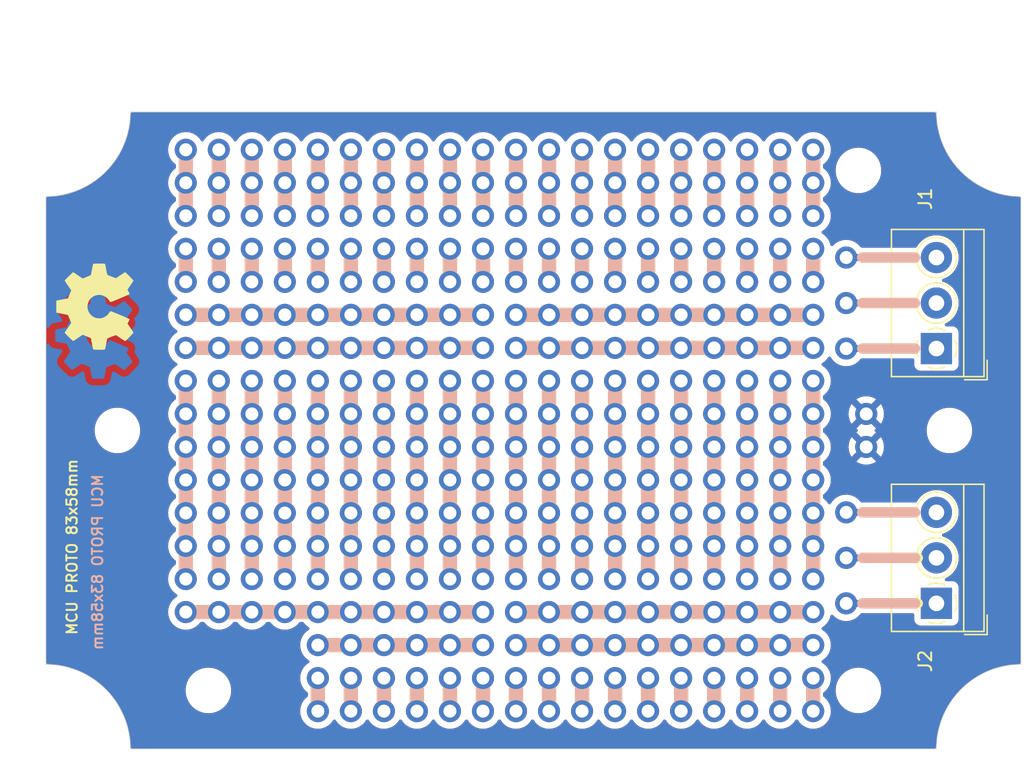
<source format=kicad_pcb>
(kicad_pcb (version 20221018) (generator pcbnew)
  (title_block (title "MCU PROTO 83x58") (company "Galopago"))
  (layers (0 "F.Cu" signal) (31 "B.Cu" signal) (34 "B.Paste" user) (35 "F.Paste" user) (36 "B.SilkS" user "B.Silkscreen") (37 "F.SilkS" user "F.Silkscreen") (38 "B.Mask" user) (39 "F.Mask" user) (44 "Edge.Cuts" user))
  (net 0 "")
  (net 7 "GND")
  (footprint "Symbol:OSHW-Symbol_6.7x6mm_SilkScreen" (layer "F.Cu") (at 103.7844 114.9858 90)
    (fp_text reference "REF**" hide)
    (fp_text value "OSHW-Symbol_6.7x6mm_SilkScreen" hide)
  )
  (footprint "proto-pcb-pads:RoundPad_1.7mm_Hole_1.0mm" (layer "F.Cu") (at 143.78 130.85)
    (fp_text reference "REF**" hide)
    (fp_text value "Round_Pad_1.7mm_Hole_1.0mm" hide)
  )
  (footprint "proto-pcb-silks:PadLink_1.7mm_Width_1.0mm" (layer "F.Cu") (at 153.94 128.31 -90)
    (fp_text reference "REF**" hide)
    (fp_text value "Pad_Link_1.7mm_Width_1.0mm" hide)
  )
  (footprint "proto-pcb-silks:PadLink_1.7mm_Width_1.0mm" (layer "F.Cu") (at 131.08 110.53 -90)
    (fp_text reference "REF**" hide)
    (fp_text value "Pad_Link_1.7mm_Width_1.0mm" hide)
  )
  (footprint "proto-pcb-silks:PadLink_1.7mm_Width_1.0mm" (layer "F.Cu") (at 143.78 105.45 -90)
    (fp_text reference "REF**" hide)
    (fp_text value "Pad_Link_1.7mm_Width_1.0mm" hide)
  )
  (footprint "proto-pcb-silks:PadLink_1.7mm_Width_1.0mm" (layer "F.Cu") (at 156.48 130.85 -90)
    (fp_text reference "REF**" hide)
    (fp_text value "Pad_Link_1.7mm_Width_1.0mm" hide)
  )
  (footprint "proto-pcb-pads:RoundPad_1.7mm_Hole_1.0mm" (layer "F.Cu") (at 126 105.45)
    (fp_text reference "REF**" hide)
    (fp_text value "Round_Pad_1.7mm_Hole_1.0mm" hide)
  )
  (footprint "proto-pcb-silks:PadLink_1.7mm_Width_1.0mm" (layer "F.Cu") (at 128.54 141.01)
    (fp_text reference "REF**" hide)
    (fp_text value "Pad_Link_1.7mm_Width_1.0mm" hide)
  )
  (footprint "proto-pcb-pads:RoundPad_1.7mm_Hole_1.0mm" (layer "F.Cu") (at 123.46 118.15)
    (fp_text reference "REF**" hide)
    (fp_text value "Round_Pad_1.7mm_Hole_1.0mm" hide)
  )
  (footprint "proto-pcb-pads:RoundPad_1.7mm_Hole_1.0mm" (layer "F.Cu") (at 133.62 118.15)
    (fp_text reference "REF**" hide)
    (fp_text value "Round_Pad_1.7mm_Hole_1.0mm" hide)
  )
  (footprint "proto-pcb-pads:RoundPad_1.7mm_Hole_1.0mm" (layer "F.Cu") (at 126 123.23)
    (fp_text reference "REF**" hide)
    (fp_text value "Round_Pad_1.7mm_Hole_1.0mm" hide)
  )
  (footprint "proto-pcb-silks:PadLink_1.7mm_Width_1.0mm" (layer "F.Cu") (at 153.94 133.39 -90)
    (fp_text reference "REF**" hide)
    (fp_text value "Pad_Link_1.7mm_Width_1.0mm" hide)
  )
  (footprint "proto-pcb-silks:PadLink_1.7mm_Width_1.0mm" (layer "F.Cu") (at 151.4 123.23 -90)
    (fp_text reference "REF**" hide)
    (fp_text value "Pad_Link_1.7mm_Width_1.0mm" hide)
  )
  (footprint "proto-pcb-silks:PadLink_1.7mm_Width_1.0mm" (layer "F.Cu") (at 118.38 123.23 -90)
    (fp_text reference "REF**" hide)
    (fp_text value "Pad_Link_1.7mm_Width_1.0mm" hide)
  )
  (footprint "proto-pcb-pads:RoundPad_1.7mm_Hole_1.0mm" (layer "F.Cu") (at 146.32 138.47)
    (fp_text reference "REF**" hide)
    (fp_text value "Round_Pad_1.7mm_Hole_1.0mm" hide)
  )
  (footprint "proto-pcb-silks:PadLink_1.7mm_Width_1.0mm" (layer "F.Cu") (at 146.32 128.31 -90)
    (fp_text reference "REF**" hide)
    (fp_text value "Pad_Link_1.7mm_Width_1.0mm" hide)
  )
  (footprint "proto-pcb-silks:PadLink_1.7mm_Width_1.0mm" (layer "F.Cu") (at 148.86 102.91 -90)
    (fp_text reference "REF**" hide)
    (fp_text value "Pad_Link_1.7mm_Width_1.0mm" hide)
  )
  (footprint "proto-pcb-silks:PadLink_1.7mm_Width_1.0mm" (layer "F.Cu") (at 120.92 128.31 -90)
    (fp_text reference "REF**" hide)
    (fp_text value "Pad_Link_1.7mm_Width_1.0mm" hide)
  )
  (footprint "proto-pcb-pads:RoundPad_1.7mm_Hole_1.0mm" (layer "F.Cu") (at 113.3 105.45)
    (fp_text reference "REF**" hide)
    (fp_text value "Round_Pad_1.7mm_Hole_1.0mm" hide)
  )
  (footprint "proto-pcb-pads:RoundPad_1.7mm_Hole_1.0mm" (layer "F.Cu") (at 113.3 125.77)
    (fp_text reference "REF**" hide)
    (fp_text value "Round_Pad_1.7mm_Hole_1.0mm" hide)
  )
  (footprint "proto-pcb-pads:RoundPad_1.7mm_Hole_1.0mm" (layer "F.Cu") (at 146.32 110.53)
    (fp_text reference "REF**" hide)
    (fp_text value "Round_Pad_1.7mm_Hole_1.0mm" hide)
  )
  (footprint "proto-pcb-pads:RoundPad_1.7mm_Hole_1.0mm" (layer "F.Cu") (at 115.84 107.99)
    (fp_text reference "REF**" hide)
    (fp_text value "Round_Pad_1.7mm_Hole_1.0mm" hide)
  )
  (footprint "proto-pcb-pads:RoundPad_1.7mm_Hole_1.0mm" (layer "F.Cu") (at 133.62 102.91)
    (fp_text reference "REF**" hide)
    (fp_text value "Round_Pad_1.7mm_Hole_1.0mm" hide)
  )
  (footprint "proto-pcb-pads:RoundPad_1.7mm_Hole_1.0mm" (layer "F.Cu") (at 156.48 146.09)
    (fp_text reference "REF**" hide)
    (fp_text value "Round_Pad_1.7mm_Hole_1.0mm" hide)
  )
  (footprint "proto-pcb-silks:PadLink_1.7mm_Width_1.0mm" (layer "F.Cu") (at 113.3 115.61)
    (fp_text reference "REF**" hide)
    (fp_text value "Pad_Link_1.7mm_Width_1.0mm" hide)
  )
  (footprint "proto-pcb-pads:RoundPad_1.7mm_Hole_1.0mm" (layer "F.Cu") (at 151.4 128.31)
    (fp_text reference "REF**" hide)
    (fp_text value "Round_Pad_1.7mm_Hole_1.0mm" hide)
  )
  (footprint "proto-pcb-pads:RoundPad_1.7mm_Hole_1.0mm" (layer "F.Cu") (at 138.7 113.07)
    (fp_text reference "REF**" hide)
    (fp_text value "Round_Pad_1.7mm_Hole_1.0mm" hide)
  )
  (footprint "proto-pcb-silks:PadLink_1.7mm_Width_1.0mm" (layer "F.Cu") (at 159.02 123.23 -90)
    (fp_text reference "REF**" hide)
    (fp_text value "Pad_Link_1.7mm_Width_1.0mm" hide)
  )
  (footprint "proto-pcb-silks:PadLink_1.7mm_Width_1.0mm" (layer "F.Cu") (at 113.3 123.23 -90)
    (fp_text reference "REF**" hide)
    (fp_text value "Pad_Link_1.7mm_Width_1.0mm" hide)
  )
  (footprint "proto-pcb-pads:RoundPad_1.7mm_Hole_1.0mm" (layer "F.Cu") (at 138.7 125.77)
    (fp_text reference "REF**" hide)
    (fp_text value "Round_Pad_1.7mm_Hole_1.0mm" hide)
  )
  (footprint "proto-pcb-pads:RoundPad_1.7mm_Hole_1.0mm" (layer "F.Cu") (at 126 138.47)
    (fp_text reference "REF**" hide)
    (fp_text value "Round_Pad_1.7mm_Hole_1.0mm" hide)
  )
  (footprint "proto-pcb-silks:PadLink_1.7mm_Width_1.0mm" (layer "F.Cu") (at 115.84 120.69 -90)
    (fp_text reference "REF**" hide)
    (fp_text value "Pad_Link_1.7mm_Width_1.0mm" hide)
  )
  (footprint "proto-pcb-pads:RoundPad_1.7mm_Hole_1.0mm" (layer "F.Cu") (at 143.78 146.09)
    (fp_text reference "REF**" hide)
    (fp_text value "Round_Pad_1.7mm_Hole_1.0mm" hide)
  )
  (footprint "proto-pcb-pads:RoundPad_1.7mm_Hole_1.0mm" (layer "F.Cu") (at 115.84 102.91)
    (fp_text reference "REF**" hide)
    (fp_text value "Round_Pad_1.7mm_Hole_1.0mm" hide)
  )
  (footprint "proto-pcb-pads:RoundPad_1.7mm_Hole_1.0mm" (layer "F.Cu") (at 151.4 135.93)
    (fp_text reference "REF**" hide)
    (fp_text value "Round_Pad_1.7mm_Hole_1.0mm" hide)
  )
  (footprint "proto-pcb-pads:RoundPad_1.7mm_Hole_1.0mm" (layer "F.Cu") (at 141.24 105.45)
    (fp_text reference "REF**" hide)
    (fp_text value "Round_Pad_1.7mm_Hole_1.0mm" hide)
  )
  (footprint "proto-pcb-silks:PadLink_1.7mm_Width_1.0mm" (layer "F.Cu") (at 120.92 118.15)
    (fp_text reference "REF**" hide)
    (fp_text value "Pad_Link_1.7mm_Width_1.0mm" hide)
  )
  (footprint "proto-pcb-silks:PadLink_1.7mm_Width_1.0mm" (layer "F.Cu") (at 136.16 115.61)
    (fp_text reference "REF**" hide)
    (fp_text value "Pad_Link_1.7mm_Width_1.0mm" hide)
  )
  (footprint "proto-pcb-silks:PadLink_1.7mm_Width_1.0mm" (layer "F.Cu") (at 148.86 128.31 -90)
    (fp_text reference "REF**" hide)
    (fp_text value "Pad_Link_1.7mm_Width_1.0mm" hide)
  )
  (footprint "proto-pcb-silks:PadLink_1.7mm_Width_1.0mm" (layer "F.Cu") (at 136.16 128.31 -90)
    (fp_text reference "REF**" hide)
    (fp_text value "Pad_Link_1.7mm_Width_1.0mm" hide)
  )
  (footprint "proto-pcb-pads:RoundPad_1.7mm_Hole_1.0mm" (layer "F.Cu") (at 118.38 130.85)
    (fp_text reference "REF**" hide)
    (fp_text value "Round_Pad_1.7mm_Hole_1.0mm" hide)
  )
  (footprint "proto-pcb-pads:RoundPad_1.7mm_Hole_1.0mm" (layer "F.Cu") (at 115.84 133.39)
    (fp_text reference "REF**" hide)
    (fp_text value "Round_Pad_1.7mm_Hole_1.0mm" hide)
  )
  (footprint "proto-pcb-pads:RoundPad_1.7mm_Hole_1.0mm" (layer "F.Cu") (at 153.94 118.15)
    (fp_text reference "REF**" hide)
    (fp_text value "Round_Pad_1.7mm_Hole_1.0mm" hide)
  )
  (footprint "proto-pcb-silks:PadLink_1.7mm_Width_1.0mm" (layer "F.Cu") (at 159.02 130.85 -90)
    (fp_text reference "REF**" hide)
    (fp_text value "Pad_Link_1.7mm_Width_1.0mm" hide)
  )
  (footprint "proto-pcb-silks:PadLink_1.7mm_Width_1.0mm" (layer "F.Cu") (at 118.38 125.77 -90)
    (fp_text reference "REF**" hide)
    (fp_text value "Pad_Link_1.7mm_Width_1.0mm" hide)
  )
  (footprint "proto-pcb-silks:PadLink_1.7mm_Width_1.0mm" (layer "F.Cu") (at 146.32 105.45 -90)
    (fp_text reference "REF**" hide)
    (fp_text value "Pad_Link_1.7mm_Width_1.0mm" hide)
  )
  (footprint "proto-pcb-pads:RoundPad_1.7mm_Hole_1.0mm" (layer "F.Cu") (at 146.32 115.61)
    (fp_text reference "REF**" hide)
    (fp_text value "Round_Pad_1.7mm_Hole_1.0mm" hide)
  )
  (footprint "proto-pcb-pads:RoundPad_1.7mm_Hole_1.0mm" (layer "F.Cu") (at 123.46 110.53)
    (fp_text reference "REF**" hide)
    (fp_text value "Round_Pad_1.7mm_Hole_1.0mm" hide)
  )
  (footprint "proto-pcb-silks:PadLink_1.7mm_Width_1.0mm" (layer "F.Cu") (at 138.7 102.91 -90)
    (fp_text reference "REF**" hide)
    (fp_text value "Pad_Link_1.7mm_Width_1.0mm" hide)
  )
  (footprint "proto-pcb-pads:RoundPad_1.7mm_Hole_1.0mm" (layer "F.Cu") (at 123.46 146.09)
    (fp_text reference "REF**" hide)
    (fp_text value "Round_Pad_1.7mm_Hole_1.0mm" hide)
  )
  (footprint "proto-pcb-pads:RoundPad_1.7mm_Hole_1.0mm" (layer "F.Cu") (at 141.24 141.01)
    (fp_text reference "REF**" hide)
    (fp_text value "Round_Pad_1.7mm_Hole_1.0mm" hide)
  )
  (footprint "proto-pcb-silks:PadLink_1.7mm_Width_1.0mm" (layer "F.Cu") (at 146.32 141.01)
    (fp_text reference "REF**" hide)
    (fp_text value "Pad_Link_1.7mm_Width_1.0mm" hide)
  )
  (footprint "proto-pcb-pads:RoundPad_1.7mm_Hole_1.0mm" (layer "F.Cu") (at 141.24 107.99)
    (fp_text reference "REF**" hide)
    (fp_text value "Round_Pad_1.7mm_Hole_1.0mm" hide)
  )
  (footprint "proto-pcb-silks:PadLink_1.7mm_Width_1.0mm" (layer "F.Cu") (at 118.38 102.91 -90)
    (fp_text reference "REF**" hide)
    (fp_text value "Pad_Link_1.7mm_Width_1.0mm" hide)
  )
  (footprint "proto-pcb-silks:PadLink_1.7mm_Width_1.0mm" (layer "F.Cu") (at 126 120.69 -90)
    (fp_text reference "REF**" hide)
    (fp_text value "Pad_Link_1.7mm_Width_1.0mm" hide)
  )
  (footprint "proto-pcb-pads:RoundPad_1.7mm_Hole_1.0mm" (layer "F.Cu") (at 133.62 115.61)
    (fp_text reference "REF**" hide)
    (fp_text value "Round_Pad_1.7mm_Hole_1.0mm" hide)
  )
  (footprint "proto-pcb-silks:PadLink_1.7mm_Width_1.0mm" (layer "F.Cu") (at 126 115.61)
    (fp_text reference "REF**" hide)
    (fp_text value "Pad_Link_1.7mm_Width_1.0mm" hide)
  )
  (footprint "proto-pcb-silks:PadLink_1.7mm_Width_1.0mm" (layer "F.Cu") (at 118.38 110.53 -90)
    (fp_text reference "REF**" hide)
    (fp_text value "Pad_Link_1.7mm_Width_1.0mm" hide)
  )
  (footprint "proto-pcb-silks:PadLink_1.7mm_Width_1.0mm" (layer "F.Cu") (at 151.4 102.91 -90)
    (fp_text reference "REF**" hide)
    (fp_text value "Pad_Link_1.7mm_Width_1.0mm" hide)
  )
  (footprint "proto-pcb-pads:RoundPad_1.7mm_Hole_1.0mm" (layer "F.Cu") (at 161.56 130.8)
    (fp_text reference "REF**" hide)
    (fp_text value "Round_Pad_1.7mm_Hole_1.0mm" hide)
  )
  (footprint "proto-pcb-pads:RoundPad_1.7mm_Hole_1.0mm" (layer "F.Cu") (at 113.3 113.07)
    (fp_text reference "REF**" hide)
    (fp_text value "Round_Pad_1.7mm_Hole_1.0mm" hide)
  )
  (footprint "proto-pcb-pads:RoundPad_1.7mm_Hole_1.0mm" (layer "F.Cu") (at 148.86 130.85)
    (fp_text reference "REF**" hide)
    (fp_text value "Round_Pad_1.7mm_Hole_1.0mm" hide)
  )
  (footprint "proto-pcb-silks:PadLink_1.7mm_Width_1.0mm" (layer "F.Cu") (at 143.78 143.55 -90)
    (fp_text reference "REF**" hide)
    (fp_text value "Pad_Link_1.7mm_Width_1.0mm" hide)
  )
  (footprint "proto-pcb-pads:RoundPad_1.7mm_Hole_1.0mm" (layer "F.Cu") (at 136.16 120.69)
    (fp_text reference "REF**" hide)
    (fp_text value "Round_Pad_1.7mm_Hole_1.0mm" hide)
  )
  (footprint "proto-pcb-pads:RoundPad_1.7mm_Hole_1.0mm" (layer "F.Cu") (at 110.76 105.45)
    (fp_text reference "REF**" hide)
    (fp_text value "Round_Pad_1.7mm_Hole_1.0mm" hide)
  )
  (footprint "proto-pcb-silks:PadLink_1.7mm_Width_1.0mm" (layer "F.Cu") (at 131.08 141.01)
    (fp_text reference "REF**" hide)
    (fp_text value "Pad_Link_1.7mm_Width_1.0mm" hide)
  )
  (footprint "proto-pcb-pads:RoundPad_1.7mm_Hole_1.0mm" (layer "F.Cu") (at 156.48 135.93)
    (fp_text reference "REF**" hide)
    (fp_text value "Round_Pad_1.7mm_Hole_1.0mm" hide)
  )
  (footprint "proto-pcb-pads:RoundPad_1.7mm_Hole_1.0mm" (layer "F.Cu") (at 146.32 123.23)
    (fp_text reference "REF**" hide)
    (fp_text value "Round_Pad_1.7mm_Hole_1.0mm" hide)
  )
  (footprint "proto-pcb-silks:PadLink_1.7mm_Width_1.0mm" (layer "F.Cu") (at 153.94 120.69 -90)
    (fp_text reference "REF**" hide)
    (fp_text value "Pad_Link_1.7mm_Width_1.0mm" hide)
  )
  (footprint "proto-pcb-pads:RoundPad_1.7mm_Hole_1.0mm" (layer "F.Cu") (at 110.76 110.53)
    (fp_text reference "REF**" hide)
    (fp_text value "Round_Pad_1.7mm_Hole_1.0mm" hide)
  )
  (footprint "proto-pcb-silks:PadLink_1.7mm_Width_1.0mm" (layer "F.Cu") (at 136.16 141.01)
    (fp_text reference "REF**" hide)
    (fp_text value "Pad_Link_1.7mm_Width_1.0mm" hide)
  )
  (footprint "proto-pcb-pads:RoundPad_1.7mm_Hole_1.0mm" (layer "F.Cu") (at 110.76 125.77)
    (fp_text reference "REF**" hide)
    (fp_text value "Round_Pad_1.7mm_Hole_1.0mm" hide)
  )
  (footprint "proto-pcb-silks:PadLink_1.7mm_Width_1.0mm" (layer "F.Cu") (at 159.02 125.77 -90)
    (fp_text reference "REF**" hide)
    (fp_text value "Pad_Link_1.7mm_Width_1.0mm" hide)
  )
  (footprint "proto-pcb-pads:RoundPad_1.7mm_Hole_1.0mm" (layer "F.Cu") (at 120.92 113.07)
    (fp_text reference "REF**" hide)
    (fp_text value "Round_Pad_1.7mm_Hole_1.0mm" hide)
  )
  (footprint "proto-pcb-silks:PadLink_1.7mm_Width_1.0mm" (layer "F.Cu") (at 136.16 125.77 -90)
    (fp_text reference "REF**" hide)
    (fp_text value "Pad_Link_1.7mm_Width_1.0mm" hide)
  )
  (footprint "proto-pcb-pads:RoundPad_1.7mm_Hole_1.0mm" (layer "F.Cu") (at 128.54 138.47)
    (fp_text reference "REF**" hide)
    (fp_text value "Round_Pad_1.7mm_Hole_1.0mm" hide)
  )
  (footprint "proto-pcb-pads:RoundPad_1.7mm_Hole_1.0mm" (layer "F.Cu") (at 113.3 120.69)
    (fp_text reference "REF**" hide)
    (fp_text value "Round_Pad_1.7mm_Hole_1.0mm" hide)
  )
  (footprint "proto-pcb-silks:PadLink_1.7mm_Width_1.0mm" (layer "F.Cu") (at 146.32 115.61)
    (fp_text reference "REF**" hide)
    (fp_text value "Pad_Link_1.7mm_Width_1.0mm" hide)
  )
  (footprint "proto-pcb-pads:RoundPad_1.7mm_Hole_1.0mm" (layer "F.Cu") (at 156.48 141.01)
    (fp_text reference "REF**" hide)
    (fp_text value "Round_Pad_1.7mm_Hole_1.0mm" hide)
  )
  (footprint "proto-pcb-pads:RoundPad_1.7mm_Hole_1.0mm" (layer "F.Cu") (at 161.56 134.3)
    (fp_text reference "REF**" hide)
    (fp_text value "Round_Pad_1.7mm_Hole_1.0mm" hide)
  )
  (footprint "proto-pcb-pads:RoundPad_1.7mm_Hole_1.0mm" (layer "F.Cu") (at 110.76 107.99)
    (fp_text reference "REF**" hide)
    (fp_text value "Round_Pad_1.7mm_Hole_1.0mm" hide)
  )
  (footprint "proto-pcb-silks:PadLink_1.7mm_Width_1.0mm" (layer "F.Cu") (at 120.92 110.53 -90)
    (fp_text reference "REF**" hide)
    (fp_text value "Pad_Link_1.7mm_Width_1.0mm" hide)
  )
  (footprint "proto-pcb-pads:RoundPad_1.7mm_Hole_1.0mm" (layer "F.Cu") (at 159.02 110.53)
    (fp_text reference "REF**" hide)
    (fp_text value "Round_Pad_1.7mm_Hole_1.0mm" hide)
  )
  (footprint "proto-pcb-silks:PadLink_1.7mm_Width_1.0mm" (layer "F.Cu") (at 156.48 125.77 -90)
    (fp_text reference "REF**" hide)
    (fp_text value "Pad_Link_1.7mm_Width_1.0mm" hide)
  )
  (footprint "proto-pcb-silks:PadLink_1.7mm_Width_1.0mm" (layer "F.Cu") (at 141.24 118.15)
    (fp_text reference "REF**" hide)
    (fp_text value "Pad_Link_1.7mm_Width_1.0mm" hide)
  )
  (footprint "proto-pcb-pads:RoundPad_1.7mm_Hole_1.0mm" (layer "F.Cu") (at 126 118.15)
    (fp_text reference "REF**" hide)
    (fp_text value "Round_Pad_1.7mm_Hole_1.0mm" hide)
  )
  (footprint "proto-pcb-silks:PadLink_1.7mm_Width_1.0mm" (layer "F.Cu") (at 123.46 130.85 -90)
    (fp_text reference "REF**" hide)
    (fp_text value "Pad_Link_1.7mm_Width_1.0mm" hide)
  )
  (footprint "proto-pcb-silks:PadLink_1.7mm_Width_1.0mm" (layer "F.Cu") (at 159.02 128.31 -90)
    (fp_text reference "REF**" hide)
    (fp_text value "Pad_Link_1.7mm_Width_1.0mm" hide)
  )
  (footprint "proto-pcb-pads:RoundPad_1.7mm_Hole_1.0mm" (layer "F.Cu") (at 126 107.99)
    (fp_text reference "REF**" hide)
    (fp_text value "Round_Pad_1.7mm_Hole_1.0mm" hide)
  )
  (footprint "proto-pcb-silks:PadLink_1.7mm_Width_1.0mm" (layer "F.Cu") (at 138.7 128.31 -90)
    (fp_text reference "REF**" hide)
    (fp_text value "Pad_Link_1.7mm_Width_1.0mm" hide)
  )
  (footprint "proto-pcb-pads:RoundPad_1.7mm_Hole_1.0mm" (layer "F.Cu") (at 156.48 125.77)
    (fp_text reference "REF**" hide)
    (fp_text value "Round_Pad_1.7mm_Hole_1.0mm" hide)
  )
  (footprint "proto-pcb-pads:RoundPad_1.7mm_Hole_1.0mm" (layer "F.Cu") (at 118.38 125.77)
    (fp_text reference "REF**" hide)
    (fp_text value "Round_Pad_1.7mm_Hole_1.0mm" hide)
  )
  (footprint "proto-pcb-pads:RoundPad_1.7mm_Hole_1.0mm" (layer "F.Cu") (at 148.86 115.61)
    (fp_text reference "REF**" hide)
    (fp_text value "Round_Pad_1.7mm_Hole_1.0mm" hide)
  )
  (footprint "proto-pcb-silks:PadLink_1.7mm_Width_1.0mm" (layer "F.Cu") (at 128.54 120.69 -90)
    (fp_text reference "REF**" hide)
    (fp_text value "Pad_Link_1.7mm_Width_1.0mm" hide)
  )
  (footprint "proto-pcb-pads:RoundPad_1.7mm_Hole_1.0mm" (layer "F.Cu") (at 161.56 137.8)
    (fp_text reference "REF**" hide)
    (fp_text value "Round_Pad_1.7mm_Hole_1.0mm" hide)
  )
  (footprint "proto-pcb-pads:RoundPad_1.7mm_Hole_1.0mm" (layer "F.Cu") (at 126 146.09)
    (fp_text reference "REF**" hide)
    (fp_text value "Round_Pad_1.7mm_Hole_1.0mm" hide)
  )
  (footprint "proto-pcb-silks:PadLink_1.7mm_Width_1.0mm" (layer "F.Cu") (at 153.94 141.01)
    (fp_text reference "REF**" hide)
    (fp_text value "Pad_Link_1.7mm_Width_1.0mm" hide)
  )
  (footprint "proto-pcb-silks:PadLink_1.7mm_Width_1.0mm" (layer "F.Cu") (at 123.46 118.15)
    (fp_text reference "REF**" hide)
    (fp_text value "Pad_Link_1.7mm_Width_1.0mm" hide)
  )
  (footprint "proto-pcb-pads:RoundPad_1.7mm_Hole_1.0mm" (layer "F.Cu") (at 148.86 102.91)
    (fp_text reference "REF**" hide)
    (fp_text value "Round_Pad_1.7mm_Hole_1.0mm" hide)
  )
  (footprint "proto-pcb-silks:PadLink_1.7mm_Width_1.0mm" (layer "F.Cu") (at 138.7 130.85 -90)
    (fp_text reference "REF**" hide)
    (fp_text value "Pad_Link_1.7mm_Width_1.0mm" hide)
  )
  (footprint "proto-pcb-pads:RoundPad_1.7mm_Hole_1.0mm" (layer "F.Cu") (at 159.02 141.01)
    (fp_text reference "REF**" hide)
    (fp_text value "Round_Pad_1.7mm_Hole_1.0mm" hide)
  )
  (footprint "proto-pcb-pads:RoundPad_1.7mm_Hole_1.0mm" (layer "F.Cu") (at 141.24 146.09)
    (fp_text reference "REF**" hide)
    (fp_text value "Round_Pad_1.7mm_Hole_1.0mm" hide)
  )
  (footprint "proto-pcb-pads:RoundPad_1.7mm_Hole_1.0mm" (layer "F.Cu") (at 153.94 125.77)
    (fp_text reference "REF**" hide)
    (fp_text value "Round_Pad_1.7mm_Hole_1.0mm" hide)
  )
  (footprint "proto-pcb-pads:RoundPad_1.7mm_Hole_1.0mm" (layer "F.Cu") (at 143.78 143.55)
    (fp_text reference "REF**" hide)
    (fp_text value "Round_Pad_1.7mm_Hole_1.0mm" hide)
  )
  (footprint "proto-pcb-pads:RoundPad_1.7mm_Hole_1.0mm" (layer "F.Cu") (at 156.48 115.61)
    (fp_text reference "REF**" hide)
    (fp_text value "Round_Pad_1.7mm_Hole_1.0mm" hide)
  )
  (footprint "proto-pcb-pads:RoundPad_1.7mm_Hole_1.0mm" (layer "F.Cu") (at 153.94 141.01)
    (fp_text reference "REF**" hide)
    (fp_text value "Round_Pad_1.7mm_Hole_1.0mm" hide)
  )
  (footprint "proto-pcb-silks:PadLink_1.7mm_Width_1.0mm" (layer "F.Cu") (at 153.94 138.47)
    (fp_text reference "REF**" hide)
    (fp_text value "Pad_Link_1.7mm_Width_1.0mm" hide)
  )
  (footprint "proto-pcb-pads:RoundPad_1.7mm_Hole_1.0mm" (layer "F.Cu") (at 136.16 123.23)
    (fp_text reference "REF**" hide)
    (fp_text value "Round_Pad_1.7mm_Hole_1.0mm" hide)
  )
  (footprint "proto-pcb-pads:RoundPad_1.7mm_Hole_1.0mm" (layer "F.Cu") (at 110.76 135.93)
    (fp_text reference "REF**" hide)
    (fp_text value "Round_Pad_1.7mm_Hole_1.0mm" hide)
  )
  (footprint "proto-pcb-silks:PadLink_1.7mm_Width_1.0mm" (layer "F.Cu") (at 151.4 115.61)
    (fp_text reference "REF**" hide)
    (fp_text value "Pad_Link_1.7mm_Width_1.0mm" hide)
  )
  (footprint "proto-pcb-silks:PadLink_1.7mm_Width_1.0mm" (layer "F.Cu") (at 141.24 141.01)
    (fp_text reference "REF**" hide)
    (fp_text value "Pad_Link_1.7mm_Width_1.0mm" hide)
  )
  (footprint "proto-pcb-silks:PadLink_1.7mm_Width_1.0mm" (layer "F.Cu") (at 151.4 141.01)
    (fp_text reference "REF**" hide)
    (fp_text value "Pad_Link_1.7mm_Width_1.0mm" hide)
  )
  (footprint "proto-pcb-silks:PadLink_1.7mm_Width_1.0mm" (layer "F.Cu") (at 138.7 105.45 -90)
    (fp_text reference "REF**" hide)
    (fp_text value "Pad_Link_1.7mm_Width_1.0mm" hide)
  )
  (footprint "proto-pcb-silks:PadLink_1.7mm_Width_1.0mm" (layer "F.Cu") (at 113.3 120.69 -90)
    (fp_text reference "REF**" hide)
    (fp_text value "Pad_Link_1.7mm_Width_1.0mm" hide)
  )
  (footprint "MountingHole:MountingHole_3mm" (layer "F.Cu") (at 162.5 104.5)
    (fp_text reference "REF**" hide)
    (fp_text value "MountingHole_3mm" hide)
  )
  (footprint "proto-pcb-pads:RoundPad_1.7mm_Hole_1.0mm" (layer "F.Cu") (at 126 133.39)
    (fp_text reference "REF**" hide)
    (fp_text value "Round_Pad_1.7mm_Hole_1.0mm" hide)
  )
  (footprint "proto-pcb-pads:RoundPad_1.7mm_Hole_1.0mm" (layer "F.Cu") (at 126 120.69)
    (fp_text reference "REF**" hide)
    (fp_text value "Round_Pad_1.7mm_Hole_1.0mm" hide)
  )
  (footprint "proto-pcb-pads:RoundPad_1.7mm_Hole_1.0mm" (layer "F.Cu") (at 120.92 128.31)
    (fp_text reference "REF**" hide)
    (fp_text value "Round_Pad_1.7mm_Hole_1.0mm" hide)
  )
  (footprint "proto-pcb-silks:PadLink_1.7mm_Width_1.0mm" (layer "F.Cu") (at 115.84 138.47)
    (fp_text reference "REF**" hide)
    (fp_text value "Pad_Link_1.7mm_Width_1.0mm" hide)
  )
  (footprint "proto-pcb-pads:RoundPad_1.7mm_Hole_1.0mm" (layer "F.Cu") (at 123.46 128.31)
    (fp_text reference "REF**" hide)
    (fp_text value "Round_Pad_1.7mm_Hole_1.0mm" hide)
  )
  (footprint "proto-pcb-silks:PadLink_1.7mm_Width_1.0mm" (layer "F.Cu") (at 143.78 123.23 -90)
    (fp_text reference "REF**" hide)
    (fp_text value "Pad_Link_1.7mm_Width_1.0mm" hide)
  )
  (footprint "proto-pcb-pads:RoundPad_1.7mm_Hole_1.0mm" (layer "F.Cu") (at 148.86 143.55)
    (fp_text reference "REF**" hide)
    (fp_text value "Round_Pad_1.7mm_Hole_1.0mm" hide)
  )
  (footprint "proto-pcb-pads:RoundPad_1.7mm_Hole_1.0mm" (layer "F.Cu") (at 151.4 115.61)
    (fp_text reference "REF**" hide)
    (fp_text value "Round_Pad_1.7mm_Hole_1.0mm" hide)
  )
  (footprint "proto-pcb-pads:RoundPad_1.7mm_Hole_1.0mm" (layer "F.Cu") (at 153.94 115.61)
    (fp_text reference "REF**" hide)
    (fp_text value "Round_Pad_1.7mm_Hole_1.0mm" hide)
  )
  (footprint "proto-pcb-silks:PadLink_1.7mm_Width_1.0mm" (layer "F.Cu") (at 143.78 120.69 -90)
    (fp_text reference "REF**" hide)
    (fp_text value "Pad_Link_1.7mm_Width_1.0mm" hide)
  )
  (footprint "proto-pcb-pads:RoundPad_1.7mm_Hole_1.0mm" (layer "F.Cu") (at 115.84 128.31)
    (fp_text reference "REF**" hide)
    (fp_text value "Round_Pad_1.7mm_Hole_1.0mm" hide)
  )
  (footprint "proto-pcb-silks:PadLink_1.7mm_Width_1.0mm" (layer "F.Cu") (at 113.3 138.47)
    (fp_text reference "REF**" hide)
    (fp_text value "Pad_Link_1.7mm_Width_1.0mm" hide)
  )
  (footprint "proto-pcb-pads:RoundPad_1.7mm_Hole_1.0mm" (layer "F.Cu") (at 136.16 125.77)
    (fp_text reference "REF**" hide)
    (fp_text value "Round_Pad_1.7mm_Hole_1.0mm" hide)
  )
  (footprint "proto-pcb-silks:PadLink_1.7mm_Width_1.0mm" (layer "F.Cu") (at 128.54 125.77 -90)
    (fp_text reference "REF**" hide)
    (fp_text value "Pad_Link_1.7mm_Width_1.0mm" hide)
  )
  (footprint "proto-pcb-silks:PadLink_1.7mm_Width_1.0mm" (layer "F.Cu") (at 123.46 133.39 -90)
    (fp_text reference "REF**" hide)
    (fp_text value "Pad_Link_1.7mm_Width_1.0mm" hide)
  )
  (footprint "proto-pcb-silks:PadLink_1.7mm_Width_1.0mm" (layer "F.Cu") (at 131.08 123.23 -90)
    (fp_text reference "REF**" hide)
    (fp_text value "Pad_Link_1.7mm_Width_1.0mm" hide)
  )
  (footprint "proto-pcb-silks:PadLink_1.7mm_Width_1.0mm" (layer "F.Cu") (at 110.76 128.31 -90)
    (fp_text reference "REF**" hide)
    (fp_text value "Pad_Link_1.7mm_Width_1.0mm" hide)
  )
  (footprint "proto-pcb-pads:RoundPad_1.7mm_Hole_1.0mm" (layer "F.Cu") (at 120.92 102.91)
    (fp_text reference "REF**" hide)
    (fp_text value "Round_Pad_1.7mm_Hole_1.0mm" hide)
  )
  (footprint "proto-pcb-silks:PadLink_1.7mm_Width_1.0mm" (layer "F.Cu") (at 133.62 102.91 -90)
    (fp_text reference "REF**" hide)
    (fp_text value "Pad_Link_1.7mm_Width_1.0mm" hide)
  )
  (footprint "proto-pcb-pads:RoundPad_1.7mm_Hole_1.0mm" (layer "F.Cu") (at 146.32 102.91)
    (fp_text reference "REF**" hide)
    (fp_text value "Round_Pad_1.7mm_Hole_1.0mm" hide)
  )
  (footprint "proto-pcb-silks:PadLink_1.7mm_Width_1.0mm" (layer "F.Cu") (at 148.86 138.47)
    (fp_text reference "REF**" hide)
    (fp_text value "Pad_Link_1.7mm_Width_1.0mm" hide)
  )
  (footprint "proto-pcb-pads:RoundPad_1.7mm_Hole_1.0mm" (layer "F.Cu") (at 148.86 146.09)
    (fp_text reference "REF**" hide)
    (fp_text value "Round_Pad_1.7mm_Hole_1.0mm" hide)
  )
  (footprint "proto-pcb-silks:PadLink_1.7mm_Width_1.0mm" (layer "F.Cu") (at 133.62 105.45 -90)
    (fp_text reference "REF**" hide)
    (fp_text value "Pad_Link_1.7mm_Width_1.0mm" hide)
  )
  (footprint "proto-pcb-silks:PadLink_1.7mm_Width_1.0mm" (layer "F.Cu") (at 113.3 110.53 -90)
    (fp_text reference "REF**" hide)
    (fp_text value "Pad_Link_1.7mm_Width_1.0mm" hide)
  )
  (footprint "proto-pcb-pads:RoundPad_1.7mm_Hole_1.0mm" (layer "F.Cu") (at 141.24 128.31)
    (fp_text reference "REF**" hide)
    (fp_text value "Round_Pad_1.7mm_Hole_1.0mm" hide)
  )
  (footprint "proto-pcb-pads:RoundPad_1.7mm_Hole_1.0mm" (layer "F.Cu") (at 110.76 128.31)
    (fp_text reference "REF**" hide)
    (fp_text value "Round_Pad_1.7mm_Hole_1.0mm" hide)
  )
  (footprint "proto-pcb-silks:PadLink_1.7mm_Width_1.0mm" (layer "F.Cu") (at 159.02 102.91 -90)
    (fp_text reference "REF**" hide)
    (fp_text value "Pad_Link_1.7mm_Width_1.0mm" hide)
  )
  (footprint "proto-pcb-silks:PadLink_1.7mm_Width_1.0mm" (layer "F.Cu") (at 159.02 105.45 -90)
    (fp_text reference "REF**" hide)
    (fp_text value "Pad_Link_1.7mm_Width_1.0mm" hide)
  )
  (footprint "proto-pcb-pads:RoundPad_1.7mm_Hole_1.0mm" (layer "F.Cu") (at 136.16 146.09)
    (fp_text reference "REF**" hide)
    (fp_text value "Round_Pad_1.7mm_Hole_1.0mm" hide)
  )
  (footprint "proto-pcb-pads:RoundPad_1.7mm_Hole_1.0mm" (layer "F.Cu") (at 148.86 138.47)
    (fp_text reference "REF**" hide)
    (fp_text value "Round_Pad_1.7mm_Hole_1.0mm" hide)
  )
  (footprint "proto-pcb-silks:PadLink_1.7mm_Width_1.0mm" (layer "F.Cu") (at 123.46 110.53 -90)
    (fp_text reference "REF**" hide)
    (fp_text value "Pad_Link_1.7mm_Width_1.0mm" hide)
  )
  (footprint "proto-pcb-silks:PadLink_1.7mm_Width_1.0mm" (layer "F.Cu") (at 143.78 133.39 -90)
    (fp_text reference "REF**" hide)
    (fp_text value "Pad_Link_1.7mm_Width_1.0mm" hide)
  )
  (footprint "proto-pcb-pads:RoundPad_1.7mm_Hole_1.0mm" (layer "F.Cu") (at 131.08 107.99)
    (fp_text reference "REF**" hide)
    (fp_text value "Round_Pad_1.7mm_Hole_1.0mm" hide)
  )
  (footprint "proto-pcb-pads:RoundPad_1.7mm_Hole_1.0mm" (layer "F.Cu") (at 146.32 107.99)
    (fp_text reference "REF**" hide)
    (fp_text value "Round_Pad_1.7mm_Hole_1.0mm" hide)
  )
  (footprint "proto-pcb-silks:PadLink_1.7mm_Width_1.0mm" (layer "F.Cu") (at 120.92 125.77 -90)
    (fp_text reference "REF**" hide)
    (fp_text value "Pad_Link_1.7mm_Width_1.0mm" hide)
  )
  (footprint "proto-pcb-pads:RoundPad_1.7mm_Hole_1.0mm" (layer "F.Cu") (at 128.54 105.45)
    (fp_text reference "REF**" hide)
    (fp_text value "Round_Pad_1.7mm_Hole_1.0mm" hide)
  )
  (footprint "proto-pcb-pads:RoundPad_1.7mm_Hole_1.0mm" (layer "F.Cu") (at 156.48 107.99)
    (fp_text reference "REF**" hide)
    (fp_text value "Round_Pad_1.7mm_Hole_1.0mm" hide)
  )
  (footprint "proto-pcb-pads:RoundPad_1.7mm_Hole_1.0mm" (layer "F.Cu") (at 128.54 146.09)
    (fp_text reference "REF**" hide)
    (fp_text value "Round_Pad_1.7mm_Hole_1.0mm" hide)
  )
  (footprint "proto-pcb-silks:PadLink_1.7mm_Width_1.0mm" (layer "F.Cu") (at 128.54 123.23 -90)
    (fp_text reference "REF**" hide)
    (fp_text value "Pad_Link_1.7mm_Width_1.0mm" hide)
  )
  (footprint "proto-pcb-silks:PadLink_1.7mm_Width_1.0mm" (layer "F.Cu") (at 123.46 123.23 -90)
    (fp_text reference "REF**" hide)
    (fp_text value "Pad_Link_1.7mm_Width_1.0mm" hide)
  )
  (footprint "proto-pcb-silks:PadLink_1.7mm_Width_1.0mm" (layer "F.Cu") (at 131.08 130.85 -90)
    (fp_text reference "REF**" hide)
    (fp_text value "Pad_Link_1.7mm_Width_1.0mm" hide)
  )
  (footprint "proto-pcb-pads:RoundPad_1.7mm_Hole_1.0mm" (layer "F.Cu") (at 141.24 125.77)
    (fp_text reference "REF**" hide)
    (fp_text value "Round_Pad_1.7mm_Hole_1.0mm" hide)
  )
  (footprint "proto-pcb-pads:RoundPad_1.7mm_Hole_1.0mm" (layer "F.Cu") (at 120.92 143.55)
    (fp_text reference "REF**" hide)
    (fp_text value "Round_Pad_1.7mm_Hole_1.0mm" hide)
  )
  (footprint "proto-pcb-pads:RoundPad_1.7mm_Hole_1.0mm" (layer "F.Cu") (at 141.24 120.69)
    (fp_text reference "REF**" hide)
    (fp_text value "Round_Pad_1.7mm_Hole_1.0mm" hide)
  )
  (footprint "proto-pcb-silks:PadLink_1.7mm_Width_1.0mm" (layer "F.Cu") (at 123.46 102.91 -90)
    (fp_text reference "REF**" hide)
    (fp_text value "Pad_Link_1.7mm_Width_1.0mm" hide)
  )
  (footprint "proto-pcb-silks:PadLink_1.7mm_Width_1.0mm" (layer "F.Cu") (at 148.86 143.55 -90)
    (fp_text reference "REF**" hide)
    (fp_text value "Pad_Link_1.7mm_Width_1.0mm" hide)
  )
  (footprint "proto-pcb-pads:RoundPad_1.7mm_Hole_1.0mm" (layer "F.Cu") (at 123.46 120.69)
    (fp_text reference "REF**" hide)
    (fp_text value "Round_Pad_1.7mm_Hole_1.0mm" hide)
  )
  (footprint "proto-pcb-silks:PadLink_1.7mm_Width_1.0mm" (layer "F.Cu") (at 148.86 120.69 -90)
    (fp_text reference "REF**" hide)
    (fp_text value "Pad_Link_1.7mm_Width_1.0mm" hide)
  )
  (footprint "proto-pcb-pads:RoundPad_1.7mm_Hole_1.0mm" (layer "F.Cu") (at 146.32 105.45)
    (fp_text reference "REF**" hide)
    (fp_text value "Round_Pad_1.7mm_Hole_1.0mm" hide)
  )
  (footprint "proto-pcb-pads:RoundPad_1.7mm_Hole_1.0mm" (layer "F.Cu") (at 126 113.07)
    (fp_text reference "REF**" hide)
    (fp_text value "Round_Pad_1.7mm_Hole_1.0mm" hide)
  )
  (footprint "proto-pcb-silks:PadLink_1.7mm_Width_1.0mm" (layer "F.Cu") (at 151.4 133.39 -90)
    (fp_text reference "REF**" hide)
    (fp_text value "Pad_Link_1.7mm_Width_1.0mm" hide)
  )
  (footprint "proto-pcb-silks:PadLink_1.7mm_Width_1.0mm" (layer "F.Cu") (at 153.94 125.77 -90)
    (fp_text reference "REF**" hide)
    (fp_text value "Pad_Link_1.7mm_Width_1.0mm" hide)
  )
  (footprint "proto-pcb-pads:RoundPad_1.7mm_Hole_1.0mm" (layer "F.Cu") (at 153.94 143.55)
    (fp_text reference "REF**" hide)
    (fp_text value "Round_Pad_1.7mm_Hole_1.0mm" hide)
  )
  (footprint "proto-pcb-pads:RoundPad_1.7mm_Hole_1.0mm" (layer "F.Cu") (at 133.62 123.23)
    (fp_text reference "REF**" hide)
    (fp_text value "Round_Pad_1.7mm_Hole_1.0mm" hide)
  )
  (footprint "proto-pcb-silks:PadLink_1.7mm_Width_1.0mm" (layer "F.Cu") (at 146.32 125.77 -90)
    (fp_text reference "REF**" hide)
    (fp_text value "Pad_Link_1.7mm_Width_1.0mm" hide)
  )
  (footprint "proto-pcb-pads:RoundPad_1.7mm_Hole_1.0mm" (layer "F.Cu") (at 128.54 115.61)
    (fp_text reference "REF**" hide)
    (fp_text value "Round_Pad_1.7mm_Hole_1.0mm" hide)
  )
  (footprint "proto-pcb-silks:PadLink_1.7mm_Width_1.0mm" (layer "F.Cu") (at 128.54 133.39 -90)
    (fp_text reference "REF**" hide)
    (fp_text value "Pad_Link_1.7mm_Width_1.0mm" hide)
  )
  (footprint "proto-pcb-silks:PadLink_1.7mm_Width_1.0mm" (layer "F.Cu") (at 143.78 125.77 -90)
    (fp_text reference "REF**" hide)
    (fp_text value "Pad_Link_1.7mm_Width_1.0mm" hide)
  )
  (footprint "proto-pcb-silks:PadLink_1.7mm_Width_1.0mm" (layer "F.Cu") (at 156.48 143.55 -90)
    (fp_text reference "REF**" hide)
    (fp_text value "Pad_Link_1.7mm_Width_1.0mm" hide)
  )
  (footprint "proto-pcb-pads:RoundPad_1.7mm_Hole_1.0mm" (layer "F.Cu") (at 153.94 135.93)
    (fp_text reference "REF**" hide)
    (fp_text value "Round_Pad_1.7mm_Hole_1.0mm" hide)
  )
  (footprint "proto-pcb-pads:RoundPad_1.7mm_Hole_1.0mm" (layer "F.Cu") (at 120.92 105.45)
    (fp_text reference "REF**" hide)
    (fp_text value "Round_Pad_1.7mm_Hole_1.0mm" hide)
  )
  (footprint "proto-pcb-silks:PadLink_1.7mm_Width_1.0mm" (layer "F.Cu") (at 141.24 110.53 -90)
    (fp_text reference "REF**" hide)
    (fp_text value "Pad_Link_1.7mm_Width_1.0mm" hide)
  )
  (footprint "proto-pcb-pads:RoundPad_1.7mm_Hole_1.0mm" (layer "F.Cu") (at 133.62 113.07)
    (fp_text reference "REF**" hide)
    (fp_text value "Round_Pad_1.7mm_Hole_1.0mm" hide)
  )
  (footprint "proto-pcb-pads:RoundPad_1.7mm_Hole_1.0mm" (layer "F.Cu") (at 128.54 141.01)
    (fp_text reference "REF**" hide)
    (fp_text value "Round_Pad_1.7mm_Hole_1.0mm" hide)
  )
  (footprint "proto-pcb-silks:PadLink_1.7mm_Width_1.0mm" (layer "F.Cu") (at 146.32 102.91 -90)
    (fp_text reference "REF**" hide)
    (fp_text value "Pad_Link_1.7mm_Width_1.0mm" hide)
  )
  (footprint "proto-pcb-pads:RoundPad_1.7mm_Hole_1.0mm" (layer "F.Cu") (at 159.02 105.45)
    (fp_text reference "REF**" hide)
    (fp_text value "Round_Pad_1.7mm_Hole_1.0mm" hide)
  )
  (footprint "proto-pcb-silks:PadLink_1.7mm_Width_1.0mm" (layer "F.Cu") (at 113.3 105.45 -90)
    (fp_text reference "REF**" hide)
    (fp_text value "Pad_Link_1.7mm_Width_1.0mm" hide)
  )
  (footprint "proto-pcb-silks:PadLink_1.7mm_Width_1.0mm" (layer "F.Cu") (at 153.94 123.23 -90)
    (fp_text reference "REF**" hide)
    (fp_text value "Pad_Link_1.7mm_Width_1.0mm" hide)
  )
  (footprint "proto-pcb-pads:RoundPad_1.7mm_Hole_1.0mm" (layer "F.Cu") (at 141.24 115.61)
    (fp_text reference "REF**" hide)
    (fp_text value "Round_Pad_1.7mm_Hole_1.0mm" hide)
  )
  (footprint "proto-pcb-pads:RoundPad_1.7mm_Hole_1.0mm" (layer "F.Cu") (at 120.92 115.61)
    (fp_text reference "REF**" hide)
    (fp_text value "Round_Pad_1.7mm_Hole_1.0mm" hide)
  )
  (footprint "proto-pcb-pads:RoundPad_1.7mm_Hole_1.0mm" (layer "F.Cu") (at 123.46 130.85)
    (fp_text reference "REF**" hide)
    (fp_text value "Round_Pad_1.7mm_Hole_1.0mm" hide)
  )
  (footprint "proto-pcb-pads:RoundPad_1.7mm_Hole_1.0mm" (layer "F.Cu") (at 163.1 123.23)
    (fp_text reference "J11" hide)
    (fp_text value "Conn_01x01_Male" hide)
  )
  (footprint "proto-pcb-pads:RoundPad_1.7mm_Hole_1.0mm" (layer "F.Cu") (at 153.94 110.53)
    (fp_text reference "REF**" hide)
    (fp_text value "Round_Pad_1.7mm_Hole_1.0mm" hide)
  )
  (footprint "proto-pcb-silks:PadLink_1.7mm_Width_1.0mm" (layer "F.Cu") (at 113.3 125.77 -90)
    (fp_text reference "REF**" hide)
    (fp_text value "Pad_Link_1.7mm_Width_1.0mm" hide)
  )
  (footprint "proto-pcb-pads:RoundPad_1.7mm_Hole_1.0mm" (layer "F.Cu") (at 151.4 105.45)
    (fp_text reference "REF**" hide)
    (fp_text value "Round_Pad_1.7mm_Hole_1.0mm" hide)
  )
  (footprint "proto-pcb-pads:RoundPad_1.7mm_Hole_1.0mm" (layer "F.Cu") (at 159.02 138.47)
    (fp_text reference "REF**" hide)
    (fp_text value "Round_Pad_1.7mm_Hole_1.0mm" hide)
  )
  (footprint "proto-pcb-silks:PadLink_1.7mm_Width_1.0mm" (layer "F.Cu") (at 156.48 115.61)
    (fp_text reference "REF**" hide)
    (fp_text value "Pad_Link_1.7mm_Width_1.0mm" hide)
  )
  (footprint "proto-pcb-silks:PadLink_1.7mm_Width_1.0mm" (layer "F.Cu") (at 156.48 118.15)
    (fp_text reference "REF**" hide)
    (fp_text value "Pad_Link_1.7mm_Width_1.0mm" hide)
  )
  (footprint "proto-pcb-silks:PadLink_1.7mm_Width_1.0mm" (layer "F.Cu") (at 126 128.31 -90)
    (fp_text reference "REF**" hide)
    (fp_text value "Pad_Link_1.7mm_Width_1.0mm" hide)
  )
  (footprint "proto-pcb-pads:RoundPad_1.7mm_Hole_1.0mm" (layer "F.Cu") (at 115.84 123.23)
    (fp_text reference "REF**" hide)
    (fp_text value "Round_Pad_1.7mm_Hole_1.0mm" hide)
  )
  (footprint "proto-pcb-pads:RoundPad_1.7mm_Hole_1.0mm" (layer "F.Cu") (at 113.3 128.31)
    (fp_text reference "REF**" hide)
    (fp_text value "Round_Pad_1.7mm_Hole_1.0mm" hide)
  )
  (footprint "proto-pcb-pads:RoundPad_1.7mm_Hole_1.0mm" (layer "F.Cu") (at 143.78 113.07)
    (fp_text reference "REF**" hide)
    (fp_text value "Round_Pad_1.7mm_Hole_1.0mm" hide)
  )
  (footprint "proto-pcb-pads:RoundPad_1.7mm_Hole_1.0mm" (layer "F.Cu") (at 146.32 135.93)
    (fp_text reference "REF**" hide)
    (fp_text value "Round_Pad_1.7mm_Hole_1.0mm" hide)
  )
  (footprint "proto-pcb-pads:RoundPad_1.7mm_Hole_1.0mm" (layer "F.Cu") (at 156.48 105.45)
    (fp_text reference "REF**" hide)
    (fp_text value "Round_Pad_1.7mm_Hole_1.0mm" hide)
  )
  (footprint "proto-pcb-silks:PadLink_1.7mm_Width_1.0mm" (layer "F.Cu") (at 151.4 138.47)
    (fp_text reference "REF**" hide)
    (fp_text value "Pad_Link_1.7mm_Width_1.0mm" hide)
  )
  (footprint "proto-pcb-silks:PadLink_1.7mm_Width_1.0mm" (layer "F.Cu") (at 126 110.53 -90)
    (fp_text reference "REF**" hide)
    (fp_text value "Pad_Link_1.7mm_Width_1.0mm" hide)
  )
  (footprint "proto-pcb-pads:RoundPad_1.7mm_Hole_1.0mm" (layer "F.Cu") (at 128.54 120.69)
    (fp_text reference "REF**" hide)
    (fp_text value "Round_Pad_1.7mm_Hole_1.0mm" hide)
  )
  (footprint "proto-pcb-silks:PadLink_1.7mm_Width_1.0mm" (layer "F.Cu") (at 110.76 133.39 -90)
    (fp_text reference "REF**" hide)
    (fp_text value "Pad_Link_1.7mm_Width_1.0mm" hide)
  )
  (footprint "proto-pcb-silks:PadLink_1.7mm_Width_1.0mm" (layer "F.Cu") (at 118.38 128.31 -90)
    (fp_text reference "REF**" hide)
    (fp_text value "Pad_Link_1.7mm_Width_1.0mm" hide)
  )
  (footprint "proto-pcb-silks:PadLink_1.7mm_Width_1.0mm" (layer "F.Cu") (at 123.46 105.45 -90)
    (fp_text reference "REF**" hide)
    (fp_text value "Pad_Link_1.7mm_Width_1.0mm" hide)
  )
  (footprint "proto-pcb-silks:PadLink_1.7mm_Width_1.0mm" (layer "F.Cu") (at 136.16 130.85 -90)
    (fp_text reference "REF**" hide)
    (fp_text value "Pad_Link_1.7mm_Width_1.0mm" hide)
  )
  (footprint "proto-pcb-silks:PadLink_1.7mm_Width_1.0mm" (layer "F.Cu") (at 138.7 120.69 -90)
    (fp_text reference "REF**" hide)
    (fp_text value "Pad_Link_1.7mm_Width_1.0mm" hide)
  )
  (footprint "proto-pcb-pads:RoundPad_1.7mm_Hole_1.0mm" (layer "F.Cu") (at 143.78 133.39)
    (fp_text reference "REF**" hide)
    (fp_text value "Round_Pad_1.7mm_Hole_1.0mm" hide)
  )
  (footprint "proto-pcb-pads:RoundPad_1.7mm_Hole_1.0mm" (layer "F.Cu") (at 146.32 128.31)
    (fp_text reference "REF**" hide)
    (fp_text value "Round_Pad_1.7mm_Hole_1.0mm" hide)
  )
  (footprint "proto-pcb-pads:RoundPad_1.7mm_Hole_1.0mm" (layer "F.Cu") (at 133.62 128.31)
    (fp_text reference "REF**" hide)
    (fp_text value "Round_Pad_1.7mm_Hole_1.0mm" hide)
  )
  (footprint "proto-pcb-pads:RoundPad_1.7mm_Hole_1.0mm" (layer "F.Cu") (at 131.08 118.15)
    (fp_text reference "REF**" hide)
    (fp_text value "Round_Pad_1.7mm_Hole_1.0mm" hide)
  )
  (footprint "proto-pcb-pads:RoundPad_1.7mm_Hole_1.0mm" (layer "F.Cu") (at 148.86 120.69)
    (fp_text reference "REF**" hide)
    (fp_text value "Round_Pad_1.7mm_Hole_1.0mm" hide)
  )
  (footprint "proto-pcb-silks:PadLink_1.7mm_Width_1.0mm" (layer "F.Cu") (at 123.46 125.77 -90)
    (fp_text reference "REF**" hide)
    (fp_text value "Pad_Link_1.7mm_Width_1.0mm" hide)
  )
  (footprint "proto-pcb-silks:PadLink_1.7mm_Width_1.0mm" (layer "F.Cu") (at 133.62 125.77 -90)
    (fp_text reference "REF**" hide)
    (fp_text value "Pad_Link_1.7mm_Width_1.0mm" hide)
  )
  (footprint "proto-pcb-pads:RoundPad_1.7mm_Hole_1.0mm" (layer "F.Cu") (at 120.92 133.39)
    (fp_text reference "REF**" hide)
    (fp_text value "Round_Pad_1.7mm_Hole_1.0mm" hide)
  )
  (footprint "proto-pcb-pads:RoundPad_1.7mm_Hole_1.0mm" (layer "F.Cu") (at 146.32 130.85)
    (fp_text reference "REF**" hide)
    (fp_text value "Round_Pad_1.7mm_Hole_1.0mm" hide)
  )
  (footprint "proto-pcb-silks:PadLink_1.7mm_Width_1.0mm" (layer "F.Cu") (at 118.38 115.61)
    (fp_text reference "REF**" hide)
    (fp_text value "Pad_Link_1.7mm_Width_1.0mm" hide)
  )
  (footprint "proto-pcb-pads:RoundPad_1.7mm_Hole_1.0mm" (layer "F.Cu") (at 146.32 120.69)
    (fp_text reference "REF**" hide)
    (fp_text value "Round_Pad_1.7mm_Hole_1.0mm" hide)
  )
  (footprint "proto-pcb-silks:PadLink_1.7mm_Width_1.0mm" (layer "F.Cu") (at 138.7 133.39 -90)
    (fp_text reference "REF**" hide)
    (fp_text value "Pad_Link_1.7mm_Width_1.0mm" hide)
  )
  (footprint "proto-pcb-pads:RoundPad_1.7mm_Hole_1.0mm" (layer "F.Cu") (at 138.7 143.55)
    (fp_text reference "REF**" hide)
    (fp_text value "Round_Pad_1.7mm_Hole_1.0mm" hide)
  )
  (footprint "proto-pcb-pads:RoundPad_1.7mm_Hole_1.0mm" (layer "F.Cu") (at 136.16 118.15)
    (fp_text reference "REF**" hide)
    (fp_text value "Round_Pad_1.7mm_Hole_1.0mm" hide)
  )
  (footprint "proto-pcb-pads:RoundPad_1.7mm_Hole_1.0mm" (layer "F.Cu") (at 136.16 115.61)
    (fp_text reference "REF**" hide)
    (fp_text value "Round_Pad_1.7mm_Hole_1.0mm" hide)
  )
  (footprint "proto-pcb-pads:RoundPad_1.7mm_Hole_1.0mm" (layer "F.Cu") (at 123.46 143.55)
    (fp_text reference "REF**" hide)
    (fp_text value "Round_Pad_1.7mm_Hole_1.0mm" hide)
  )
  (footprint "proto-pcb-pads:RoundPad_1.7mm_Hole_1.0mm" (layer "F.Cu") (at 133.62 143.55)
    (fp_text reference "REF**" hide)
    (fp_text value "Round_Pad_1.7mm_Hole_1.0mm" hide)
  )
  (footprint "proto-pcb-pads:RoundPad_1.7mm_Hole_1.0mm" (layer "F.Cu") (at 131.08 113.07)
    (fp_text reference "REF**" hide)
    (fp_text value "Round_Pad_1.7mm_Hole_1.0mm" hide)
  )
  (footprint "proto-pcb-silks:PadLink_1.7mm_Width_1.0mm" (layer "F.Cu") (at 138.7 115.61)
    (fp_text reference "REF**" hide)
    (fp_text value "Pad_Link_1.7mm_Width_1.0mm" hide)
  )
  (footprint "proto-pcb-silks:PadLink_1.7mm_Width_1.0mm" (layer "F.Cu") (at 159.02 133.39 -90)
    (fp_text reference "REF**" hide)
    (fp_text value "Pad_Link_1.7mm_Width_1.0mm" hide)
  )
  (footprint "proto-pcb-silks:PadLink_1.7mm_Width_1.0mm" (layer "F.Cu") (at 136.16 133.39 -90)
    (fp_text reference "REF**" hide)
    (fp_text value "Pad_Link_1.7mm_Width_1.0mm" hide)
  )
  (footprint "proto-pcb-silks:PadLink_1.7mm_Width_1.0mm" (layer "F.Cu") (at 133.62 130.85 -90)
    (fp_text reference "REF**" hide)
    (fp_text value "Pad_Link_1.7mm_Width_1.0mm" hide)
  )
  (footprint "proto-pcb-pads:RoundPad_1.7mm_Hole_1.0mm" (layer "F.Cu") (at 153.94 133.39)
    (fp_text reference "REF**" hide)
    (fp_text value "Round_Pad_1.7mm_Hole_1.0mm" hide)
  )
  (footprint "proto-pcb-silks:PadLink_1.7mm_Width_1.0mm" (layer "F.Cu") (at 153.94 102.91 -90)
    (fp_text reference "REF**" hide)
    (fp_text value "Pad_Link_1.7mm_Width_1.0mm" hide)
  )
  (footprint "proto-pcb-pads:RoundPad_1.7mm_Hole_1.0mm" (layer "F.Cu") (at 148.86 113.07)
    (fp_text reference "REF**" hide)
    (fp_text value "Round_Pad_1.7mm_Hole_1.0mm" hide)
  )
  (footprint "proto-pcb-silks:PadLink_1.7mm_Width_1.0mm" (layer "F.Cu") (at 126 118.15)
    (fp_text reference "REF**" hide)
    (fp_text value "Pad_Link_1.7mm_Width_1.0mm" hide)
  )
  (footprint "proto-pcb-pads:RoundPad_1.7mm_Hole_1.0mm" (layer "F.Cu") (at 159.02 115.61)
    (fp_text reference "REF**" hide)
    (fp_text value "Round_Pad_1.7mm_Hole_1.0mm" hide)
  )
  (footprint "proto-pcb-silks:PadLink_1.7mm_Width_1.0mm" (layer "F.Cu") (at 110.76 115.61)
    (fp_text reference "REF**" hide)
    (fp_text value "Pad_Link_1.7mm_Width_1.0mm" hide)
  )
  (footprint "proto-pcb-pads:RoundPad_1.7mm_Hole_1.0mm" (layer "F.Cu") (at 159.02 113.07)
    (fp_text reference "REF**" hide)
    (fp_text value "Round_Pad_1.7mm_Hole_1.0mm" hide)
  )
  (footprint "proto-pcb-silks:PadLink_1.7mm_Width_1.0mm" (layer "F.Cu") (at 133.62 120.69 -90)
    (fp_text reference "REF**" hide)
    (fp_text value "Pad_Link_1.7mm_Width_1.0mm" hide)
  )
  (footprint "TerminalBlock_4Ucon:TerminalBlock_4Ucon_1x03_P3.50mm_Horizontal" (layer "F.Cu") (at 168.5 137.8 90)
    (fp_text reference "J2")
    (fp_text value "Screw_Terminal_01x03")
  )
  (footprint "proto-pcb-pads:RoundPad_1.7mm_Hole_1.0mm" (layer "F.Cu") (at 136.16 130.85)
    (fp_text reference "REF**" hide)
    (fp_text value "Round_Pad_1.7mm_Hole_1.0mm" hide)
  )
  (footprint "proto-pcb-silks:PadLink_1.7mm_Width_1.0mm" (layer "F.Cu") (at 138.7 138.47)
    (fp_text reference "REF**" hide)
    (fp_text value "Pad_Link_1.7mm_Width_1.0mm" hide)
  )
  (footprint "proto-pcb-silks:PadLink_1.7mm_Width_1.0mm" (layer "F.Cu") (at 131.08 128.31 -90)
    (fp_text reference "REF**" hide)
    (fp_text value "Pad_Link_1.7mm_Width_1.0mm" hide)
  )
  (footprint "proto-pcb-pads:RoundPad_1.7mm_Hole_1.0mm" (layer "F.Cu") (at 131.08 125.77)
    (fp_text reference "REF**" hide)
    (fp_text value "Round_Pad_1.7mm_Hole_1.0mm" hide)
  )
  (footprint "proto-pcb-pads:RoundPad_1.7mm_Hole_1.0mm" (layer "F.Cu") (at 143.78 128.31)
    (fp_text reference "REF**" hide)
    (fp_text value "Round_Pad_1.7mm_Hole_1.0mm" hide)
  )
  (footprint "proto-pcb-pads:RoundPad_1.7mm_Hole_1.0mm" (layer "F.Cu") (at 128.54 128.31)
    (fp_text reference "REF**" hide)
    (fp_text value "Round_Pad_1.7mm_Hole_1.0mm" hide)
  )
  (footprint "proto-pcb-pads:RoundPad_1.7mm_Hole_1.0mm" (layer "F.Cu") (at 156.48 120.69)
    (fp_text reference "REF**" hide)
    (fp_text value "Round_Pad_1.7mm_Hole_1.0mm" hide)
  )
  (footprint "proto-pcb-pads:RoundPad_1.7mm_Hole_1.0mm" (layer "F.Cu") (at 113.3 110.53)
    (fp_text reference "REF**" hide)
    (fp_text value "Round_Pad_1.7mm_Hole_1.0mm" hide)
  )
  (footprint "proto-pcb-silks:PadLink_1.7mm_Width_1.0mm" (layer "F.Cu") (at 128.54 130.85 -90)
    (fp_text reference "REF**" hide)
    (fp_text value "Pad_Link_1.7mm_Width_1.0mm" hide)
  )
  (footprint "proto-pcb-pads:RoundPad_1.7mm_Hole_1.0mm" (layer "F.Cu") (at 159.02 135.93)
    (fp_text reference "REF**" hide)
    (fp_text value "Round_Pad_1.7mm_Hole_1.0mm" hide)
  )
  (footprint "proto-pcb-pads:RoundPad_1.7mm_Hole_1.0mm" (layer "F.Cu") (at 143.78 141.01)
    (fp_text reference "REF**" hide)
    (fp_text value "Round_Pad_1.7mm_Hole_1.0mm" hide)
  )
  (footprint "proto-pcb-pads:RoundPad_1.7mm_Hole_1.0mm" (layer "F.Cu") (at 126 135.93)
    (fp_text reference "REF**" hide)
    (fp_text value "Round_Pad_1.7mm_Hole_1.0mm" hide)
  )
  (footprint "proto-pcb-silks:PadLink_1.7mm_Width_1.0mm" (layer "F.Cu") (at 136.16 123.23 -90)
    (fp_text reference "REF**" hide)
    (fp_text value "Pad_Link_1.7mm_Width_1.0mm" hide)
  )
  (footprint "proto-pcb-pads:RoundPad_1.7mm_Hole_1.0mm" (layer "F.Cu") (at 115.84 135.93)
    (fp_text reference "REF**" hide)
    (fp_text value "Round_Pad_1.7mm_Hole_1.0mm" hide)
  )
  (footprint "proto-pcb-pads:RoundPad_1.7mm_Hole_1.0mm" (layer "F.Cu") (at 148.86 133.39)
    (fp_text reference "REF**" hide)
    (fp_text value "Round_Pad_1.7mm_Hole_1.0mm" hide)
  )
  (footprint "proto-pcb-pads:RoundPad_1.7mm_Hole_1.0mm" (layer "F.Cu") (at 110.76 138.47)
    (fp_text reference "REF**" hide)
    (fp_text value "Round_Pad_1.7mm_Hole_1.0mm" hide)
  )
  (footprint "proto-pcb-pads:RoundPad_1.7mm_Hole_1.0mm" (layer "F.Cu") (at 151.4 120.69)
    (fp_text reference "REF**" hide)
    (fp_text value "Round_Pad_1.7mm_Hole_1.0mm" hide)
  )
  (footprint "proto-pcb-silks:PadLink_1.7mm_Width_1.0mm" (layer "F.Cu") (at 151.4 120.69 -90)
    (fp_text reference "REF**" hide)
    (fp_text value "Pad_Link_1.7mm_Width_1.0mm" hide)
  )
  (footprint "proto-pcb-silks:PadLink_1.7mm_Width_1.0mm" (layer "F.Cu") (at 133.62 123.23 -90)
    (fp_text reference "REF**" hide)
    (fp_text value "Pad_Link_1.7mm_Width_1.0mm" hide)
  )
  (footprint "proto-pcb-silks:PadLink_1.7mm_Width_1.0mm" (layer "F.Cu") (at 138.7 118.15)
    (fp_text reference "REF**" hide)
    (fp_text value "Pad_Link_1.7mm_Width_1.0mm" hide)
  )
  (footprint "proto-pcb-pads:RoundPad_1.7mm_Hole_1.0mm" (layer "F.Cu") (at 118.38 138.47)
    (fp_text reference "REF**" hide)
    (fp_text value "Round_Pad_1.7mm_Hole_1.0mm" hide)
  )
  (footprint "proto-pcb-pads:RoundPad_1.7mm_Hole_1.0mm" (layer "F.Cu") (at 151.4 130.85)
    (fp_text reference "REF**" hide)
    (fp_text value "Round_Pad_1.7mm_Hole_1.0mm" hide)
  )
  (footprint "proto-pcb-silks:PadLink_1.7mm_Width_1.0mm" (layer "F.Cu") (at 126 123.23 -90)
    (fp_text reference "REF**" hide)
    (fp_text value "Pad_Link_1.7mm_Width_1.0mm" hide)
  )
  (footprint "MountingHole:MountingHole_3mm" (layer "F.Cu") (at 169.5 124.5)
    (fp_text reference "REF**" hide)
    (fp_text value "MountingHole_3mm" hide)
  )
  (footprint "proto-pcb-silks:PadLink_1.7mm_Width_1.0mm" (layer "F.Cu") (at 133.62 143.55 -90)
    (fp_text reference "REF**" hide)
    (fp_text value "Pad_Link_1.7mm_Width_1.0mm" hide)
  )
  (footprint "proto-pcb-pads:RoundPad_1.7mm_Hole_1.0mm" (layer "F.Cu") (at 151.4 123.23)
    (fp_text reference "REF**" hide)
    (fp_text value "Round_Pad_1.7mm_Hole_1.0mm" hide)
  )
  (footprint "proto-pcb-pads:RoundPad_1.7mm_Hole_1.0mm" (layer "F.Cu") (at 153.94 107.99)
    (fp_text reference "REF**" hide)
    (fp_text value "Round_Pad_1.7mm_Hole_1.0mm" hide)
  )
  (footprint "proto-pcb-pads:RoundPad_1.7mm_Hole_1.0mm" (layer "F.Cu") (at 115.84 105.45)
    (fp_text reference "REF**" hide)
    (fp_text value "Round_Pad_1.7mm_Hole_1.0mm" hide)
  )
  (footprint "proto-pcb-pads:RoundPad_1.7mm_Hole_1.0mm" (layer "F.Cu") (at 141.24 130.85)
    (fp_text reference "REF**" hide)
    (fp_text value "Round_Pad_1.7mm_Hole_1.0mm" hide)
  )
  (footprint "proto-pcb-pads:RoundPad_1.7mm_Hole_1.0mm" (layer "F.Cu") (at 148.86 135.93)
    (fp_text reference "REF**" hide)
    (fp_text value "Round_Pad_1.7mm_Hole_1.0mm" hide)
  )
  (footprint "proto-pcb-pads:RoundPad_1.7mm_Hole_1.0mm" (layer "F.Cu") (at 118.38 128.31)
    (fp_text reference "REF**" hide)
    (fp_text value "Round_Pad_1.7mm_Hole_1.0mm" hide)
  )
  (footprint "proto-pcb-silks:PadLink_1.7mm_Width_1.0mm" (layer "F.Cu") (at 156.48 105.45 -90)
    (fp_text reference "REF**" hide)
    (fp_text value "Pad_Link_1.7mm_Width_1.0mm" hide)
  )
  (footprint "proto-pcb-pads:RoundPad_1.7mm_Hole_1.0mm" (layer "F.Cu") (at 133.62 120.69)
    (fp_text reference "REF**" hide)
    (fp_text value "Round_Pad_1.7mm_Hole_1.0mm" hide)
  )
  (footprint "proto-pcb-pads:RoundPad_1.7mm_Hole_1.0mm" (layer "F.Cu") (at 138.7 105.45)
    (fp_text reference "REF**" hide)
    (fp_text value "Round_Pad_1.7mm_Hole_1.0mm" hide)
  )
  (footprint "proto-pcb-pads:RoundPad_1.7mm_Hole_1.0mm" (layer "F.Cu") (at 123.46 138.47)
    (fp_text reference "REF**" hide)
    (fp_text value "Round_Pad_1.7mm_Hole_1.0mm" hide)
  )
  (footprint "proto-pcb-pads:RoundPad_1.7mm_Hole_1.0mm" (layer "F.Cu") (at 128.54 130.85)
    (fp_text reference "REF**" hide)
    (fp_text value "Round_Pad_1.7mm_Hole_1.0mm" hide)
  )
  (footprint "proto-pcb-silks:PadLink_1.7mm_Width_1.0mm" (layer "F.Cu") (at 146.32 138.47)
    (fp_text reference "REF**" hide)
    (fp_text value "Pad_Link_1.7mm_Width_1.0mm" hide)
  )
  (footprint "proto-pcb-pads:RoundPad_1.7mm_Hole_1.0mm" (layer "F.Cu") (at 141.24 110.53)
    (fp_text reference "REF**" hide)
    (fp_text value "Round_Pad_1.7mm_Hole_1.0mm" hide)
  )
  (footprint "proto-pcb-silks:PadLink_1.7mm_Width_1.0mm" (layer "F.Cu") (at 120.92 138.47)
    (fp_text reference "REF**" hide)
    (fp_text value "Pad_Link_1.7mm_Width_1.0mm" hide)
  )
  (footprint "proto-pcb-silks:PadLink_1.7mm_Width_1.0mm" (layer "F.Cu") (at 151.4 130.85 -90)
    (fp_text reference "REF**" hide)
    (fp_text value "Pad_Link_1.7mm_Width_1.0mm" hide)
  )
  (footprint "proto-pcb-pads:RoundPad_1.7mm_Hole_1.0mm" (layer "F.Cu") (at 151.4 107.99)
    (fp_text reference "REF**" hide)
    (fp_text value "Round_Pad_1.7mm_Hole_1.0mm" hide)
  )
  (footprint "proto-pcb-silks:PadLink_1.7mm_Width_1.0mm" (layer "F.Cu") (at 146.32 120.69 -90)
    (fp_text reference "REF**" hide)
    (fp_text value "Pad_Link_1.7mm_Width_1.0mm" hide)
  )
  (footprint "proto-pcb-pads:RoundPad_1.7mm_Hole_1.0mm" (layer "F.Cu") (at 115.84 138.47)
    (fp_text reference "REF**" hide)
    (fp_text value "Round_Pad_1.7mm_Hole_1.0mm" hide)
  )
  (footprint "proto-pcb-silks:PadLink_1.7mm_Width_1.0mm" (layer "F.Cu") (at 143.78 118.15)
    (fp_text reference "REF**" hide)
    (fp_text value "Pad_Link_1.7mm_Width_1.0mm" hide)
  )
  (footprint "proto-pcb-pads:RoundPad_1.7mm_Hole_1.0mm" (layer "F.Cu") (at 143.78 138.47)
    (fp_text reference "REF**" hide)
    (fp_text value "Round_Pad_1.7mm_Hole_1.0mm" hide)
  )
  (footprint "proto-pcb-silks:PadLink_1.7mm_Width_1.0mm" (layer "F.Cu") (at 126 143.55 -90)
    (fp_text reference "REF**" hide)
    (fp_text value "Pad_Link_1.7mm_Width_1.0mm" hide)
  )
  (footprint "proto-pcb-silks:PadLink_1.7mm_Width_1.0mm" (layer "F.Cu") (at 131.08 105.45 -90)
    (fp_text reference "REF**" hide)
    (fp_text value "Pad_Link_1.7mm_Width_1.0mm" hide)
  )
  (footprint "proto-pcb-silks:PadLink_1.7mm_Width_1.0mm" (layer "F.Cu") (at 131.08 138.47)
    (fp_text reference "REF**" hide)
    (fp_text value "Pad_Link_1.7mm_Width_1.0mm" hide)
  )
  (footprint "proto-pcb-pads:RoundPad_1.7mm_Hole_1.0mm" (layer "F.Cu") (at 118.38 105.45)
    (fp_text reference "REF**" hide)
    (fp_text value "Round_Pad_1.7mm_Hole_1.0mm" hide)
  )
  (footprint "proto-pcb-pads:RoundPad_1.7mm_Hole_1.0mm" (layer "F.Cu") (at 133.62 133.39)
    (fp_text reference "REF**" hide)
    (fp_text value "Round_Pad_1.7mm_Hole_1.0mm" hide)
  )
  (footprint "proto-pcb-silks:PadLink_1.7mm_Width_1.0mm" (layer "F.Cu") (at 115.84 123.23 -90)
    (fp_text reference "REF**" hide)
    (fp_text value "Pad_Link_1.7mm_Width_1.0mm" hide)
  )
  (footprint "proto-pcb-pads:RoundPad_1.7mm_Hole_1.0mm" (layer "F.Cu") (at 161.56 118.2)
    (fp_text reference "REF**" hide)
    (fp_text value "Round_Pad_1.7mm_Hole_1.0mm" hide)
  )
  (footprint "proto-pcb-silks:PadLink_1.7mm_Width_1.0mm" (layer "F.Cu") (at 153.94 105.45 -90)
    (fp_text reference "REF**" hide)
    (fp_text value "Pad_Link_1.7mm_Width_1.0mm" hide)
  )
  (footprint "proto-pcb-silks:PadLink_1.7mm_Width_1.0mm" (layer "F.Cu") (at 123.46 138.47)
    (fp_text reference "REF**" hide)
    (fp_text value "Pad_Link_1.7mm_Width_1.0mm" hide)
  )
  (footprint "proto-pcb-silks:PadLink_1.7mm_Width_1.0mm" (layer "F.Cu") (at 133.62 128.31 -90)
    (fp_text reference "REF**" hide)
    (fp_text value "Pad_Link_1.7mm_Width_1.0mm" hide)
  )
  (footprint "proto-pcb-silks:PadLink_1.7mm_Width_1.0mm" (layer "F.Cu") (at 118.38 130.85 -90)
    (fp_text reference "REF**" hide)
    (fp_text value "Pad_Link_1.7mm_Width_1.0mm" hide)
  )
  (footprint "proto-pcb-pads:RoundPad_1.7mm_Hole_1.0mm" (layer "F.Cu") (at 110.76 113.07)
    (fp_text reference "REF**" hide)
    (fp_text value "Round_Pad_1.7mm_Hole_1.0mm" hide)
  )
  (footprint "proto-pcb-pads:RoundPad_1.7mm_Hole_1.0mm" (layer "F.Cu") (at 115.84 130.85)
    (fp_text reference "REF**" hide)
    (fp_text value "Round_Pad_1.7mm_Hole_1.0mm" hide)
  )
  (footprint "proto-pcb-pads:RoundPad_1.7mm_Hole_1.0mm" (layer "F.Cu") (at 128.54 135.93)
    (fp_text reference "REF**" hide)
    (fp_text value "Round_Pad_1.7mm_Hole_1.0mm" hide)
  )
  (footprint "proto-pcb-silks:PadLink_1.7mm_Width_1.0mm" (layer "F.Cu") (at 138.7 125.77 -90)
    (fp_text reference "REF**" hide)
    (fp_text value "Pad_Link_1.7mm_Width_1.0mm" hide)
  )
  (footprint "proto-pcb-silks:PadLink_1.7mm_Width_1.0mm" (layer "F.Cu") (at 146.32 143.55 -90)
    (fp_text reference "REF**" hide)
    (fp_text value "Pad_Link_1.7mm_Width_1.0mm" hide)
  )
  (footprint "proto-pcb-silks:PadLink_1.7mm_Width_1.0mm" (layer "F.Cu") (at 146.32 130.85 -90)
    (fp_text reference "REF**" hide)
    (fp_text value "Pad_Link_1.7mm_Width_1.0mm" hide)
  )
  (footprint "proto-pcb-silks:PadLink_1.7mm_Width_1.0mm" (layer "F.Cu") (at 156.48 123.23 -90)
    (fp_text reference "REF**" hide)
    (fp_text value "Pad_Link_1.7mm_Width_1.0mm" hide)
  )
  (footprint "proto-pcb-pads:RoundPad_1.7mm_Hole_1.0mm" (layer "F.Cu") (at 143.78 123.23)
    (fp_text reference "REF**" hide)
    (fp_text value "Round_Pad_1.7mm_Hole_1.0mm" hide)
  )
  (footprint "proto-pcb-silks:PadLink_1.7mm_Width_1.0mm" (layer "F.Cu") (at 113.3 128.31 -90)
    (fp_text reference "REF**" hide)
    (fp_text value "Pad_Link_1.7mm_Width_1.0mm" hide)
  )
  (footprint "proto-pcb-pads:RoundPad_1.7mm_Hole_1.0mm" (layer "F.Cu") (at 161.56 114.7)
    (fp_text reference "REF**" hide)
    (fp_text value "Round_Pad_1.7mm_Hole_1.0mm" hide)
  )
  (footprint "proto-pcb-silks:PadLink_1.7mm_Width_1.0mm" (layer "F.Cu") (at 113.3 102.91 -90)
    (fp_text reference "REF**" hide)
    (fp_text value "Pad_Link_1.7mm_Width_1.0mm" hide)
  )
  (footprint "proto-pcb-silks:PadLink_1.7mm_Width_1.0mm" (layer "F.Cu") (at 151.4 110.53 -90)
    (fp_text reference "REF**" hide)
    (fp_text value "Pad_Link_1.7mm_Width_1.0mm" hide)
  )
  (footprint "MountingHole:MountingHole_3mm" (layer "F.Cu") (at 162.5 144.5)
    (fp_text reference "REF**" hide)
    (fp_text value "MountingHole_3mm" hide)
  )
  (footprint "proto-pcb-silks:PadLink_1.7mm_Width_1.0mm" (layer "F.Cu") (at 159.02 110.53 -90)
    (fp_text reference "REF**" hide)
    (fp_text value "Pad_Link_1.7mm_Width_1.0mm" hide)
  )
  (footprint "proto-pcb-silks:PadLink_1.7mm_Width_1.0mm" (layer "F.Cu") (at 151.4 143.55 -90)
    (fp_text reference "REF**" hide)
    (fp_text value "Pad_Link_1.7mm_Width_1.0mm" hide)
  )
  (footprint "proto-pcb-silks:PadLink_1.7mm_Width_1.0mm" (layer "F.Cu") (at 136.16 120.69 -90)
    (fp_text reference "REF**" hide)
    (fp_text value "Pad_Link_1.7mm_Width_1.0mm" hide)
  )
  (footprint "proto-pcb-silks:PadLink_1.7mm_Width_1.0mm" (layer "F.Cu") (at 153.94 115.61)
    (fp_text reference "REF**" hide)
    (fp_text value "Pad_Link_1.7mm_Width_1.0mm" hide)
  )
  (footprint "proto-pcb-silks:PadLink_1.7mm_Width_1.0mm" (layer "F.Cu") (at 128.54 115.61)
    (fp_text reference "REF**" hide)
    (fp_text value "Pad_Link_1.7mm_Width_1.0mm" hide)
  )
  (footprint "proto-pcb-silks:PadLink_1.7mm_Width_1.0mm" (layer "F.Cu") (at 131.08 102.91 -90)
    (fp_text reference "REF**" hide)
    (fp_text value "Pad_Link_1.7mm_Width_1.0mm" hide)
  )
  (footprint "proto-pcb-silks:PadLink_1.7mm_Width_1.0mm" (layer "F.Cu") (at 110.76 123.23 -90)
    (fp_text reference "REF**" hide)
    (fp_text value "Pad_Link_1.7mm_Width_1.0mm" hide)
  )
  (footprint "proto-pcb-silks:PadLink_1.7mm_Width_1.0mm" (layer "F.Cu") (at 123.46 141.01)
    (fp_text reference "REF**" hide)
    (fp_text value "Pad_Link_1.7mm_Width_1.0mm" hide)
  )
  (footprint "proto-pcb-pads:RoundPad_1.7mm_Hole_1.0mm" (layer "F.Cu") (at 141.24 113.07)
    (fp_text reference "REF**" hide)
    (fp_text value "Round_Pad_1.7mm_Hole_1.0mm" hide)
  )
  (footprint "proto-pcb-silks:PadLink_1.7mm_Width_1.0mm" (layer "F.Cu") (at 153.94 118.15)
    (fp_text reference "REF**" hide)
    (fp_text value "Pad_Link_1.7mm_Width_1.0mm" hide)
  )
  (footprint "proto-pcb-silks:PadLink_1.7mm_Width_1.0mm" (layer "F.Cu") (at 113.3 118.15)
    (fp_text reference "REF**" hide)
    (fp_text value "Pad_Link_1.7mm_Width_1.0mm" hide)
  )
  (footprint "proto-pcb-pads:RoundPad_1.7mm_Hole_1.0mm" (layer "F.Cu") (at 131.08 105.45)
    (fp_text reference "REF**" hide)
    (fp_text value "Round_Pad_1.7mm_Hole_1.0mm" hide)
  )
  (footprint "proto-pcb-pads:RoundPad_1.7mm_Hole_1.0mm" (layer "F.Cu") (at 110.76 115.61)
    (fp_text reference "REF**" hide)
    (fp_text value "Round_Pad_1.7mm_Hole_1.0mm" hide)
  )
  (footprint "proto-pcb-pads:RoundPad_1.7mm_Hole_1.0mm" (layer "F.Cu") (at 151.4 141.01)
    (fp_text reference "REF**" hide)
    (fp_text value "Round_Pad_1.7mm_Hole_1.0mm" hide)
  )
  (footprint "proto-pcb-pads:RoundPad_1.7mm_Hole_1.0mm" (layer "F.Cu") (at 161.56 111.2)
    (fp_text reference "REF**" hide)
    (fp_text value "Round_Pad_1.7mm_Hole_1.0mm" hide)
  )
  (footprint "proto-pcb-pads:RoundPad_1.7mm_Hole_1.0mm" (layer "F.Cu") (at 123.46 102.91)
    (fp_text reference "REF**" hide)
    (fp_text value "Round_Pad_1.7mm_Hole_1.0mm" hide)
  )
  (footprint "proto-pcb-pads:RoundPad_1.7mm_Hole_1.0mm" (layer "F.Cu") (at 133.62 130.85)
    (fp_text reference "REF**" hide)
    (fp_text value "Round_Pad_1.7mm_Hole_1.0mm" hide)
  )
  (footprint "proto-pcb-pads:RoundPad_1.7mm_Hole_1.0mm" (layer "F.Cu") (at 120.92 141.01)
    (fp_text reference "REF**" hide)
    (fp_text value "Round_Pad_1.7mm_Hole_1.0mm" hide)
  )
  (footprint "proto-pcb-pads:RoundPad_1.7mm_Hole_1.0mm" (layer "F.Cu") (at 115.84 113.07)
    (fp_text reference "REF**" hide)
    (fp_text value "Round_Pad_1.7mm_Hole_1.0mm" hide)
  )
  (footprint "proto-pcb-silks:PadLink_1.7mm_Width_1.0mm" (layer "F.Cu") (at 118.38 138.47)
    (fp_text reference "REF**" hide)
    (fp_text value "Pad_Link_1.7mm_Width_1.0mm" hide)
  )
  (footprint "proto-pcb-silks:PadLink_1.7mm_Width_1.0mm" (layer "F.Cu") (at 148.86 110.53 -90)
    (fp_text reference "REF**" hide)
    (fp_text value "Pad_Link_1.7mm_Width_1.0mm" hide)
  )
  (footprint "proto-pcb-pads:RoundPad_1.7mm_Hole_1.0mm" (layer "F.Cu") (at 123.46 105.45)
    (fp_text reference "REF**" hide)
    (fp_text value "Round_Pad_1.7mm_Hole_1.0mm" hide)
  )
  (footprint "proto-pcb-pads:RoundPad_1.7mm_Hole_1.0mm" (layer "F.Cu") (at 118.38 115.61)
    (fp_text reference "REF**" hide)
    (fp_text value "Round_Pad_1.7mm_Hole_1.0mm" hide)
  )
  (footprint "proto-pcb-pads:RoundPad_1.7mm_Hole_1.0mm" (layer "F.Cu") (at 131.08 138.47)
    (fp_text reference "REF**" hide)
    (fp_text value "Round_Pad_1.7mm_Hole_1.0mm" hide)
  )
  (footprint "proto-pcb-silks:PadLink_1.7mm_Width_1.0mm" (layer "F.Cu") (at 128.54 105.45 -90)
    (fp_text reference "REF**" hide)
    (fp_text value "Pad_Link_1.7mm_Width_1.0mm" hide)
  )
  (footprint "proto-pcb-pads:RoundPad_1.7mm_Hole_1.0mm" (layer "F.Cu") (at 120.92 118.15)
    (fp_text reference "REF**" hide)
    (fp_text value "Round_Pad_1.7mm_Hole_1.0mm" hide)
  )
  (footprint "proto-pcb-pads:RoundPad_1.7mm_Hole_1.0mm" (layer "F.Cu") (at 126 110.53)
    (fp_text reference "REF**" hide)
    (fp_text value "Round_Pad_1.7mm_Hole_1.0mm" hide)
  )
  (footprint "proto-pcb-pads:RoundPad_1.7mm_Hole_1.0mm" (layer "F.Cu") (at 151.4 102.91)
    (fp_text reference "REF**" hide)
    (fp_text value "Round_Pad_1.7mm_Hole_1.0mm" hide)
  )
  (footprint "proto-pcb-pads:RoundPad_1.7mm_Hole_1.0mm" (layer "F.Cu") (at 133.62 125.77)
    (fp_text reference "REF**" hide)
    (fp_text value "Round_Pad_1.7mm_Hole_1.0mm" hide)
  )
  (footprint "proto-pcb-pads:RoundPad_1.7mm_Hole_1.0mm" (layer "F.Cu") (at 148.86 107.99)
    (fp_text reference "REF**" hide)
    (fp_text value "Round_Pad_1.7mm_Hole_1.0mm" hide)
  )
  (footprint "proto-pcb-pads:RoundPad_1.7mm_Hole_1.0mm" (layer "F.Cu") (at 136.16 128.31)
    (fp_text reference "REF**" hide)
    (fp_text value "Round_Pad_1.7mm_Hole_1.0mm" hide)
  )
  (footprint "proto-pcb-silks:PadLink_1.7mm_Width_1.0mm" (layer "F.Cu") (at 115.84 105.45 -90)
    (fp_text reference "REF**" hide)
    (fp_text value "Pad_Link_1.7mm_Width_1.0mm" hide)
  )
  (footprint "proto-pcb-silks:PadLink_1.7mm_Width_1.0mm" (layer "F.Cu") (at 118.38 133.39 -90)
    (fp_text reference "REF**" hide)
    (fp_text value "Pad_Link_1.7mm_Width_1.0mm" hide)
  )
  (footprint "proto-pcb-silks:PadLink_1.7mm_Width_1.0mm" (layer "F.Cu") (at 128.54 102.91 -90)
    (fp_text reference "REF**" hide)
    (fp_text value "Pad_Link_1.7mm_Width_1.0mm" hide)
  )
  (footprint "proto-pcb-pads:RoundPad_1.7mm_Hole_1.0mm" (layer "F.Cu") (at 156.48 123.23)
    (fp_text reference "REF**" hide)
    (fp_text value "Round_Pad_1.7mm_Hole_1.0mm" hide)
  )
  (footprint "proto-pcb-silks:PadLink_1.7mm_Width_1.0mm" (layer "F.Cu") (at 141.24 130.85 -90)
    (fp_text reference "REF**" hide)
    (fp_text value "Pad_Link_1.7mm_Width_1.0mm" hide)
  )
  (footprint "proto-pcb-pads:RoundPad_1.7mm_Hole_1.0mm" (layer "F.Cu") (at 133.62 141.01)
    (fp_text reference "REF**" hide)
    (fp_text value "Round_Pad_1.7mm_Hole_1.0mm" hide)
  )
  (footprint "proto-pcb-pads:RoundPad_1.7mm_Hole_1.0mm" (layer "F.Cu") (at 138.7 123.23)
    (fp_text reference "REF**" hide)
    (fp_text value "Round_Pad_1.7mm_Hole_1.0mm" hide)
  )
  (footprint "proto-pcb-silks:PadLink_1.7mm_Width_1.0mm" (layer "F.Cu") (at 128.54 110.53 -90)
    (fp_text reference "REF**" hide)
    (fp_text value "Pad_Link_1.7mm_Width_1.0mm" hide)
  )
  (footprint "proto-pcb-pads:RoundPad_1.7mm_Hole_1.0mm" (layer "F.Cu") (at 153.94 128.31)
    (fp_text reference "REF**" hide)
    (fp_text value "Round_Pad_1.7mm_Hole_1.0mm" hide)
  )
  (footprint "proto-pcb-pads:RoundPad_1.7mm_Hole_1.0mm" (layer "F.Cu") (at 138.7 115.61)
    (fp_text reference "REF**" hide)
    (fp_text value "Round_Pad_1.7mm_Hole_1.0mm" hide)
  )
  (footprint "proto-pcb-pads:RoundPad_1.7mm_Hole_1.0mm" (layer "F.Cu") (at 128.54 125.77)
    (fp_text reference "REF**" hide)
    (fp_text value "Round_Pad_1.7mm_Hole_1.0mm" hide)
  )
  (footprint "proto-pcb-pads:RoundPad_1.7mm_Hole_1.0mm" (layer "F.Cu") (at 133.62 105.45)
    (fp_text reference "REF**" hide)
    (fp_text value "Round_Pad_1.7mm_Hole_1.0mm" hide)
  )
  (footprint "proto-pcb-silks:PadLink_1.7mm_Width_1.0mm" (layer "F.Cu") (at 128.54 143.55 -90)
    (fp_text reference "REF**" hide)
    (fp_text value "Pad_Link_1.7mm_Width_1.0mm" hide)
  )
  (footprint "proto-pcb-pads:RoundPad_1.7mm_Hole_1.0mm" (layer "F.Cu") (at 153.94 130.85)
    (fp_text reference "REF**" hide)
    (fp_text value "Round_Pad_1.7mm_Hole_1.0mm" hide)
  )
  (footprint "proto-pcb-pads:RoundPad_1.7mm_Hole_1.0mm" (layer "F.Cu") (at 153.94 102.91)
    (fp_text reference "REF**" hide)
    (fp_text value "Round_Pad_1.7mm_Hole_1.0mm" hide)
  )
  (footprint "proto-pcb-silks:PadLink_1.7mm_Width_1.0mm" (layer "F.Cu") (at 123.46 143.55 -90)
    (fp_text reference "REF**" hide)
    (fp_text value "Pad_Link_1.7mm_Width_1.0mm" hide)
  )
  (footprint "proto-pcb-silks:PadLink_1.7mm_Width_1.0mm" (layer "F.Cu") (at 138.7 143.55 -90)
    (fp_text reference "REF**" hide)
    (fp_text value "Pad_Link_1.7mm_Width_1.0mm" hide)
  )
  (footprint "proto-pcb-silks:PadLink_1.7mm_Width_1.0mm" (layer "F.Cu") (at 131.08 125.77 -90)
    (fp_text reference "REF**" hide)
    (fp_text value "Pad_Link_1.7mm_Width_1.0mm" hide)
  )
  (footprint "proto-pcb-pads:RoundPad_1.7mm_Hole_1.0mm" (layer "F.Cu") (at 131.08 128.31)
    (fp_text reference "REF**" hide)
    (fp_text value "Round_Pad_1.7mm_Hole_1.0mm" hide)
  )
  (footprint "proto-pcb-pads:RoundPad_1.7mm_Hole_1.0mm" (layer "F.Cu") (at 128.54 102.91)
    (fp_text reference "REF**" hide)
    (fp_text value "Round_Pad_1.7mm_Hole_1.0mm" hide)
  )
  (footprint "proto-pcb-pads:RoundPad_1.7mm_Hole_1.0mm" (layer "F.Cu") (at 146.32 125.77)
    (fp_text reference "REF**" hide)
    (fp_text value "Round_Pad_1.7mm_Hole_1.0mm" hide)
  )
  (footprint "proto-pcb-pads:RoundPad_1.7mm_Hole_1.0mm" (layer "F.Cu") (at 126 143.55)
    (fp_text reference "REF**" hide)
    (fp_text value "Round_Pad_1.7mm_Hole_1.0mm" hide)
  )
  (footprint "proto-pcb-silks:PadLink_1.7mm_Width_1.0mm" (layer "F.Cu") (at 136.16 110.53 -90)
    (fp_text reference "REF**" hide)
    (fp_text value "Pad_Link_1.7mm_Width_1.0mm" hide)
  )
  (footprint "proto-pcb-silks:PadLink_1.7mm_Width_1.0mm" (layer "F.Cu") (at 115.84 125.77 -90)
    (fp_text reference "REF**" hide)
    (fp_text value "Pad_Link_1.7mm_Width_1.0mm" hide)
  )
  (footprint "proto-pcb-silks:PadLink_1.7mm_Width_1.0mm" (layer "F.Cu") (at 148.86 130.85 -90)
    (fp_text reference "REF**" hide)
    (fp_text value "Pad_Link_1.7mm_Width_1.0mm" hide)
  )
  (footprint "proto-pcb-silks:PadLink_1.7mm_Width_1.0mm" (layer "F.Cu") (at 126 133.39 -90)
    (fp_text reference "REF**" hide)
    (fp_text value "Pad_Link_1.7mm_Width_1.0mm" hide)
  )
  (footprint "proto-pcb-pads:RoundPad_1.7mm_Hole_1.0mm" (layer "F.Cu") (at 163.1 125.77)
    (fp_text reference "J12" hide)
    (fp_text value "Conn_01x01_Male" hide)
  )
  (footprint "proto-pcb-pads:RoundPad_1.7mm_Hole_1.0mm" (layer "F.Cu") (at 138.7 133.39)
    (fp_text reference "REF**" hide)
    (fp_text value "Round_Pad_1.7mm_Hole_1.0mm" hide)
  )
  (footprint "proto-pcb-pads:RoundPad_1.7mm_Hole_1.0mm" (layer "F.Cu") (at 115.84 125.77)
    (fp_text reference "REF**" hide)
    (fp_text value "Round_Pad_1.7mm_Hole_1.0mm" hide)
  )
  (footprint "proto-pcb-silks:PadLink_1.7mm_Width_1.0mm" (layer "F.Cu") (at 143.78 115.61)
    (fp_text reference "REF**" hide)
    (fp_text value "Pad_Link_1.7mm_Width_1.0mm" hide)
  )
  (footprint "proto-pcb-pads:RoundPad_1.7mm_Hole_1.0mm" (layer "F.Cu") (at 159.02 146.09)
    (fp_text reference "REF**" hide)
    (fp_text value "Round_Pad_1.7mm_Hole_1.0mm" hide)
  )
  (footprint "proto-pcb-pads:RoundPad_1.7mm_Hole_1.0mm" (layer "F.Cu") (at 123.46 141.01)
    (fp_text reference "REF**" hide)
    (fp_text value "Round_Pad_1.7mm_Hole_1.0mm" hide)
  )
  (footprint "proto-pcb-silks:PadLink_1.7mm_Width_1.0mm" (layer "F.Cu") (at 148.86 115.61)
    (fp_text reference "REF**" hide)
    (fp_text value "Pad_Link_1.7mm_Width_1.0mm" hide)
  )
  (footprint "proto-pcb-pads:RoundPad_1.7mm_Hole_1.0mm" (layer "F.Cu") (at 126 125.77)
    (fp_text reference "REF**" hide)
    (fp_text value "Round_Pad_1.7mm_Hole_1.0mm" hide)
  )
  (footprint "proto-pcb-pads:RoundPad_1.7mm_Hole_1.0mm" (layer "F.Cu") (at 148.86 141.01)
    (fp_text reference "REF**" hide)
    (fp_text value "Round_Pad_1.7mm_Hole_1.0mm" hide)
  )
  (footprint "proto-pcb-silks:PadLink_1.7mm_Width_1.0mm" (layer "F.Cu") (at 110.76 120.69 -90)
    (fp_text reference "REF**" hide)
    (fp_text value "Pad_Link_1.7mm_Width_1.0mm" hide)
  )
  (footprint "proto-pcb-pads:RoundPad_1.7mm_Hole_1.0mm" (layer "F.Cu") (at 123.46 113.07)
    (fp_text reference "REF**" hide)
    (fp_text value "Round_Pad_1.7mm_Hole_1.0mm" hide)
  )
  (footprint "proto-pcb-pads:RoundPad_1.7mm_Hole_1.0mm" (layer "F.Cu") (at 143.78 118.15)
    (fp_text reference "REF**" hide)
    (fp_text value "Round_Pad_1.7mm_Hole_1.0mm" hide)
  )
  (footprint "proto-pcb-silks:PadLink_1.7mm_Width_1.0mm" (layer "F.Cu") (at 120.92 141.01)
    (fp_text reference "REF**" hide)
    (fp_text value "Pad_Link_1.7mm_Width_1.0mm" hide)
  )
  (footprint "proto-pcb-silks:PadLink_1.7mm_Width_1.0mm" (layer "F.Cu") (at 126 102.91 -90)
    (fp_text reference "REF**" hide)
    (fp_text value "Pad_Link_1.7mm_Width_1.0mm" hide)
  )
  (footprint "proto-pcb-pads:RoundPad_1.7mm_Hole_1.0mm" (layer "F.Cu") (at 159.02 118.15)
    (fp_text reference "REF**" hide)
    (fp_text value "Round_Pad_1.7mm_Hole_1.0mm" hide)
  )
  (footprint "proto-pcb-pads:RoundPad_1.7mm_Hole_1.0mm" (layer "F.Cu") (at 120.92 125.77)
    (fp_text reference "REF**" hide)
    (fp_text value "Round_Pad_1.7mm_Hole_1.0mm" hide)
  )
  (footprint "proto-pcb-pads:RoundPad_1.7mm_Hole_1.0mm" (layer "F.Cu") (at 131.08 130.85)
    (fp_text reference "REF**" hide)
    (fp_text value "Round_Pad_1.7mm_Hole_1.0mm" hide)
  )
  (footprint "proto-pcb-silks:PadLink_1.7mm_Width_1.0mm" (layer "F.Cu") (at 141.24 133.39 -90)
    (fp_text reference "REF**" hide)
    (fp_text value "Pad_Link_1.7mm_Width_1.0mm" hide)
  )
  (footprint "proto-pcb-silks:PadLink_1.7mm_Width_1.0mm" (layer "F.Cu") (at 118.38 120.69 -90)
    (fp_text reference "REF**" hide)
    (fp_text value "Pad_Link_1.7mm_Width_1.0mm" hide)
  )
  (footprint "proto-pcb-pads:RoundPad_1.7mm_Hole_1.0mm" (layer "F.Cu") (at 131.08 120.69)
    (fp_text reference "REF**" hide)
    (fp_text value "Round_Pad_1.7mm_Hole_1.0mm" hide)
  )
  (footprint "proto-pcb-pads:RoundPad_1.7mm_Hole_1.0mm" (layer "F.Cu") (at 136.16 105.45)
    (fp_text reference "REF**" hide)
    (fp_text value "Round_Pad_1.7mm_Hole_1.0mm" hide)
  )
  (footprint "proto-pcb-pads:RoundPad_1.7mm_Hole_1.0mm" (layer "F.Cu") (at 156.48 143.55)
    (fp_text reference "REF**" hide)
    (fp_text value "Round_Pad_1.7mm_Hole_1.0mm" hide)
  )
  (footprint "proto-pcb-pads:RoundPad_1.7mm_Hole_1.0mm" (layer "F.Cu") (at 138.7 130.85)
    (fp_text reference "REF**" hide)
    (fp_text value "Round_Pad_1.7mm_Hole_1.0mm" hide)
  )
  (footprint "proto-pcb-silks:PadLink_1.7mm_Width_1.0mm" (layer "F.Cu") (at 120.92 102.91 -90)
    (fp_text reference "REF**" hide)
    (fp_text value "Pad_Link_1.7mm_Width_1.0mm" hide)
  )
  (footprint "proto-pcb-silks:PadLink_1.7mm_Width_1.0mm" (layer "F.Cu") (at 146.32 123.23 -90)
    (fp_text reference "REF**" hide)
    (fp_text value "Pad_Link_1.7mm_Width_1.0mm" hide)
  )
  (footprint "proto-pcb-silks:PadLink_1.7mm_Width_1.0mm" (layer "F.Cu") (at 138.7 123.23 -90)
    (fp_text reference "REF**" hide)
    (fp_text value "Pad_Link_1.7mm_Width_1.0mm" hide)
  )
  (footprint "proto-pcb-silks:PadLink_1.7mm_Width_1.0mm" (layer "F.Cu") (at 148.86 133.39 -90)
    (fp_text reference "REF**" hide)
    (fp_text value "Pad_Link_1.7mm_Width_1.0mm" hide)
  )
  (footprint "proto-pcb-pads:RoundPad_1.7mm_Hole_1.0mm" (layer "F.Cu") (at 153.94 146.09)
    (fp_text reference "REF**" hide)
    (fp_text value "Round_Pad_1.7mm_Hole_1.0mm" hide)
  )
  (footprint "proto-pcb-silks:PadLink_1.7mm_Width_1.0mm" (layer "F.Cu") (at 159.02 120.69 -90)
    (fp_text reference "REF**" hide)
    (fp_text value "Pad_Link_1.7mm_Width_1.0mm" hide)
  )
  (footprint "proto-pcb-pads:RoundPad_1.7mm_Hole_1.0mm" (layer "F.Cu") (at 151.4 133.39)
    (fp_text reference "REF**" hide)
    (fp_text value "Round_Pad_1.7mm_Hole_1.0mm" hide)
  )
  (footprint "proto-pcb-pads:RoundPad_1.7mm_Hole_1.0mm" (layer "F.Cu") (at 123.46 125.77)
    (fp_text reference "REF**" hide)
    (fp_text value "Round_Pad_1.7mm_Hole_1.0mm" hide)
  )
  (footprint "proto-pcb-silks:PadLink_1.7mm_Width_1.0mm" (layer "F.Cu") (at 156.48 110.53 -90)
    (fp_text reference "REF**" hide)
    (fp_text value "Pad_Link_1.7mm_Width_1.0mm" hide)
  )
  (footprint "proto-pcb-pads:RoundPad_1.7mm_Hole_1.0mm" (layer "F.Cu") (at 153.94 113.07)
    (fp_text reference "REF**" hide)
    (fp_text value "Round_Pad_1.7mm_Hole_1.0mm" hide)
  )
  (footprint "proto-pcb-pads:RoundPad_1.7mm_Hole_1.0mm" (layer "F.Cu") (at 131.08 135.93)
    (fp_text reference "REF**" hide)
    (fp_text value "Round_Pad_1.7mm_Hole_1.0mm" hide)
  )
  (footprint "proto-pcb-silks:PadLink_1.7mm_Width_1.0mm" (layer "F.Cu") (at 156.48 120.69 -90)
    (fp_text reference "REF**" hide)
    (fp_text value "Pad_Link_1.7mm_Width_1.0mm" hide)
  )
  (footprint "proto-pcb-pads:RoundPad_1.7mm_Hole_1.0mm" (layer "F.Cu") (at 126 130.85)
    (fp_text reference "REF**" hide)
    (fp_text value "Round_Pad_1.7mm_Hole_1.0mm" hide)
  )
  (footprint "proto-pcb-pads:RoundPad_1.7mm_Hole_1.0mm" (layer "F.Cu") (at 120.92 107.99)
    (fp_text reference "REF**" hide)
    (fp_text value "Round_Pad_1.7mm_Hole_1.0mm" hide)
  )
  (footprint "proto-pcb-pads:RoundPad_1.7mm_Hole_1.0mm" (layer "F.Cu") (at 120.92 135.93)
    (fp_text reference "REF**" hide)
    (fp_text value "Round_Pad_1.7mm_Hole_1.0mm" hide)
  )
  (footprint "proto-pcb-pads:RoundPad_1.7mm_Hole_1.0mm" (layer "F.Cu") (at 153.94 105.45)
    (fp_text reference "REF**" hide)
    (fp_text value "Round_Pad_1.7mm_Hole_1.0mm" hide)
  )
  (footprint "proto-pcb-silks:PadLink_1.7mm_Width_1.0mm" (layer "F.Cu") (at 115.84 115.61)
    (fp_text reference "REF**" hide)
    (fp_text value "Pad_Link_1.7mm_Width_1.0mm" hide)
  )
  (footprint "proto-pcb-pads:RoundPad_1.7mm_Hole_1.0mm" (layer "F.Cu") (at 136.16 110.53)
    (fp_text reference "REF**" hide)
    (fp_text value "Round_Pad_1.7mm_Hole_1.0mm" hide)
  )
  (footprint "proto-pcb-pads:RoundPad_1.7mm_Hole_1.0mm" (layer "F.Cu") (at 148.86 110.53)
    (fp_text reference "REF**" hide)
    (fp_text value "Round_Pad_1.7mm_Hole_1.0mm" hide)
  )
  (footprint "proto-pcb-pads:RoundPad_1.7mm_Hole_1.0mm" (layer "F.Cu") (at 120.92 123.23)
    (fp_text reference "REF**" hide)
    (fp_text value "Round_Pad_1.7mm_Hole_1.0mm" hide)
  )
  (footprint "proto-pcb-silks:PadLink_1.7mm_Width_1.0mm" (layer "F.Cu") (at 143.78 130.85 -90)
    (fp_text reference "REF**" hide)
    (fp_text value "Pad_Link_1.7mm_Width_1.0mm" hide)
  )
  (footprint "proto-pcb-pads:RoundPad_1.7mm_Hole_1.0mm" (layer "F.Cu") (at 136.16 133.39)
    (fp_text reference "REF**" hide)
    (fp_text value "Round_Pad_1.7mm_Hole_1.0mm" hide)
  )
  (footprint "proto-pcb-silks:PadLink_1.7mm_Width_1.0mm" (layer "F.Cu") (at 136.16 105.45 -90)
    (fp_text reference "REF**" hide)
    (fp_text value "Pad_Link_1.7mm_Width_1.0mm" hide)
  )
  (footprint "proto-pcb-silks:PadLink_1.7mm_Width_1.0mm" (layer "F.Cu") (at 126 138.47)
    (fp_text reference "REF**" hide)
    (fp_text value "Pad_Link_1.7mm_Width_1.0mm" hide)
  )
  (footprint "proto-pcb-silks:PadLink_1.7mm_Width_1.0mm" (layer "F.Cu") (at 123.46 128.31 -90)
    (fp_text reference "REF**" hide)
    (fp_text value "Pad_Link_1.7mm_Width_1.0mm" hide)
  )
  (footprint "proto-pcb-pads:RoundPad_1.7mm_Hole_1.0mm" (layer "F.Cu") (at 128.54 118.15)
    (fp_text reference "REF**" hide)
    (fp_text value "Round_Pad_1.7mm_Hole_1.0mm" hide)
  )
  (footprint "proto-pcb-pads:RoundPad_1.7mm_Hole_1.0mm" (layer "F.Cu") (at 110.76 133.39)
    (fp_text reference "REF**" hide)
    (fp_text value "Round_Pad_1.7mm_Hole_1.0mm" hide)
  )
  (footprint "proto-pcb-pads:RoundPad_1.7mm_Hole_1.0mm" (layer "F.Cu") (at 123.46 133.39)
    (fp_text reference "REF**" hide)
    (fp_text value "Round_Pad_1.7mm_Hole_1.0mm" hide)
  )
  (footprint "proto-pcb-pads:RoundPad_1.7mm_Hole_1.0mm" (layer "F.Cu") (at 159.02 123.23)
    (fp_text reference "REF**" hide)
    (fp_text value "Round_Pad_1.7mm_Hole_1.0mm" hide)
  )
  (footprint "proto-pcb-silks:PadLink_1.7mm_Width_1.0mm" (layer "F.Cu") (at 110.76 138.47)
    (fp_text reference "REF**" hide)
    (fp_text value "Pad_Link_1.7mm_Width_1.0mm" hide)
  )
  (footprint "proto-pcb-pads:RoundPad_1.7mm_Hole_1.0mm" (layer "F.Cu") (at 128.54 143.55)
    (fp_text reference "REF**" hide)
    (fp_text value "Round_Pad_1.7mm_Hole_1.0mm" hide)
  )
  (footprint "TerminalBlock_4Ucon:TerminalBlock_4Ucon_1x03_P3.50mm_Horizontal" (layer "F.Cu") (at 168.5 118.2 90)
    (fp_text reference "J1")
    (fp_text value "Screw_Terminal_01x03")
  )
  (footprint "proto-pcb-silks:PadLink_1.7mm_Width_1.0mm" (layer "F.Cu") (at 131.08 120.69 -90)
    (fp_text reference "REF**" hide)
    (fp_text value "Pad_Link_1.7mm_Width_1.0mm" hide)
  )
  (footprint "proto-pcb-pads:RoundPad_1.7mm_Hole_1.0mm" (layer "F.Cu") (at 156.48 133.39)
    (fp_text reference "REF**" hide)
    (fp_text value "Round_Pad_1.7mm_Hole_1.0mm" hide)
  )
  (footprint "proto-pcb-silks:PadLink_1.7mm_Width_1.0mm" (layer "F.Cu") (at 156.48 102.91 -90)
    (fp_text reference "REF**" hide)
    (fp_text value "Pad_Link_1.7mm_Width_1.0mm" hide)
  )
  (footprint "proto-pcb-pads:RoundPad_1.7mm_Hole_1.0mm" (layer "F.Cu") (at 118.38 102.91)
    (fp_text reference "REF**" hide)
    (fp_text value "Round_Pad_1.7mm_Hole_1.0mm" hide)
  )
  (footprint "proto-pcb-pads:RoundPad_1.7mm_Hole_1.0mm" (layer "F.Cu") (at 120.92 138.47)
    (fp_text reference "REF**" hide)
    (fp_text value "Round_Pad_1.7mm_Hole_1.0mm" hide)
  )
  (footprint "proto-pcb-silks:PadLink_1.7mm_Width_1.0mm" (layer "F.Cu") (at 151.4 125.77 -90)
    (fp_text reference "REF**" hide)
    (fp_text value "Pad_Link_1.7mm_Width_1.0mm" hide)
  )
  (footprint "proto-pcb-silks:PadLink_1.7mm_Width_1.0mm" (layer "F.Cu") (at 110.76 110.53 -90)
    (fp_text reference "REF**" hide)
    (fp_text value "Pad_Link_1.7mm_Width_1.0mm" hide)
  )
  (footprint "proto-pcb-pads:RoundPad_1.7mm_Hole_1.0mm" (layer "F.Cu") (at 138.7 135.93)
    (fp_text reference "REF**" hide)
    (fp_text value "Round_Pad_1.7mm_Hole_1.0mm" hide)
  )
  (footprint "proto-pcb-pads:RoundPad_1.7mm_Hole_1.0mm" (layer "F.Cu") (at 136.16 141.01)
    (fp_text reference "REF**" hide)
    (fp_text value "Round_Pad_1.7mm_Hole_1.0mm" hide)
  )
  (footprint "proto-pcb-silks:PadLink_1.7mm_Width_1.0mm" (layer "F.Cu") (at 120.92 123.23 -90)
    (fp_text reference "REF**" hide)
    (fp_text value "Pad_Link_1.7mm_Width_1.0mm" hide)
  )
  (footprint "proto-pcb-pads:RoundPad_1.7mm_Hole_1.0mm" (layer "F.Cu") (at 133.62 110.53)
    (fp_text reference "REF**" hide)
    (fp_text value "Round_Pad_1.7mm_Hole_1.0mm" hide)
  )
  (footprint "proto-pcb-silks:PadLink_1.7mm_Width_1.0mm" (layer "F.Cu") (at 136.16 143.55 -90)
    (fp_text reference "REF**" hide)
    (fp_text value "Pad_Link_1.7mm_Width_1.0mm" hide)
  )
  (footprint "proto-pcb-silks:PadLink_1.7mm_Width_1.0mm" (layer "F.Cu") (at 126 130.85 -90)
    (fp_text reference "REF**" hide)
    (fp_text value "Pad_Link_1.7mm_Width_1.0mm" hide)
  )
  (footprint "proto-pcb-pads:RoundPad_1.7mm_Hole_1.0mm" (layer "F.Cu") (at 113.3 123.23)
    (fp_text reference "REF**" hide)
    (fp_text value "Round_Pad_1.7mm_Hole_1.0mm" hide)
  )
  (footprint "proto-pcb-silks:PadLink_1.7mm_Width_1.0mm" (layer "F.Cu") (at 138.7 110.53 -90)
    (fp_text reference "REF**" hide)
    (fp_text value "Pad_Link_1.7mm_Width_1.0mm" hide)
  )
  (footprint "proto-pcb-silks:PadLink_1.7mm_Width_1.0mm" (layer "F.Cu") (at 115.84 102.91 -90)
    (fp_text reference "REF**" hide)
    (fp_text value "Pad_Link_1.7mm_Width_1.0mm" hide)
  )
  (footprint "proto-pcb-silks:PadLink_1.7mm_Width_1.0mm" (layer "F.Cu") (at 146.32 133.39 -90)
    (fp_text reference "REF**" hide)
    (fp_text value "Pad_Link_1.7mm_Width_1.0mm" hide)
  )
  (footprint "proto-pcb-pads:RoundPad_1.7mm_Hole_1.0mm" (layer "F.Cu") (at 123.46 135.93)
    (fp_text reference "REF**" hide)
    (fp_text value "Round_Pad_1.7mm_Hole_1.0mm" hide)
  )
  (footprint "proto-pcb-silks:PadLink_1.7mm_Width_1.0mm" (layer "F.Cu") (at 156.48 138.47)
    (fp_text reference "REF**" hide)
    (fp_text value "Pad_Link_1.7mm_Width_1.0mm" hide)
  )
  (footprint "proto-pcb-silks:PadLink_1.7mm_Width_1.0mm" (layer "F.Cu") (at 133.62 110.53 -90)
    (fp_text reference "REF**" hide)
    (fp_text value "Pad_Link_1.7mm_Width_1.0mm" hide)
  )
  (footprint "proto-pcb-pads:RoundPad_1.7mm_Hole_1.0mm" (layer "F.Cu") (at 141.24 138.47)
    (fp_text reference "REF**" hide)
    (fp_text value "Round_Pad_1.7mm_Hole_1.0mm" hide)
  )
  (footprint "proto-pcb-silks:PadLink_1.7mm_Width_1.0mm" (layer "F.Cu") (at 153.94 130.85 -90)
    (fp_text reference "REF**" hide)
    (fp_text value "Pad_Link_1.7mm_Width_1.0mm" hide)
  )
  (footprint "proto-pcb-silks:PadLink_1.7mm_Width_1.0mm" (layer "F.Cu") (at 141.24 128.31 -90)
    (fp_text reference "REF**" hide)
    (fp_text value "Pad_Link_1.7mm_Width_1.0mm" hide)
  )
  (footprint "proto-pcb-pads:RoundPad_1.7mm_Hole_1.0mm" (layer "F.Cu") (at 159.02 107.99)
    (fp_text reference "REF**" hide)
    (fp_text value "Round_Pad_1.7mm_Hole_1.0mm" hide)
  )
  (footprint "proto-pcb-silks:PadLink_1.7mm_Width_1.0mm" (layer "F.Cu") (at 151.4 128.31 -90)
    (fp_text reference "REF**" hide)
    (fp_text value "Pad_Link_1.7mm_Width_1.0mm" hide)
  )
  (footprint "proto-pcb-pads:RoundPad_1.7mm_Hole_1.0mm" (layer "F.Cu") (at 138.7 146.09)
    (fp_text reference "REF**" hide)
    (fp_text value "Round_Pad_1.7mm_Hole_1.0mm" hide)
  )
  (footprint "proto-pcb-silks:PadLink_1.7mm_Width_1.0mm" (layer "F.Cu") (at 141.24 138.47)
    (fp_text reference "REF**" hide)
    (fp_text value "Pad_Link_1.7mm_Width_1.0mm" hide)
  )
  (footprint "proto-pcb-pads:RoundPad_1.7mm_Hole_1.0mm" (layer "F.Cu") (at 146.32 113.07)
    (fp_text reference "REF**" hide)
    (fp_text value "Round_Pad_1.7mm_Hole_1.0mm" hide)
  )
  (footprint "proto-pcb-silks:PadLink_1.7mm_Width_1.0mm" (layer "F.Cu") (at 118.38 105.45 -90)
    (fp_text reference "REF**" hide)
    (fp_text value "Pad_Link_1.7mm_Width_1.0mm" hide)
  )
  (footprint "proto-pcb-pads:RoundPad_1.7mm_Hole_1.0mm" (layer "F.Cu") (at 159.02 128.31)
    (fp_text reference "REF**" hide)
    (fp_text value "Round_Pad_1.7mm_Hole_1.0mm" hide)
  )
  (footprint "proto-pcb-silks:PadLink_1.7mm_Width_1.0mm" (layer "F.Cu") (at 126 105.45 -90)
    (fp_text reference "REF**" hide)
    (fp_text value "Pad_Link_1.7mm_Width_1.0mm" hide)
  )
  (footprint "proto-pcb-pads:RoundPad_1.7mm_Hole_1.0mm" (layer "F.Cu") (at 156.48 102.91)
    (fp_text reference "REF**" hide)
    (fp_text value "Round_Pad_1.7mm_Hole_1.0mm" hide)
  )
  (footprint "proto-pcb-pads:RoundPad_1.7mm_Hole_1.0mm" (layer "F.Cu") (at 146.32 146.09)
    (fp_text reference "REF**" hide)
    (fp_text value "Round_Pad_1.7mm_Hole_1.0mm" hide)
  )
  (footprint "proto-pcb-silks:PadLink_1.7mm_Width_1.0mm" (layer "F.Cu") (at 120.92 115.61)
    (fp_text reference "REF**" hide)
    (fp_text value "Pad_Link_1.7mm_Width_1.0mm" hide)
  )
  (footprint "proto-pcb-pads:RoundPad_1.7mm_Hole_1.0mm" (layer "F.Cu") (at 131.08 115.61)
    (fp_text reference "REF**" hide)
    (fp_text value "Round_Pad_1.7mm_Hole_1.0mm" hide)
  )
  (footprint "proto-pcb-silks:PadLink_1.7mm_Width_1.0mm" (layer "F.Cu") (at 156.48 133.39 -90)
    (fp_text reference "REF**" hide)
    (fp_text value "Pad_Link_1.7mm_Width_1.0mm" hide)
  )
  (footprint "proto-pcb-pads:RoundPad_1.7mm_Hole_1.0mm" (layer "F.Cu") (at 118.38 118.15)
    (fp_text reference "REF**" hide)
    (fp_text value "Round_Pad_1.7mm_Hole_1.0mm" hide)
  )
  (footprint "proto-pcb-pads:RoundPad_1.7mm_Hole_1.0mm" (layer "F.Cu") (at 123.46 123.23)
    (fp_text reference "REF**" hide)
    (fp_text value "Round_Pad_1.7mm_Hole_1.0mm" hide)
  )
  (footprint "proto-pcb-pads:RoundPad_1.7mm_Hole_1.0mm" (layer "F.Cu") (at 118.38 135.93)
    (fp_text reference "REF**" hide)
    (fp_text value "Round_Pad_1.7mm_Hole_1.0mm" hide)
  )
  (footprint "proto-pcb-silks:PadLink_1.7mm_Width_1.0mm" (layer "F.Cu") (at 131.08 133.39 -90)
    (fp_text reference "REF**" hide)
    (fp_text value "Pad_Link_1.7mm_Width_1.0mm" hide)
  )
  (footprint "proto-pcb-pads:RoundPad_1.7mm_Hole_1.0mm" (layer "F.Cu") (at 146.32 141.01)
    (fp_text reference "REF**" hide)
    (fp_text value "Round_Pad_1.7mm_Hole_1.0mm" hide)
  )
  (footprint "proto-pcb-pads:RoundPad_1.7mm_Hole_1.0mm" (layer "F.Cu") (at 148.86 123.23)
    (fp_text reference "REF**" hide)
    (fp_text value "Round_Pad_1.7mm_Hole_1.0mm" hide)
  )
  (footprint "proto-pcb-pads:RoundPad_1.7mm_Hole_1.0mm" (layer "F.Cu") (at 143.78 115.61)
    (fp_text reference "REF**" hide)
    (fp_text value "Round_Pad_1.7mm_Hole_1.0mm" hide)
  )
  (footprint "proto-pcb-silks:PadLink_1.7mm_Width_1.0mm" (layer "F.Cu") (at 110.76 102.91 -90)
    (fp_text reference "REF**" hide)
    (fp_text value "Pad_Link_1.7mm_Width_1.0mm" hide)
  )
  (footprint "proto-pcb-silks:PadLink_1.7mm_Width_1.0mm" (layer "F.Cu") (at 126 141.01)
    (fp_text reference "REF**" hide)
    (fp_text value "Pad_Link_1.7mm_Width_1.0mm" hide)
  )
  (footprint "proto-pcb-pads:RoundPad_1.7mm_Hole_1.0mm" (layer "F.Cu") (at 156.48 118.15)
    (fp_text reference "REF**" hide)
    (fp_text value "Round_Pad_1.7mm_Hole_1.0mm" hide)
  )
  (footprint "proto-pcb-silks:PadLink_1.7mm_Width_1.0mm" (layer "F.Cu") (at 146.32 110.53 -90)
    (fp_text reference "REF**" hide)
    (fp_text value "Pad_Link_1.7mm_Width_1.0mm" hide)
  )
  (footprint "proto-pcb-pads:RoundPad_1.7mm_Hole_1.0mm" (layer "F.Cu") (at 110.76 120.69)
    (fp_text reference "REF**" hide)
    (fp_text value "Round_Pad_1.7mm_Hole_1.0mm" hide)
  )
  (footprint "proto-pcb-pads:RoundPad_1.7mm_Hole_1.0mm" (layer "F.Cu") (at 141.24 123.23)
    (fp_text reference "REF**" hide)
    (fp_text value "Round_Pad_1.7mm_Hole_1.0mm" hide)
  )
  (footprint "proto-pcb-pads:RoundPad_1.7mm_Hole_1.0mm" (layer "F.Cu") (at 153.94 123.23)
    (fp_text reference "REF**" hide)
    (fp_text value "Round_Pad_1.7mm_Hole_1.0mm" hide)
  )
  (footprint "proto-pcb-silks:PadLink_1.7mm_Width_1.0mm" (layer "F.Cu") (at 120.92 130.85 -90)
    (fp_text reference "REF**" hide)
    (fp_text value "Pad_Link_1.7mm_Width_1.0mm" hide)
  )
  (footprint "proto-pcb-pads:RoundPad_1.7mm_Hole_1.0mm" (layer "F.Cu") (at 115.84 118.15)
    (fp_text reference "REF**" hide)
    (fp_text value "Round_Pad_1.7mm_Hole_1.0mm" hide)
  )
  (footprint "proto-pcb-pads:RoundPad_1.7mm_Hole_1.0mm" (layer "F.Cu") (at 138.7 138.47)
    (fp_text reference "REF**" hide)
    (fp_text value "Round_Pad_1.7mm_Hole_1.0mm" hide)
  )
  (footprint "proto-pcb-silks:PadLink_1.7mm_Width_1.0mm" (layer "F.Cu") (at 123.46 115.61)
    (fp_text reference "REF**" hide)
    (fp_text value "Pad_Link_1.7mm_Width_1.0mm" hide)
  )
  (footprint "proto-pcb-pads:RoundPad_1.7mm_Hole_1.0mm" (layer "F.Cu") (at 151.4 113.07)
    (fp_text reference "REF**" hide)
    (fp_text value "Round_Pad_1.7mm_Hole_1.0mm" hide)
  )
  (footprint "proto-pcb-pads:RoundPad_1.7mm_Hole_1.0mm" (layer "F.Cu") (at 143.78 120.69)
    (fp_text reference "REF**" hide)
    (fp_text value "Round_Pad_1.7mm_Hole_1.0mm" hide)
  )
  (footprint "proto-pcb-pads:RoundPad_1.7mm_Hole_1.0mm" (layer "F.Cu") (at 110.76 130.85)
    (fp_text reference "REF**" hide)
    (fp_text value "Round_Pad_1.7mm_Hole_1.0mm" hide)
  )
  (footprint "proto-pcb-silks:PadLink_1.7mm_Width_1.0mm" (layer "F.Cu") (at 148.86 125.77 -90)
    (fp_text reference "REF**" hide)
    (fp_text value "Pad_Link_1.7mm_Width_1.0mm" hide)
  )
  (footprint "proto-pcb-pads:RoundPad_1.7mm_Hole_1.0mm" (layer "F.Cu") (at 151.4 125.77)
    (fp_text reference "REF**" hide)
    (fp_text value "Round_Pad_1.7mm_Hole_1.0mm" hide)
  )
  (footprint "proto-pcb-silks:PadLink_1.7mm_Width_1.0mm" (layer "F.Cu") (at 151.4 105.45 -90)
    (fp_text reference "REF**" hide)
    (fp_text value "Pad_Link_1.7mm_Width_1.0mm" hide)
  )
  (footprint "proto-pcb-silks:PadLink_1.7mm_Width_1.0mm" (layer "F.Cu") (at 153.94 110.53 -90)
    (fp_text reference "REF**" hide)
    (fp_text value "Pad_Link_1.7mm_Width_1.0mm" hide)
  )
  (footprint "proto-pcb-silks:PadLink_1.7mm_Width_1.0mm" (layer "F.Cu") (at 141.24 105.45 -90)
    (fp_text reference "REF**" hide)
    (fp_text value "Pad_Link_1.7mm_Width_1.0mm" hide)
  )
  (footprint "proto-pcb-pads:RoundPad_1.7mm_Hole_1.0mm" (layer "F.Cu") (at 146.32 118.15)
    (fp_text reference "REF**" hide)
    (fp_text value "Round_Pad_1.7mm_Hole_1.0mm" hide)
  )
  (footprint "proto-pcb-pads:RoundPad_1.7mm_Hole_1.0mm" (layer "F.Cu") (at 110.76 118.15)
    (fp_text reference "REF**" hide)
    (fp_text value "Round_Pad_1.7mm_Hole_1.0mm" hide)
  )
  (footprint "proto-pcb-pads:RoundPad_1.7mm_Hole_1.0mm" (layer "F.Cu") (at 131.08 143.55)
    (fp_text reference "REF**" hide)
    (fp_text value "Round_Pad_1.7mm_Hole_1.0mm" hide)
  )
  (footprint "proto-pcb-silks:PadLink_1.7mm_Width_1.0mm" (layer "F.Cu") (at 113.3 133.39 -90)
    (fp_text reference "REF**" hide)
    (fp_text value "Pad_Link_1.7mm_Width_1.0mm" hide)
  )
  (footprint "proto-pcb-pads:RoundPad_1.7mm_Hole_1.0mm" (layer "F.Cu") (at 136.16 138.47)
    (fp_text reference "REF**" hide)
    (fp_text value "Round_Pad_1.7mm_Hole_1.0mm" hide)
  )
  (footprint "proto-pcb-silks:PadLink_1.7mm_Width_1.0mm" (layer "F.Cu") (at 141.24 120.69 -90)
    (fp_text reference "REF**" hide)
    (fp_text value "Pad_Link_1.7mm_Width_1.0mm" hide)
  )
  (footprint "proto-pcb-pads:RoundPad_1.7mm_Hole_1.0mm" (layer "F.Cu") (at 143.78 107.99)
    (fp_text reference "REF**" hide)
    (fp_text value "Round_Pad_1.7mm_Hole_1.0mm" hide)
  )
  (footprint "proto-pcb-pads:RoundPad_1.7mm_Hole_1.0mm" (layer "F.Cu") (at 156.48 128.31)
    (fp_text reference "REF**" hide)
    (fp_text value "Round_Pad_1.7mm_Hole_1.0mm" hide)
  )
  (footprint "proto-pcb-silks:PadLink_1.7mm_Width_1.0mm" (layer "F.Cu") (at 120.92 105.45 -90)
    (fp_text reference "REF**" hide)
    (fp_text value "Pad_Link_1.7mm_Width_1.0mm" hide)
  )
  (footprint "proto-pcb-pads:RoundPad_1.7mm_Hole_1.0mm" (layer "F.Cu") (at 146.32 143.55)
    (fp_text reference "REF**" hide)
    (fp_text value "Round_Pad_1.7mm_Hole_1.0mm" hide)
  )
  (footprint "proto-pcb-pads:RoundPad_1.7mm_Hole_1.0mm" (layer "F.Cu") (at 126 115.61)
    (fp_text reference "REF**" hide)
    (fp_text value "Round_Pad_1.7mm_Hole_1.0mm" hide)
  )
  (footprint "proto-pcb-silks:PadLink_1.7mm_Width_1.0mm" (layer "F.Cu") (at 143.78 141.01)
    (fp_text reference "REF**" hide)
    (fp_text value "Pad_Link_1.7mm_Width_1.0mm" hide)
  )
  (footprint "proto-pcb-pads:RoundPad_1.7mm_Hole_1.0mm" (layer "F.Cu") (at 131.08 110.53)
    (fp_text reference "REF**" hide)
    (fp_text value "Round_Pad_1.7mm_Hole_1.0mm" hide)
  )
  (footprint "proto-pcb-pads:RoundPad_1.7mm_Hole_1.0mm" (layer "F.Cu") (at 120.92 110.53)
    (fp_text reference "REF**" hide)
    (fp_text value "Round_Pad_1.7mm_Hole_1.0mm" hide)
  )
  (footprint "proto-pcb-pads:RoundPad_1.7mm_Hole_1.0mm" (layer "F.Cu") (at 133.62 135.93)
    (fp_text reference "REF**" hide)
    (fp_text value "Round_Pad_1.7mm_Hole_1.0mm" hide)
  )
  (footprint "proto-pcb-pads:RoundPad_1.7mm_Hole_1.0mm" (layer "F.Cu") (at 133.62 146.09)
    (fp_text reference "REF**" hide)
    (fp_text value "Round_Pad_1.7mm_Hole_1.0mm" hide)
  )
  (footprint "proto-pcb-silks:PadLink_1.7mm_Width_1.0mm" (layer "F.Cu") (at 148.86 105.45 -90)
    (fp_text reference "REF**" hide)
    (fp_text value "Pad_Link_1.7mm_Width_1.0mm" hide)
  )
  (footprint "proto-pcb-silks:PadLink_1.7mm_Width_1.0mm" (layer "F.Cu") (at 156.48 141.01)
    (fp_text reference "REF**" hide)
    (fp_text value "Pad_Link_1.7mm_Width_1.0mm" hide)
  )
  (footprint "proto-pcb-pads:RoundPad_1.7mm_Hole_1.0mm" (layer "F.Cu") (at 120.92 146.09)
    (fp_text reference "REF**" hide)
    (fp_text value "Round_Pad_1.7mm_Hole_1.0mm" hide)
  )
  (footprint "proto-pcb-silks:PadLink_1.7mm_Width_1.0mm" (layer "F.Cu") (at 115.84 110.53 -90)
    (fp_text reference "REF**" hide)
    (fp_text value "Pad_Link_1.7mm_Width_1.0mm" hide)
  )
  (footprint "proto-pcb-pads:RoundPad_1.7mm_Hole_1.0mm" (layer "F.Cu") (at 156.48 138.47)
    (fp_text reference "REF**" hide)
    (fp_text value "Round_Pad_1.7mm_Hole_1.0mm" hide)
  )
  (footprint "proto-pcb-silks:PadLink_1.7mm_Width_1.0mm" (layer "F.Cu") (at 141.24 123.23 -90)
    (fp_text reference "REF**" hide)
    (fp_text value "Pad_Link_1.7mm_Width_1.0mm" hide)
  )
  (footprint "proto-pcb-silks:PadLink_1.7mm_Width_1.0mm" (layer "F.Cu") (at 143.78 102.91 -90)
    (fp_text reference "REF**" hide)
    (fp_text value "Pad_Link_1.7mm_Width_1.0mm" hide)
  )
  (footprint "proto-pcb-silks:PadLink_1.7mm_Width_1.0mm" (layer "F.Cu") (at 131.08 143.55 -90)
    (fp_text reference "REF**" hide)
    (fp_text value "Pad_Link_1.7mm_Width_1.0mm" hide)
  )
  (footprint "proto-pcb-pads:RoundPad_1.7mm_Hole_1.0mm" (layer "F.Cu") (at 141.24 133.39)
    (fp_text reference "REF**" hide)
    (fp_text value "Round_Pad_1.7mm_Hole_1.0mm" hide)
  )
  (footprint "proto-pcb-pads:RoundPad_1.7mm_Hole_1.0mm" (layer "F.Cu") (at 151.4 110.53)
    (fp_text reference "REF**" hide)
    (fp_text value "Round_Pad_1.7mm_Hole_1.0mm" hide)
  )
  (footprint "proto-pcb-silks:PadLink_1.7mm_Width_1.0mm" (layer "F.Cu") (at 120.92 120.69 -90)
    (fp_text reference "REF**" hide)
    (fp_text value "Pad_Link_1.7mm_Width_1.0mm" hide)
  )
  (footprint "proto-pcb-silks:PadLink_1.7mm_Width_1.0mm" (layer "F.Cu") (at 128.54 128.31 -90)
    (fp_text reference "REF**" hide)
    (fp_text value "Pad_Link_1.7mm_Width_1.0mm" hide)
  )
  (footprint "proto-pcb-silks:PadLink_1.7mm_Width_1.0mm" (layer "F.Cu") (at 141.24 143.55 -90)
    (fp_text reference "REF**" hide)
    (fp_text value "Pad_Link_1.7mm_Width_1.0mm" hide)
  )
  (footprint "proto-pcb-silks:PadLink_1.7mm_Width_1.0mm" (layer "F.Cu") (at 110.76 125.77 -90)
    (fp_text reference "REF**" hide)
    (fp_text value "Pad_Link_1.7mm_Width_1.0mm" hide)
  )
  (footprint "proto-pcb-silks:PadLink_1.7mm_Width_1.0mm" (layer "F.Cu") (at 115.84 128.31 -90)
    (fp_text reference "REF**" hide)
    (fp_text value "Pad_Link_1.7mm_Width_1.0mm" hide)
  )
  (footprint "proto-pcb-silks:PadLink_1.7mm_Width_1.0mm" (layer "F.Cu") (at 120.92 133.39 -90)
    (fp_text reference "REF**" hide)
    (fp_text value "Pad_Link_1.7mm_Width_1.0mm" hide)
  )
  (footprint "proto-pcb-silks:PadLink_1.7mm_Width_1.0mm" (layer "F.Cu") (at 141.24 102.91 -90)
    (fp_text reference "REF**" hide)
    (fp_text value "Pad_Link_1.7mm_Width_1.0mm" hide)
  )
  (footprint "proto-pcb-pads:RoundPad_1.7mm_Hole_1.0mm" (layer "F.Cu") (at 156.48 130.85)
    (fp_text reference "REF**" hide)
    (fp_text value "Round_Pad_1.7mm_Hole_1.0mm" hide)
  )
  (footprint "proto-pcb-silks:PadLink_1.7mm_Width_1.0mm" (layer "F.Cu") (at 148.86 123.23 -90)
    (fp_text reference "REF**" hide)
    (fp_text value "Pad_Link_1.7mm_Width_1.0mm" hide)
  )
  (footprint "proto-pcb-pads:RoundPad_1.7mm_Hole_1.0mm" (layer "F.Cu") (at 151.4 118.15)
    (fp_text reference "REF**" hide)
    (fp_text value "Round_Pad_1.7mm_Hole_1.0mm" hide)
  )
  (footprint "proto-pcb-pads:RoundPad_1.7mm_Hole_1.0mm" (layer "F.Cu") (at 128.54 113.07)
    (fp_text reference "REF**" hide)
    (fp_text value "Round_Pad_1.7mm_Hole_1.0mm" hide)
  )
  (footprint "proto-pcb-pads:RoundPad_1.7mm_Hole_1.0mm" (layer "F.Cu") (at 138.7 141.01)
    (fp_text reference "REF**" hide)
    (fp_text value "Round_Pad_1.7mm_Hole_1.0mm" hide)
  )
  (footprint "proto-pcb-pads:RoundPad_1.7mm_Hole_1.0mm" (layer "F.Cu") (at 128.54 123.23)
    (fp_text reference "REF**" hide)
    (fp_text value "Round_Pad_1.7mm_Hole_1.0mm" hide)
  )
  (footprint "proto-pcb-pads:RoundPad_1.7mm_Hole_1.0mm" (layer "F.Cu") (at 126 102.91)
    (fp_text reference "REF**" hide)
    (fp_text value "Round_Pad_1.7mm_Hole_1.0mm" hide)
  )
  (footprint "proto-pcb-silks:PadLink_1.7mm_Width_1.0mm" (layer "F.Cu") (at 133.62 133.39 -90)
    (fp_text reference "REF**" hide)
    (fp_text value "Pad_Link_1.7mm_Width_1.0mm" hide)
  )
  (footprint "proto-pcb-pads:RoundPad_1.7mm_Hole_1.0mm" (layer "F.Cu") (at 143.78 110.53)
    (fp_text reference "REF**" hide)
    (fp_text value "Round_Pad_1.7mm_Hole_1.0mm" hide)
  )
  (footprint "proto-pcb-silks:PadLink_1.7mm_Width_1.0mm" (layer "F.Cu") (at 141.24 125.77 -90)
    (fp_text reference "REF**" hide)
    (fp_text value "Pad_Link_1.7mm_Width_1.0mm" hide)
  )
  (footprint "proto-pcb-silks:PadLink_1.7mm_Width_1.0mm" (layer "F.Cu") (at 136.16 138.47)
    (fp_text reference "REF**" hide)
    (fp_text value "Pad_Link_1.7mm_Width_1.0mm" hide)
  )
  (footprint "proto-pcb-pads:RoundPad_1.7mm_Hole_1.0mm" (layer "F.Cu") (at 136.16 143.55)
    (fp_text reference "REF**" hide)
    (fp_text value "Round_Pad_1.7mm_Hole_1.0mm" hide)
  )
  (footprint "proto-pcb-pads:RoundPad_1.7mm_Hole_1.0mm" (layer "F.Cu") (at 153.94 138.47)
    (fp_text reference "REF**" hide)
    (fp_text value "Round_Pad_1.7mm_Hole_1.0mm" hide)
  )
  (footprint "proto-pcb-silks:PadLink_1.7mm_Width_1.0mm" (layer "F.Cu") (at 143.78 128.31 -90)
    (fp_text reference "REF**" hide)
    (fp_text value "Pad_Link_1.7mm_Width_1.0mm" hide)
  )
  (footprint "proto-pcb-pads:RoundPad_1.7mm_Hole_1.0mm" (layer "F.Cu") (at 113.3 118.15)
    (fp_text reference "REF**" hide)
    (fp_text value "Round_Pad_1.7mm_Hole_1.0mm" hide)
  )
  (footprint "proto-pcb-pads:RoundPad_1.7mm_Hole_1.0mm" (layer "F.Cu") (at 131.08 146.09)
    (fp_text reference "REF**" hide)
    (fp_text value "Round_Pad_1.7mm_Hole_1.0mm" hide)
  )
  (footprint "proto-pcb-pads:RoundPad_1.7mm_Hole_1.0mm" (layer "F.Cu") (at 138.7 102.91)
    (fp_text reference "REF**" hide)
    (fp_text value "Round_Pad_1.7mm_Hole_1.0mm" hide)
  )
  (footprint "proto-pcb-silks:PadLink_1.7mm_Width_1.0mm" (layer "F.Cu") (at 128.54 138.47)
    (fp_text reference "REF**" hide)
    (fp_text value "Pad_Link_1.7mm_Width_1.0mm" hide)
  )
  (footprint "proto-pcb-pads:RoundPad_1.7mm_Hole_1.0mm" (layer "F.Cu") (at 148.86 128.31)
    (fp_text reference "REF**" hide)
    (fp_text value "Round_Pad_1.7mm_Hole_1.0mm" hide)
  )
  (footprint "proto-pcb-pads:RoundPad_1.7mm_Hole_1.0mm" (layer "F.Cu") (at 159.02 130.85)
    (fp_text reference "REF**" hide)
    (fp_text value "Round_Pad_1.7mm_Hole_1.0mm" hide)
  )
  (footprint "proto-pcb-pads:RoundPad_1.7mm_Hole_1.0mm" (layer "F.Cu") (at 113.3 107.99)
    (fp_text reference "REF**" hide)
    (fp_text value "Round_Pad_1.7mm_Hole_1.0mm" hide)
  )
  (footprint "proto-pcb-pads:RoundPad_1.7mm_Hole_1.0mm" (layer "F.Cu") (at 113.3 130.85)
    (fp_text reference "REF**" hide)
    (fp_text value "Round_Pad_1.7mm_Hole_1.0mm" hide)
  )
  (footprint "proto-pcb-pads:RoundPad_1.7mm_Hole_1.0mm" (layer "F.Cu") (at 118.38 123.23)
    (fp_text reference "REF**" hide)
    (fp_text value "Round_Pad_1.7mm_Hole_1.0mm" hide)
  )
  (footprint "proto-pcb-pads:RoundPad_1.7mm_Hole_1.0mm" (layer "F.Cu") (at 126 141.01)
    (fp_text reference "REF**" hide)
    (fp_text value "Round_Pad_1.7mm_Hole_1.0mm" hide)
  )
  (footprint "proto-pcb-pads:RoundPad_1.7mm_Hole_1.0mm" (layer "F.Cu") (at 118.38 120.69)
    (fp_text reference "REF**" hide)
    (fp_text value "Round_Pad_1.7mm_Hole_1.0mm" hide)
  )
  (footprint "proto-pcb-silks:PadLink_1.7mm_Width_1.0mm" (layer "F.Cu") (at 136.16 102.91 -90)
    (fp_text reference "REF**" hide)
    (fp_text value "Pad_Link_1.7mm_Width_1.0mm" hide)
  )
  (footprint "proto-pcb-silks:PadLink_1.7mm_Width_1.0mm" (layer "F.Cu") (at 115.84 130.85 -90)
    (fp_text reference "REF**" hide)
    (fp_text value "Pad_Link_1.7mm_Width_1.0mm" hide)
  )
  (footprint "proto-pcb-pads:RoundPad_1.7mm_Hole_1.0mm" (layer "F.Cu") (at 133.62 107.99)
    (fp_text reference "REF**" hide)
    (fp_text value "Round_Pad_1.7mm_Hole_1.0mm" hide)
  )
  (footprint "proto-pcb-pads:RoundPad_1.7mm_Hole_1.0mm" (layer "F.Cu") (at 120.92 130.85)
    (fp_text reference "REF**" hide)
    (fp_text value "Round_Pad_1.7mm_Hole_1.0mm" hide)
  )
  (footprint "proto-pcb-pads:RoundPad_1.7mm_Hole_1.0mm" (layer "F.Cu") (at 136.16 113.07)
    (fp_text reference "REF**" hide)
    (fp_text value "Round_Pad_1.7mm_Hole_1.0mm" hide)
  )
  (footprint "proto-pcb-silks:PadLink_1.7mm_Width_1.0mm" (layer "F.Cu") (at 146.32 118.15)
    (fp_text reference "REF**" hide)
    (fp_text value "Pad_Link_1.7mm_Width_1.0mm" hide)
  )
  (footprint "proto-pcb-pads:RoundPad_1.7mm_Hole_1.0mm" (layer "F.Cu") (at 128.54 110.53)
    (fp_text reference "REF**" hide)
    (fp_text value "Round_Pad_1.7mm_Hole_1.0mm" hide)
  )
  (footprint "proto-pcb-pads:RoundPad_1.7mm_Hole_1.0mm" (layer "F.Cu") (at 133.62 138.47)
    (fp_text reference "REF**" hide)
    (fp_text value "Round_Pad_1.7mm_Hole_1.0mm" hide)
  )
  (footprint "proto-pcb-silks:PadLink_1.7mm_Width_1.0mm" (layer "F.Cu") (at 156.48 128.31 -90)
    (fp_text reference "REF**" hide)
    (fp_text value "Pad_Link_1.7mm_Width_1.0mm" hide)
  )
  (footprint "proto-pcb-pads:RoundPad_1.7mm_Hole_1.0mm" (layer "F.Cu") (at 148.86 125.77)
    (fp_text reference "REF**" hide)
    (fp_text value "Round_Pad_1.7mm_Hole_1.0mm" hide)
  )
  (footprint "proto-pcb-silks:PadLink_1.7mm_Width_1.0mm" (layer "F.Cu") (at 115.84 118.15)
    (fp_text reference "REF**" hide)
    (fp_text value "Pad_Link_1.7mm_Width_1.0mm" hide)
  )
  (footprint "proto-pcb-pads:RoundPad_1.7mm_Hole_1.0mm" (layer "F.Cu") (at 123.46 115.61)
    (fp_text reference "REF**" hide)
    (fp_text value "Round_Pad_1.7mm_Hole_1.0mm" hide)
  )
  (footprint "proto-pcb-silks:PadLink_1.7mm_Width_1.0mm" (layer "F.Cu") (at 153.94 143.55 -90)
    (fp_text reference "REF**" hide)
    (fp_text value "Pad_Link_1.7mm_Width_1.0mm" hide)
  )
  (footprint "proto-pcb-pads:RoundPad_1.7mm_Hole_1.0mm" (layer "F.Cu") (at 118.38 133.39)
    (fp_text reference "REF**" hide)
    (fp_text value "Round_Pad_1.7mm_Hole_1.0mm" hide)
  )
  (footprint "proto-pcb-silks:PadLink_1.7mm_Width_1.0mm" (layer "F.Cu") (at 115.84 133.39 -90)
    (fp_text reference "REF**" hide)
    (fp_text value "Pad_Link_1.7mm_Width_1.0mm" hide)
  )
  (footprint "proto-pcb-pads:RoundPad_1.7mm_Hole_1.0mm" (layer "F.Cu") (at 143.78 105.45)
    (fp_text reference "REF**" hide)
    (fp_text value "Round_Pad_1.7mm_Hole_1.0mm" hide)
  )
  (footprint "proto-pcb-pads:RoundPad_1.7mm_Hole_1.0mm" (layer "F.Cu") (at 151.4 138.47)
    (fp_text reference "REF**" hide)
    (fp_text value "Round_Pad_1.7mm_Hole_1.0mm" hide)
  )
  (footprint "proto-pcb-pads:RoundPad_1.7mm_Hole_1.0mm" (layer "F.Cu") (at 115.84 115.61)
    (fp_text reference "REF**" hide)
    (fp_text value "Round_Pad_1.7mm_Hole_1.0mm" hide)
  )
  (footprint "proto-pcb-silks:PadLink_1.7mm_Width_1.0mm" (layer "F.Cu") (at 131.08 115.61)
    (fp_text reference "REF**" hide)
    (fp_text value "Pad_Link_1.7mm_Width_1.0mm" hide)
  )
  (footprint "proto-pcb-silks:PadLink_1.7mm_Width_1.0mm" (layer "F.Cu") (at 131.08 118.15)
    (fp_text reference "REF**" hide)
    (fp_text value "Pad_Link_1.7mm_Width_1.0mm" hide)
  )
  (footprint "proto-pcb-pads:RoundPad_1.7mm_Hole_1.0mm" (layer "F.Cu") (at 115.84 110.53)
    (fp_text reference "REF**" hide)
    (fp_text value "Round_Pad_1.7mm_Hole_1.0mm" hide)
  )
  (footprint "proto-pcb-pads:RoundPad_1.7mm_Hole_1.0mm" (layer "F.Cu") (at 138.7 110.53)
    (fp_text reference "REF**" hide)
    (fp_text value "Round_Pad_1.7mm_Hole_1.0mm" hide)
  )
  (footprint "proto-pcb-pads:RoundPad_1.7mm_Hole_1.0mm" (layer "F.Cu") (at 113.3 138.47)
    (fp_text reference "REF**" hide)
    (fp_text value "Round_Pad_1.7mm_Hole_1.0mm" hide)
  )
  (footprint "proto-pcb-pads:RoundPad_1.7mm_Hole_1.0mm" (layer "F.Cu") (at 156.48 110.53)
    (fp_text reference "REF**" hide)
    (fp_text value "Round_Pad_1.7mm_Hole_1.0mm" hide)
  )
  (footprint "proto-pcb-pads:RoundPad_1.7mm_Hole_1.0mm" (layer "F.Cu") (at 159.02 102.91)
    (fp_text reference "REF**" hide)
    (fp_text value "Round_Pad_1.7mm_Hole_1.0mm" hide)
  )
  (footprint "proto-pcb-pads:RoundPad_1.7mm_Hole_1.0mm" (layer "F.Cu") (at 131.08 133.39)
    (fp_text reference "REF**" hide)
    (fp_text value "Round_Pad_1.7mm_Hole_1.0mm" hide)
  )
  (footprint "proto-pcb-pads:RoundPad_1.7mm_Hole_1.0mm" (layer "F.Cu") (at 128.54 133.39)
    (fp_text reference "REF**" hide)
    (fp_text value "Round_Pad_1.7mm_Hole_1.0mm" hide)
  )
  (footprint "proto-pcb-pads:RoundPad_1.7mm_Hole_1.0mm" (layer "F.Cu") (at 143.78 135.93)
    (fp_text reference "REF**" hide)
    (fp_text value "Round_Pad_1.7mm_Hole_1.0mm" hide)
  )
  (footprint "MountingHole:MountingHole_3mm" (layer "F.Cu") (at 112.5 144.5)
    (fp_text reference "REF**" hide)
    (fp_text value "MountingHole_3mm" hide)
  )
  (footprint "proto-pcb-silks:PadLink_1.7mm_Width_1.0mm" (layer "F.Cu") (at 110.76 105.45 -90)
    (fp_text reference "REF**" hide)
    (fp_text value "Pad_Link_1.7mm_Width_1.0mm" hide)
  )
  (footprint "proto-pcb-silks:PadLink_1.7mm_Width_1.0mm" (layer "F.Cu") (at 138.7 141.01)
    (fp_text reference "REF**" hide)
    (fp_text value "Pad_Link_1.7mm_Width_1.0mm" hide)
  )
  (footprint "proto-pcb-pads:RoundPad_1.7mm_Hole_1.0mm" (layer "F.Cu") (at 159.02 143.55)
    (fp_text reference "REF**" hide)
    (fp_text value "Round_Pad_1.7mm_Hole_1.0mm" hide)
  )
  (footprint "proto-pcb-pads:RoundPad_1.7mm_Hole_1.0mm" (layer "F.Cu") (at 118.38 107.99)
    (fp_text reference "REF**" hide)
    (fp_text value "Round_Pad_1.7mm_Hole_1.0mm" hide)
  )
  (footprint "proto-pcb-pads:RoundPad_1.7mm_Hole_1.0mm" (layer "F.Cu") (at 159.02 125.77)
    (fp_text reference "REF**" hide)
    (fp_text value "Round_Pad_1.7mm_Hole_1.0mm" hide)
  )
  (footprint "proto-pcb-silks:PadLink_1.7mm_Width_1.0mm" (layer "F.Cu") (at 118.38 118.15)
    (fp_text reference "REF**" hide)
    (fp_text value "Pad_Link_1.7mm_Width_1.0mm" hide)
  )
  (footprint "proto-pcb-pads:RoundPad_1.7mm_Hole_1.0mm" (layer "F.Cu") (at 146.32 133.39)
    (fp_text reference "REF**" hide)
    (fp_text value "Round_Pad_1.7mm_Hole_1.0mm" hide)
  )
  (footprint "proto-pcb-silks:PadLink_1.7mm_Width_1.0mm" (layer "F.Cu") (at 113.3 130.85 -90)
    (fp_text reference "REF**" hide)
    (fp_text value "Pad_Link_1.7mm_Width_1.0mm" hide)
  )
  (footprint "proto-pcb-pads:RoundPad_1.7mm_Hole_1.0mm" (layer "F.Cu") (at 138.7 107.99)
    (fp_text reference "REF**" hide)
    (fp_text value "Round_Pad_1.7mm_Hole_1.0mm" hide)
  )
  (footprint "proto-pcb-pads:RoundPad_1.7mm_Hole_1.0mm" (layer "F.Cu") (at 115.84 120.69)
    (fp_text reference "REF**" hide)
    (fp_text value "Round_Pad_1.7mm_Hole_1.0mm" hide)
  )
  (footprint "proto-pcb-pads:RoundPad_1.7mm_Hole_1.0mm" (layer "F.Cu") (at 138.7 128.31)
    (fp_text reference "REF**" hide)
    (fp_text value "Round_Pad_1.7mm_Hole_1.0mm" hide)
  )
  (footprint "proto-pcb-pads:RoundPad_1.7mm_Hole_1.0mm" (layer "F.Cu") (at 110.76 123.23)
    (fp_text reference "REF**" hide)
    (fp_text value "Round_Pad_1.7mm_Hole_1.0mm" hide)
  )
  (footprint "proto-pcb-silks:PadLink_1.7mm_Width_1.0mm" (layer "F.Cu") (at 159.02 143.55 -90)
    (fp_text reference "REF**" hide)
    (fp_text value "Pad_Link_1.7mm_Width_1.0mm" hide)
  )
  (footprint "proto-pcb-pads:RoundPad_1.7mm_Hole_1.0mm" (layer "F.Cu") (at 153.94 120.69)
    (fp_text reference "REF**" hide)
    (fp_text value "Round_Pad_1.7mm_Hole_1.0mm" hide)
  )
  (footprint "proto-pcb-pads:RoundPad_1.7mm_Hole_1.0mm" (layer "F.Cu") (at 148.86 105.45)
    (fp_text reference "REF**" hide)
    (fp_text value "Round_Pad_1.7mm_Hole_1.0mm" hide)
  )
  (footprint "proto-pcb-pads:RoundPad_1.7mm_Hole_1.0mm" (layer "F.Cu") (at 131.08 141.01)
    (fp_text reference "REF**" hide)
    (fp_text value "Round_Pad_1.7mm_Hole_1.0mm" hide)
  )
  (footprint "proto-pcb-silks:PadLink_1.7mm_Width_1.0mm" (layer "F.Cu") (at 136.16 118.15)
    (fp_text reference "REF**" hide)
    (fp_text value "Pad_Link_1.7mm_Width_1.0mm" hide)
  )
  (footprint "proto-pcb-pads:RoundPad_1.7mm_Hole_1.0mm" (layer "F.Cu") (at 156.48 113.07)
    (fp_text reference "REF**" hide)
    (fp_text value "Round_Pad_1.7mm_Hole_1.0mm" hide)
  )
  (footprint "proto-pcb-pads:RoundPad_1.7mm_Hole_1.0mm" (layer "F.Cu") (at 113.3 115.61)
    (fp_text reference "REF**" hide)
    (fp_text value "Round_Pad_1.7mm_Hole_1.0mm" hide)
  )
  (footprint "proto-pcb-pads:RoundPad_1.7mm_Hole_1.0mm" (layer "F.Cu") (at 113.3 102.91 -90)
    (fp_text reference "REF**" hide)
    (fp_text value "Round_Pad_1.7mm_Hole_1.0mm" hide)
  )
  (footprint "proto-pcb-pads:RoundPad_1.7mm_Hole_1.0mm" (layer "F.Cu") (at 151.4 146.09)
    (fp_text reference "REF**" hide)
    (fp_text value "Round_Pad_1.7mm_Hole_1.0mm" hide)
  )
  (footprint "proto-pcb-pads:RoundPad_1.7mm_Hole_1.0mm" (layer "F.Cu") (at 126 128.31)
    (fp_text reference "REF**" hide)
    (fp_text value "Round_Pad_1.7mm_Hole_1.0mm" hide)
  )
  (footprint "proto-pcb-silks:PadLink_1.7mm_Width_1.0mm" (layer "F.Cu") (at 110.76 118.15)
    (fp_text reference "REF**" hide)
    (fp_text value "Pad_Link_1.7mm_Width_1.0mm" hide)
  )
  (footprint "proto-pcb-pads:RoundPad_1.7mm_Hole_1.0mm" (layer "F.Cu") (at 110.76 102.91)
    (fp_text reference "REF**" hide)
    (fp_text value "Round_Pad_1.7mm_Hole_1.0mm" hide)
  )
  (footprint "proto-pcb-pads:RoundPad_1.7mm_Hole_1.0mm" (layer "F.Cu") (at 136.16 107.99)
    (fp_text reference "REF**" hide)
    (fp_text value "Round_Pad_1.7mm_Hole_1.0mm" hide)
  )
  (footprint "proto-pcb-pads:RoundPad_1.7mm_Hole_1.0mm" (layer "F.Cu") (at 141.24 143.55)
    (fp_text reference "REF**" hide)
    (fp_text value "Round_Pad_1.7mm_Hole_1.0mm" hide)
  )
  (footprint "proto-pcb-pads:RoundPad_1.7mm_Hole_1.0mm" (layer "F.Cu") (at 113.3 135.93)
    (fp_text reference "REF**" hide)
    (fp_text value "Round_Pad_1.7mm_Hole_1.0mm" hide)
  )
  (footprint "proto-pcb-silks:PadLink_1.7mm_Width_1.0mm" (layer "F.Cu") (at 128.54 118.15)
    (fp_text reference "REF**" hide)
    (fp_text value "Pad_Link_1.7mm_Width_1.0mm" hide)
  )
  (footprint "proto-pcb-pads:RoundPad_1.7mm_Hole_1.0mm" (layer "F.Cu") (at 141.24 102.91)
    (fp_text reference "REF**" hide)
    (fp_text value "Round_Pad_1.7mm_Hole_1.0mm" hide)
  )
  (footprint "proto-pcb-silks:PadLink_1.7mm_Width_1.0mm" (layer "F.Cu") (at 151.4 118.15)
    (fp_text reference "REF**" hide)
    (fp_text value "Pad_Link_1.7mm_Width_1.0mm" hide)
  )
  (footprint "MountingHole:MountingHole_3mm" (layer "F.Cu") (at 105.5 124.5)
    (fp_text reference "REF**" hide)
    (fp_text value "MountingHole_3mm" hide)
  )
  (footprint "proto-pcb-silks:PadLink_1.7mm_Width_1.0mm" (layer "F.Cu") (at 148.86 118.15)
    (fp_text reference "REF**" hide)
    (fp_text value "Pad_Link_1.7mm_Width_1.0mm" hide)
  )
  (footprint "proto-pcb-pads:RoundPad_1.7mm_Hole_1.0mm" (layer "F.Cu") (at 159.02 120.69)
    (fp_text reference "REF**" hide)
    (fp_text value "Round_Pad_1.7mm_Hole_1.0mm" hide)
  )
  (footprint "proto-pcb-pads:RoundPad_1.7mm_Hole_1.0mm" (layer "F.Cu") (at 143.78 102.91)
    (fp_text reference "REF**" hide)
    (fp_text value "Round_Pad_1.7mm_Hole_1.0mm" hide)
  )
  (footprint "proto-pcb-silks:PadLink_1.7mm_Width_1.0mm" (layer "F.Cu") (at 143.78 110.53 -90)
    (fp_text reference "REF**" hide)
    (fp_text value "Pad_Link_1.7mm_Width_1.0mm" hide)
  )
  (footprint "proto-pcb-pads:RoundPad_1.7mm_Hole_1.0mm" (layer "F.Cu") (at 136.16 135.93)
    (fp_text reference "REF**" hide)
    (fp_text value "Round_Pad_1.7mm_Hole_1.0mm" hide)
  )
  (footprint "proto-pcb-silks:PadLink_1.7mm_Width_1.0mm" (layer "F.Cu") (at 141.24 115.61)
    (fp_text reference "REF**" hide)
    (fp_text value "Pad_Link_1.7mm_Width_1.0mm" hide)
  )
  (footprint "proto-pcb-pads:RoundPad_1.7mm_Hole_1.0mm" (layer "F.Cu") (at 131.08 102.91)
    (fp_text reference "REF**" hide)
    (fp_text value "Round_Pad_1.7mm_Hole_1.0mm" hide)
  )
  (footprint "proto-pcb-pads:RoundPad_1.7mm_Hole_1.0mm" (layer "F.Cu") (at 128.54 107.99)
    (fp_text reference "REF**" hide)
    (fp_text value "Round_Pad_1.7mm_Hole_1.0mm" hide)
  )
  (footprint "proto-pcb-silks:PadLink_1.7mm_Width_1.0mm" (layer "F.Cu") (at 123.46 120.69 -90)
    (fp_text reference "REF**" hide)
    (fp_text value "Pad_Link_1.7mm_Width_1.0mm" hide)
  )
  (footprint "proto-pcb-pads:RoundPad_1.7mm_Hole_1.0mm" (layer "F.Cu") (at 136.16 102.91)
    (fp_text reference "REF**" hide)
    (fp_text value "Round_Pad_1.7mm_Hole_1.0mm" hide)
  )
  (footprint "proto-pcb-silks:PadLink_1.7mm_Width_1.0mm" (layer "F.Cu") (at 126 125.77 -90)
    (fp_text reference "REF**" hide)
    (fp_text value "Pad_Link_1.7mm_Width_1.0mm" hide)
  )
  (footprint "proto-pcb-pads:RoundPad_1.7mm_Hole_1.0mm" (layer "F.Cu") (at 113.3 133.39)
    (fp_text reference "REF**" hide)
    (fp_text value "Round_Pad_1.7mm_Hole_1.0mm" hide)
  )
  (footprint "proto-pcb-pads:RoundPad_1.7mm_Hole_1.0mm" (layer "F.Cu") (at 138.7 120.69)
    (fp_text reference "REF**" hide)
    (fp_text value "Round_Pad_1.7mm_Hole_1.0mm" hide)
  )
  (footprint "proto-pcb-pads:RoundPad_1.7mm_Hole_1.0mm" (layer "F.Cu") (at 118.38 113.07)
    (fp_text reference "REF**" hide)
    (fp_text value "Round_Pad_1.7mm_Hole_1.0mm" hide)
  )
  (footprint "proto-pcb-pads:RoundPad_1.7mm_Hole_1.0mm" (layer "F.Cu") (at 138.7 118.15)
    (fp_text reference "REF**" hide)
    (fp_text value "Round_Pad_1.7mm_Hole_1.0mm" hide)
  )
  (footprint "proto-pcb-pads:RoundPad_1.7mm_Hole_1.0mm" (layer "F.Cu") (at 120.92 120.69)
    (fp_text reference "REF**" hide)
    (fp_text value "Round_Pad_1.7mm_Hole_1.0mm" hide)
  )
  (footprint "proto-pcb-silks:PadLink_1.7mm_Width_1.0mm" (layer "F.Cu") (at 120.92 143.55 -90)
    (fp_text reference "REF**" hide)
    (fp_text value "Pad_Link_1.7mm_Width_1.0mm" hide)
  )
  (footprint "proto-pcb-pads:RoundPad_1.7mm_Hole_1.0mm" (layer "F.Cu") (at 148.86 118.15)
    (fp_text reference "REF**" hide)
    (fp_text value "Round_Pad_1.7mm_Hole_1.0mm" hide)
  )
  (footprint "proto-pcb-pads:RoundPad_1.7mm_Hole_1.0mm" (layer "F.Cu") (at 118.38 110.53)
    (fp_text reference "REF**" hide)
    (fp_text value "Round_Pad_1.7mm_Hole_1.0mm" hide)
  )
  (footprint "proto-pcb-pads:RoundPad_1.7mm_Hole_1.0mm" (layer "F.Cu") (at 159.02 133.39)
    (fp_text reference "REF**" hide)
    (fp_text value "Round_Pad_1.7mm_Hole_1.0mm" hide)
  )
  (footprint "proto-pcb-pads:RoundPad_1.7mm_Hole_1.0mm" (layer "F.Cu") (at 151.4 143.55)
    (fp_text reference "REF**" hide)
    (fp_text value "Round_Pad_1.7mm_Hole_1.0mm" hide)
  )
  (footprint "proto-pcb-pads:RoundPad_1.7mm_Hole_1.0mm" (layer "F.Cu") (at 141.24 135.93)
    (fp_text reference "REF**" hide)
    (fp_text value "Round_Pad_1.7mm_Hole_1.0mm" hide)
  )
  (footprint "proto-pcb-silks:PadLink_1.7mm_Width_1.0mm" (layer "F.Cu") (at 143.78 138.47)
    (fp_text reference "REF**" hide)
    (fp_text value "Pad_Link_1.7mm_Width_1.0mm" hide)
  )
  (footprint "proto-pcb-pads:RoundPad_1.7mm_Hole_1.0mm" (layer "F.Cu") (at 141.24 118.15)
    (fp_text reference "REF**" hide)
    (fp_text value "Round_Pad_1.7mm_Hole_1.0mm" hide)
  )
  (footprint "proto-pcb-silks:PadLink_1.7mm_Width_1.0mm" (layer "F.Cu") (at 148.86 141.01)
    (fp_text reference "REF**" hide)
    (fp_text value "Pad_Link_1.7mm_Width_1.0mm" hide)
  )
  (footprint "proto-pcb-silks:PadLink_1.7mm_Width_1.0mm" (layer "F.Cu") (at 110.76 130.85 -90)
    (fp_text reference "REF**" hide)
    (fp_text value "Pad_Link_1.7mm_Width_1.0mm" hide)
  )
  (footprint "proto-pcb-pads:RoundPad_1.7mm_Hole_1.0mm" (layer "F.Cu") (at 143.78 125.77)
    (fp_text reference "REF**" hide)
    (fp_text value "Round_Pad_1.7mm_Hole_1.0mm" hide)
  )
  (footprint "proto-pcb-pads:RoundPad_1.7mm_Hole_1.0mm" (layer "F.Cu") (at 123.46 107.99)
    (fp_text reference "REF**" hide)
    (fp_text value "Round_Pad_1.7mm_Hole_1.0mm" hide)
  )
  (footprint "proto-pcb-pads:RoundPad_1.7mm_Hole_1.0mm" (layer "F.Cu") (at 131.08 123.23)
    (fp_text reference "REF**" hide)
    (fp_text value "Round_Pad_1.7mm_Hole_1.0mm" hide)
  )
  (footprint "Symbol:OSHW-Symbol_6.7x6mm_Copper" (layer "B.Cu") (at 103.7082 117.1956 -90)
    (fp_text reference "REF**" hide)
    (fp_text value "OSHW-Symbol_6.7x6mm_Copper" hide)
  )
  (footprint "proto-pcb-silks:PadLink_1.7mm_Width_1.0mm" (layer "B.Cu") (at 141.24 110.53 -90)
    (fp_text reference "REF**" hide)
    (fp_text value "Pad_Link_1.7mm_Width_1.0mm" hide)
  )
  (footprint "proto-pcb-silks:PadLink_1.7mm_Width_1.0mm" (layer "B.Cu") (at 143.78 105.45 -90)
    (fp_text reference "REF**" hide)
    (fp_text value "Pad_Link_1.7mm_Width_1.0mm" hide)
  )
  (footprint "proto-pcb-silks:PadLink_1.7mm_Width_1.0mm" (layer "B.Cu") (at 126 138.47)
    (fp_text reference "REF**" hide)
    (fp_text value "Pad_Link_1.7mm_Width_1.0mm" hide)
  )
  (footprint "proto-pcb-silks:PadLink_1.7mm_Width_1.0mm" (layer "B.Cu") (at 159.02 110.53 -90)
    (fp_text reference "REF**" hide)
    (fp_text value "Pad_Link_1.7mm_Width_1.0mm" hide)
  )
  (footprint "proto-pcb-silks:PadLink_1.7mm_Width_1.0mm" (layer "B.Cu") (at 141.24 125.77 90)
    (fp_text reference "REF**" hide)
    (fp_text value "Pad_Link_1.7mm_Width_1.0mm" hide)
  )
  (footprint "proto-pcb-silks:PadLink_1.7mm_Width_1.0mm" (layer "B.Cu") (at 110.76 102.91 -90)
    (fp_text reference "REF**" hide)
    (fp_text value "Pad_Link_1.7mm_Width_1.0mm" hide)
  )
  (footprint "proto-pcb-silks:PadLink_1.7mm_Width_1.0mm" (layer "B.Cu") (at 133.62 143.55 -90)
    (fp_text reference "REF**" hide)
    (fp_text value "Pad_Link_1.7mm_Width_1.0mm" hide)
  )
  (footprint "proto-pcb-silks:PadLink_1.7mm_Width_1.0mm" (layer "B.Cu") (at 159.02 128.31 90)
    (fp_text reference "REF**" hide)
    (fp_text value "Pad_Link_1.7mm_Width_1.0mm" hide)
  )
  (footprint "proto-pcb-silks:PadLink_1.7mm_Width_1.0mm" (layer "B.Cu") (at 156.48 105.45 -90)
    (fp_text reference "REF**" hide)
    (fp_text value "Pad_Link_1.7mm_Width_1.0mm" hide)
  )
  (footprint "proto-pcb-silks:PadLink_1.7mm_Width_1.0mm" (layer "B.Cu") (at 141.24 130.85 90)
    (fp_text reference "REF**" hide)
    (fp_text value "Pad_Link_1.7mm_Width_1.0mm" hide)
  )
  (footprint "proto-pcb-silks:PadLink_1.7mm_Width_1.0mm" (layer "B.Cu") (at 138.7 123.23 90)
    (fp_text reference "REF**" hide)
    (fp_text value "Pad_Link_1.7mm_Width_1.0mm" hide)
  )
  (footprint "proto-pcb-silks:PadLink_1.7mm_Width_1.0mm" (layer "B.Cu") (at 110.76 123.23 90)
    (fp_text reference "REF**" hide)
    (fp_text value "Pad_Link_1.7mm_Width_1.0mm" hide)
  )
  (footprint "proto-pcb-silks:PadLink_1.7mm_Width_1.0mm" (layer "B.Cu") (at 131.08 110.53 -90)
    (fp_text reference "REF**" hide)
    (fp_text value "Pad_Link_1.7mm_Width_1.0mm" hide)
  )
  (footprint "proto-pcb-silks:PadLink_1.7mm_Width_1.0mm" (layer "B.Cu") (at 153.94 143.55 -90)
    (fp_text reference "REF**" hide)
    (fp_text value "Pad_Link_1.7mm_Width_1.0mm" hide)
  )
  (footprint "proto-pcb-silks:PadLink_1.7mm_Width_1.0mm" (layer "B.Cu") (at 148.86 125.77 90)
    (fp_text reference "REF**" hide)
    (fp_text value "Pad_Link_1.7mm_Width_1.0mm" hide)
  )
  (footprint "proto-pcb-silks:PadLink_1.7mm_Width_1.0mm" (layer "B.Cu") (at 153.94 118.15)
    (fp_text reference "REF**" hide)
    (fp_text value "Pad_Link_1.7mm_Width_1.0mm" hide)
  )
  (footprint "proto-pcb-silks:PadLink_1.7mm_Width_1.0mm" (layer "B.Cu") (at 126 102.91 -90)
    (fp_text reference "REF**" hide)
    (fp_text value "Pad_Link_1.7mm_Width_1.0mm" hide)
  )
  (footprint "proto-pcb-silks:PadLink_1.7mm_Width_1.0mm" (layer "B.Cu") (at 120.92 128.31 90)
    (fp_text reference "REF**" hide)
    (fp_text value "Pad_Link_1.7mm_Width_1.0mm" hide)
  )
  (footprint "proto-pcb-silks:PadLink_1.7mm_Width_1.0mm" (layer "B.Cu") (at 143.78 141.01)
    (fp_text reference "REF**" hide)
    (fp_text value "Pad_Link_1.7mm_Width_1.0mm" hide)
  )
  (footprint "proto-pcb-silks:PadLink_1.7mm_Width_1.0mm" (layer "B.Cu") (at 128.54 125.77 90)
    (fp_text reference "REF**" hide)
    (fp_text value "Pad_Link_1.7mm_Width_1.0mm" hide)
  )
  (footprint "proto-pcb-silks:PadLink_1.7mm_Width_1.0mm" (layer "B.Cu") (at 126 105.45 -90)
    (fp_text reference "REF**" hide)
    (fp_text value "Pad_Link_1.7mm_Width_1.0mm" hide)
  )
  (footprint "proto-pcb-silks:PadLink_1.7mm_Width_1.0mm" (layer "B.Cu") (at 120.92 110.53 -90)
    (fp_text reference "REF**" hide)
    (fp_text value "Pad_Link_1.7mm_Width_1.0mm" hide)
  )
  (footprint "proto-pcb-silks:PadLink_1.7mm_Width_1.0mm" (layer "B.Cu") (at 148.86 115.61)
    (fp_text reference "REF**" hide)
    (fp_text value "Pad_Link_1.7mm_Width_1.0mm" hide)
  )
  (footprint "proto-pcb-silks:PadLink_1.7mm_Width_1.0mm" (layer "B.Cu") (at 141.24 141.01)
    (fp_text reference "REF**" hide)
    (fp_text value "Pad_Link_1.7mm_Width_1.0mm" hide)
  )
  (footprint "proto-pcb-silks:PadLink_1.7mm_Width_1.0mm" (layer "B.Cu") (at 153.94 110.53 -90)
    (fp_text reference "REF**" hide)
    (fp_text value "Pad_Link_1.7mm_Width_1.0mm" hide)
  )
  (footprint "proto-pcb-silks:PadLink_1.7mm_Width_1.0mm" (layer "B.Cu") (at 113.3 135.93 90)
    (fp_text reference "REF**" hide)
    (fp_text value "Pad_Link_1.7mm_Width_1.0mm" hide)
  )
  (footprint "proto-pcb-silks:PadLink_1.7mm_Width_1.0mm" (layer "B.Cu") (at 146.32 135.93 90)
    (fp_text reference "REF**" hide)
    (fp_text value "Pad_Link_1.7mm_Width_1.0mm" hide)
  )
  (footprint "proto-pcb-silks:PadLink_1.7mm_Width_1.0mm" (layer "B.Cu") (at 136.16 123.23 90)
    (fp_text reference "REF**" hide)
    (fp_text value "Pad_Link_1.7mm_Width_1.0mm" hide)
  )
  (footprint "proto-pcb-silks:PadLink_1.7mm_Width_1.0mm" (layer "B.Cu") (at 143.78 135.93 90)
    (fp_text reference "REF**" hide)
    (fp_text value "Pad_Link_1.7mm_Width_1.0mm" hide)
  )
  (footprint "proto-pcb-silks:PadLink_1.7mm_Width_1.0mm" (layer "B.Cu") (at 148.86 143.55 -90)
    (fp_text reference "REF**" hide)
    (fp_text value "Pad_Link_1.7mm_Width_1.0mm" hide)
  )
  (footprint "proto-pcb-silks:PadLink_1.7mm_Width_1.0mm" (layer "B.Cu") (at 115.84 123.23 90)
    (fp_text reference "REF**" hide)
    (fp_text value "Pad_Link_1.7mm_Width_1.0mm" hide)
  )
  (footprint "proto-pcb-silks:PadLink_1.7mm_Width_1.0mm" (layer "B.Cu") (at 110.76 115.61)
    (fp_text reference "REF**" hide)
    (fp_text value "Pad_Link_1.7mm_Width_1.0mm" hide)
  )
  (footprint "proto-pcb-silks:PadLink_1.7mm_Width_1.0mm" (layer "B.Cu") (at 123.46 138.47)
    (fp_text reference "REF**" hide)
    (fp_text value "Pad_Link_1.7mm_Width_1.0mm" hide)
  )
  (footprint "proto-pcb-silks:PadLink_1.7mm_Width_1.0mm" (layer "B.Cu") (at 156.48 102.91 -90)
    (fp_text reference "REF**" hide)
    (fp_text value "Pad_Link_1.7mm_Width_1.0mm" hide)
  )
  (footprint "proto-pcb-silks:PadLink_1.7mm_Width_1.0mm" (layer "B.Cu") (at 141.24 123.23 90)
    (fp_text reference "REF**" hide)
    (fp_text value "Pad_Link_1.7mm_Width_1.0mm" hide)
  )
  (footprint "proto-pcb-silks:PadLink_1.7mm_Width_1.0mm" (layer "B.Cu") (at 120.92 118.15)
    (fp_text reference "REF**" hide)
    (fp_text value "Pad_Link_1.7mm_Width_1.0mm" hide)
  )
  (footprint "proto-pcb-silks:PadLink_1.7mm_Width_1.0mm" (layer "B.Cu") (at 131.08 118.15)
    (fp_text reference "REF**" hide)
    (fp_text value "Pad_Link_1.7mm_Width_1.0mm" hide)
  )
  (footprint "proto-pcb-silks:PadLink_1.7mm_Width_1.0mm" (layer "B.Cu") (at 136.16 125.77 90)
    (fp_text reference "REF**" hide)
    (fp_text value "Pad_Link_1.7mm_Width_1.0mm" hide)
  )
  (footprint "proto-pcb-silks:PadLink_1.7mm_Width_1.0mm" (layer "B.Cu") (at 153.94 115.61)
    (fp_text reference "REF**" hide)
    (fp_text value "Pad_Link_1.7mm_Width_1.0mm" hide)
  )
  (footprint "proto-pcb-silks:PadLink_1.7mm_Width_1.0mm" (layer "B.Cu") (at 120.92 102.91 -90)
    (fp_text reference "REF**" hide)
    (fp_text value "Pad_Link_1.7mm_Width_1.0mm" hide)
  )
  (footprint "proto-pcb-silks:PadLink_1.7mm_Width_1.0mm" (layer "B.Cu") (at 113.3 133.39 90)
    (fp_text reference "REF**" hide)
    (fp_text value "Pad_Link_1.7mm_Width_1.0mm" hide)
  )
  (footprint "proto-pcb-silks:PadLink_1.7mm_Width_1.0mm" (layer "B.Cu") (at 138.7 130.85 90)
    (fp_text reference "REF**" hide)
    (fp_text value "Pad_Link_1.7mm_Width_1.0mm" hide)
  )
  (footprint "proto-pcb-silks:PadLink_1.7mm_Width_1.0mm" (layer "B.Cu") (at 126 135.93 90)
    (fp_text reference "REF**" hide)
    (fp_text value "Pad_Link_1.7mm_Width_1.0mm" hide)
  )
  (footprint "proto-pcb-silks:PadLink_1.7mm_Width_1.0mm" (layer "B.Cu") (at 138.7 141.01)
    (fp_text reference "REF**" hide)
    (fp_text value "Pad_Link_1.7mm_Width_1.0mm" hide)
  )
  (footprint "proto-pcb-silks:PadLink_1.7mm_Width_1.0mm" (layer "B.Cu") (at 128.54 141.01)
    (fp_text reference "REF**" hide)
    (fp_text value "Pad_Link_1.7mm_Width_1.0mm" hide)
  )
  (footprint "proto-pcb-silks:PadLink_1.7mm_Width_1.0mm" (layer "B.Cu") (at 148.86 130.85 90)
    (fp_text reference "REF**" hide)
    (fp_text value "Pad_Link_1.7mm_Width_1.0mm" hide)
  )
  (footprint "proto-pcb-silks:PadLink_1.7mm_Width_1.0mm" (layer "B.Cu") (at 110.76 125.77 90)
    (fp_text reference "REF**" hide)
    (fp_text value "Pad_Link_1.7mm_Width_1.0mm" hide)
  )
  (footprint "proto-pcb-silks:PadLink_1.7mm_Width_1.0mm" (layer "B.Cu") (at 136.16 138.47)
    (fp_text reference "REF**" hide)
    (fp_text value "Pad_Link_1.7mm_Width_1.0mm" hide)
  )
  (footprint "proto-pcb-silks:PadLink_1.7mm_Width_1.0mm" (layer "B.Cu") (at 146.32 133.39 90)
    (fp_text reference "REF**" hide)
    (fp_text value "Pad_Link_1.7mm_Width_1.0mm" hide)
  )
  (footprint "proto-pcb-silks:PadLink_1.7mm_Width_1.0mm" (layer "B.Cu") (at 136.16 128.31 90)
    (fp_text reference "REF**" hide)
    (fp_text value "Pad_Link_1.7mm_Width_1.0mm" hide)
  )
  (footprint "proto-pcb-silks:PadLink_1.7mm_Width_1.0mm" (layer "B.Cu") (at 159.02 105.45 -90)
    (fp_text reference "REF**" hide)
    (fp_text value "Pad_Link_1.7mm_Width_1.0mm" hide)
  )
  (footprint "proto-pcb-silks:PadLink_1.7mm_Width_1.0mm" (layer "B.Cu") (at 115.84 128.31 90)
    (fp_text reference "REF**" hide)
    (fp_text value "Pad_Link_1.7mm_Width_1.0mm" hide)
  )
  (footprint "proto-pcb-silks:PadLink_1.7mm_Width_1.0mm" (layer "B.Cu") (at 118.38 102.91 -90)
    (fp_text reference "REF**" hide)
    (fp_text value "Pad_Link_1.7mm_Width_1.0mm" hide)
  )
  (footprint "proto-pcb-silks:PadLink_1.7mm_Width_1.0mm" (layer "B.Cu") (at 141.24 105.45 -90)
    (fp_text reference "REF**" hide)
    (fp_text value "Pad_Link_1.7mm_Width_1.0mm" hide)
  )
  (footprint "proto-pcb-silks:PadLink_1.7mm_Width_1.0mm" (layer "B.Cu") (at 138.7 133.39 90)
    (fp_text reference "REF**" hide)
    (fp_text value "Pad_Link_1.7mm_Width_1.0mm" hide)
  )
  (footprint "proto-pcb-silks:PadLink_1.7mm_Width_1.0mm" (layer "B.Cu") (at 146.32 141.01)
    (fp_text reference "REF**" hide)
    (fp_text value "Pad_Link_1.7mm_Width_1.0mm" hide)
  )
  (footprint "proto-pcb-silks:PadLink_1.7mm_Width_1.0mm" (layer "B.Cu") (at 153.94 102.91 -90)
    (fp_text reference "REF**" hide)
    (fp_text value "Pad_Link_1.7mm_Width_1.0mm" hide)
  )
  (footprint "proto-pcb-silks:PadLink_1.7mm_Width_1.0mm" (layer "B.Cu") (at 118.38 130.85 90)
    (fp_text reference "REF**" hide)
    (fp_text value "Pad_Link_1.7mm_Width_1.0mm" hide)
  )
  (footprint "proto-pcb-silks:PadLink_1.7mm_Width_1.0mm" (layer "B.Cu") (at 133.62 125.77 90)
    (fp_text reference "REF**" hide)
    (fp_text value "Pad_Link_1.7mm_Width_1.0mm" hide)
  )
  (footprint "proto-pcb-silks:PadLink_1.7mm_Width_1.0mm" (layer "B.Cu") (at 138.7 138.47)
    (fp_text reference "REF**" hide)
    (fp_text value "Pad_Link_1.7mm_Width_1.0mm" hide)
  )
  (footprint "proto-pcb-silks:PadLink_1.7mm_Width_1.0mm" (layer "B.Cu") (at 123.46 105.45 -90)
    (fp_text reference "REF**" hide)
    (fp_text value "Pad_Link_1.7mm_Width_1.0mm" hide)
  )
  (footprint "proto-pcb-silks:PadLink_1.7mm_Width_1.0mm" (layer "B.Cu") (at 159.02 102.91 -90)
    (fp_text reference "REF**" hide)
    (fp_text value "Pad_Link_1.7mm_Width_1.0mm" hide)
  )
  (footprint "proto-pcb-silks:PadLink_1.7mm_Width_1.0mm" (layer "B.Cu") (at 141.24 115.61)
    (fp_text reference "REF**" hide)
    (fp_text value "Pad_Link_1.7mm_Width_1.0mm" hide)
  )
  (footprint "proto-pcb-silks:PadLink_1.7mm_Width_1.0mm" (layer "B.Cu") (at 123.46 125.77 90)
    (fp_text reference "REF**" hide)
    (fp_text value "Pad_Link_1.7mm_Width_1.0mm" hide)
  )
  (footprint "proto-pcb-silks:PadLink_1.7mm_Width_1.0mm" (layer "B.Cu") (at 138.7 128.31 90)
    (fp_text reference "REF**" hide)
    (fp_text value "Pad_Link_1.7mm_Width_1.0mm" hide)
  )
  (footprint "proto-pcb-silks:PadLink_1.7mm_Width_1.0mm" (layer "B.Cu") (at 146.32 128.31 90)
    (fp_text reference "REF**" hide)
    (fp_text value "Pad_Link_1.7mm_Width_1.0mm" hide)
  )
  (footprint "proto-pcb-silks:PadLink_1.7mm_Width_1.0mm" (layer "B.Cu") (at 115.84 105.45 -90)
    (fp_text reference "REF**" hide)
    (fp_text value "Pad_Link_1.7mm_Width_1.0mm" hide)
  )
  (footprint "proto-pcb-silks:PadLink_1.7mm_Width_1.0mm" (layer "B.Cu") (at 120.92 105.45 -90)
    (fp_text reference "REF**" hide)
    (fp_text value "Pad_Link_1.7mm_Width_1.0mm" hide)
  )
  (footprint "proto-pcb-silks:PadLink_1.7mm_Width_1.0mm" (layer "B.Cu") (at 136.16 141.01)
    (fp_text reference "REF**" hide)
    (fp_text value "Pad_Link_1.7mm_Width_1.0mm" hide)
  )
  (footprint "proto-pcb-silks:PadLink_1.7mm_Width_1.0mm" (layer "B.Cu") (at 118.38 133.39 90)
    (fp_text reference "REF**" hide)
    (fp_text value "Pad_Link_1.7mm_Width_1.0mm" hide)
  )
  (footprint "proto-pcb-silks:PadLink_1.7mm_Width_1.0mm" (layer "B.Cu") (at 120.92 133.39 90)
    (fp_text reference "REF**" hide)
    (fp_text value "Pad_Link_1.7mm_Width_1.0mm" hide)
  )
  (footprint "proto-pcb-silks:PadLink_1.7mm_Width_1.0mm" (layer "B.Cu") (at 120.92 138.47)
    (fp_text reference "REF**" hide)
    (fp_text value "Pad_Link_1.7mm_Width_1.0mm" hide)
  )
  (footprint "proto-pcb-silks:PadLink_1.7mm_Width_1.0mm" (layer "B.Cu") (at 156.48 110.53 -90)
    (fp_text reference "REF**" hide)
    (fp_text value "Pad_Link_1.7mm_Width_1.0mm" hide)
  )
  (footprint "proto-pcb-silks:PadLink_1.7mm_Width_1.0mm" (layer "B.Cu") (at 146.32 105.45 -90)
    (fp_text reference "REF**" hide)
    (fp_text value "Pad_Link_1.7mm_Width_1.0mm" hide)
  )
  (footprint "proto-pcb-silks:PadLink_1.7mm_Width_1.0mm" (layer "B.Cu") (at 138.7 110.53 -90)
    (fp_text reference "REF**" hide)
    (fp_text value "Pad_Link_1.7mm_Width_1.0mm" hide)
  )
  (footprint "proto-pcb-silks:PadLink_1.7mm_Width_1.0mm" (layer "B.Cu") (at 118.38 105.45 -90)
    (fp_text reference "REF**" hide)
    (fp_text value "Pad_Link_1.7mm_Width_1.0mm" hide)
  )
  (footprint "proto-pcb-silks:PadLink_1.7mm_Width_1.0mm" (layer "B.Cu") (at 131.08 138.47)
    (fp_text reference "REF**" hide)
    (fp_text value "Pad_Link_1.7mm_Width_1.0mm" hide)
  )
  (footprint "proto-pcb-silks:PadLink_1.7mm_Width_1.0mm" (layer "B.Cu") (at 115.84 125.77 90)
    (fp_text reference "REF**" hide)
    (fp_text value "Pad_Link_1.7mm_Width_1.0mm" hide)
  )
  (footprint "proto-pcb-silks:PadLink_1.7mm_Width_1.0mm" (layer "B.Cu") (at 138.7 115.61)
    (fp_text reference "REF**" hide)
    (fp_text value "Pad_Link_1.7mm_Width_1.0mm" hide)
  )
  (footprint "proto-pcb-silks:PadLink_1.7mm_Width_1.0mm" (layer "B.Cu") (at 115.84 130.85 90)
    (fp_text reference "REF**" hide)
    (fp_text value "Pad_Link_1.7mm_Width_1.0mm" hide)
  )
  (footprint "proto-pcb-silks:PadLink_1.7mm_Width_1.0mm" (layer "B.Cu") (at 138.7 135.93 90)
    (fp_text reference "REF**" hide)
    (fp_text value "Pad_Link_1.7mm_Width_1.0mm" hide)
  )
  (footprint "proto-pcb-silks:PadLink_1.7mm_Width_1.0mm" (layer "B.Cu") (at 151.4 115.61)
    (fp_text reference "REF**" hide)
    (fp_text value "Pad_Link_1.7mm_Width_1.0mm" hide)
  )
  (footprint "proto-pcb-silks:PadLink_1.7mm_Width_1.0mm" (layer "B.Cu") (at 126 125.77 90)
    (fp_text reference "REF**" hide)
    (fp_text value "Pad_Link_1.7mm_Width_1.0mm" hide)
  )
  (footprint "proto-pcb-silks:PadLink_1.7mm_Width_1.0mm" (layer "B.Cu") (at 148.86 128.31 90)
    (fp_text reference "REF**" hide)
    (fp_text value "Pad_Link_1.7mm_Width_1.0mm" hide)
  )
  (footprint "proto-pcb-silks:PadLink_1.7mm_Width_1.0mm" (layer "B.Cu") (at 110.76 135.93 90)
    (fp_text reference "REF**" hide)
    (fp_text value "Pad_Link_1.7mm_Width_1.0mm" hide)
  )
  (footprint "proto-pcb-silks:PadLink_1.7mm_Width_1.0mm" (layer "B.Cu") (at 159.02 135.93 90)
    (fp_text reference "REF**" hide)
    (fp_text value "Pad_Link_1.7mm_Width_1.0mm" hide)
  )
  (footprint "proto-pcb-silks:PadLink_1.7mm_Width_1.0mm" (layer "B.Cu") (at 143.78 118.15)
    (fp_text reference "REF**" hide)
    (fp_text value "Pad_Link_1.7mm_Width_1.0mm" hide)
  )
  (footprint "proto-pcb-silks:PadLink_1.7mm_Width_1.0mm" (layer "B.Cu") (at 123.46 143.55 -90)
    (fp_text reference "REF**" hide)
    (fp_text value "Pad_Link_1.7mm_Width_1.0mm" hide)
  )
  (footprint "proto-pcb-silks:PadLink_1.7mm_Width_1.0mm" (layer "B.Cu") (at 141.24 128.31 90)
    (fp_text reference "REF**" hide)
    (fp_text value "Pad_Link_1.7mm_Width_1.0mm" hide)
  )
  (footprint "proto-pcb-silks:PadLink_1.7mm_Width_1.0mm" (layer "B.Cu") (at 123.46 130.85 90)
    (fp_text reference "REF**" hide)
    (fp_text value "Pad_Link_1.7mm_Width_1.0mm" hide)
  )
  (footprint "proto-pcb-silks:PadLink_1.7mm_Width_1.0mm" (layer "B.Cu") (at 156.48 123.23 90)
    (fp_text reference "REF**" hide)
    (fp_text value "Pad_Link_1.7mm_Width_1.0mm" hide)
  )
  (footprint "proto-pcb-silks:PadLink_1.7mm_Width_1.0mm" (layer "B.Cu") (at 136.16 118.15)
    (fp_text reference "REF**" hide)
    (fp_text value "Pad_Link_1.7mm_Width_1.0mm" hide)
  )
  (footprint "proto-pcb-silks:PadLink_1.7mm_Width_1.0mm" (layer "B.Cu") (at 126 128.31 90)
    (fp_text reference "REF**" hide)
    (fp_text value "Pad_Link_1.7mm_Width_1.0mm" hide)
  )
  (footprint "proto-pcb-silks:PadLink_1.7mm_Width_1.0mm" (layer "B.Cu") (at 131.08 125.77 90)
    (fp_text reference "REF**" hide)
    (fp_text value "Pad_Link_1.7mm_Width_1.0mm" hide)
  )
  (footprint "proto-pcb-silks:PadLink_1.7mm_Width_1.0mm" (layer "B.Cu") (at 138.7 105.45 -90)
    (fp_text reference "REF**" hide)
    (fp_text value "Pad_Link_1.7mm_Width_1.0mm" hide)
  )
  (footprint "proto-pcb-silks:PadLink_1.7mm_Width_1.0mm" (layer "B.Cu") (at 128.54 135.93 90)
    (fp_text reference "REF**" hide)
    (fp_text value "Pad_Link_1.7mm_Width_1.0mm" hide)
  )
  (footprint "proto-pcb-silks:PadLink_1.7mm_Width_1.0mm" (layer "B.Cu") (at 151.4 141.01)
    (fp_text reference "REF**" hide)
    (fp_text value "Pad_Link_1.7mm_Width_1.0mm" hide)
  )
  (footprint "proto-pcb-silks:PadLink_1.7mm_Width_1.0mm" (layer "B.Cu") (at 113.3 115.61)
    (fp_text reference "REF**" hide)
    (fp_text value "Pad_Link_1.7mm_Width_1.0mm" hide)
  )
  (footprint "proto-pcb-silks:PadLink_1.7mm_Width_1.0mm" (layer "B.Cu") (at 133.62 110.53 -90)
    (fp_text reference "REF**" hide)
    (fp_text value "Pad_Link_1.7mm_Width_1.0mm" hide)
  )
  (footprint "proto-pcb-silks:PadLink_1.7mm_Width_1.0mm" (layer "B.Cu") (at 123.46 102.91 -90)
    (fp_text reference "REF**" hide)
    (fp_text value "Pad_Link_1.7mm_Width_1.0mm" hide)
  )
  (footprint "proto-pcb-silks:PadLink_1.7mm_Width_1.0mm" (layer "B.Cu") (at 126 110.53 -90)
    (fp_text reference "REF**" hide)
    (fp_text value "Pad_Link_1.7mm_Width_1.0mm" hide)
  )
  (footprint "proto-pcb-silks:PadLink_1.7mm_Width_1.0mm" (layer "B.Cu") (at 113.3 105.45 -90)
    (fp_text reference "REF**" hide)
    (fp_text value "Pad_Link_1.7mm_Width_1.0mm" hide)
  )
  (footprint "proto-pcb-silks:PadLink_1.7mm_Width_1.0mm" (layer "B.Cu") (at 148.86 105.45 -90)
    (fp_text reference "REF**" hide)
    (fp_text value "Pad_Link_1.7mm_Width_1.0mm" hide)
  )
  (footprint "proto-pcb-silks:PadLink_1.7mm_Width_1.0mm" (layer "B.Cu") (at 153.94 135.93 90)
    (fp_text reference "REF**" hide)
    (fp_text value "Pad_Link_1.7mm_Width_1.0mm" hide)
  )
  (footprint "proto-pcb-silks:PadLink_1.7mm_Width_1.0mm" (layer "B.Cu") (at 136.16 143.55 -90)
    (fp_text reference "REF**" hide)
    (fp_text value "Pad_Link_1.7mm_Width_1.0mm" hide)
  )
  (footprint "proto-pcb-silks:PadLink_1.7mm_Width_1.0mm" (layer "B.Cu") (at 126 130.85 90)
    (fp_text reference "REF**" hide)
    (fp_text value "Pad_Link_1.7mm_Width_1.0mm" hide)
  )
  (footprint "proto-pcb-silks:PadLink_1.7mm_Width_1.0mm" (layer "B.Cu") (at 118.38 135.93 90)
    (fp_text reference "REF**" hide)
    (fp_text value "Pad_Link_1.7mm_Width_1.0mm" hide)
  )
  (footprint "proto-pcb-silks:PadLink_1.7mm_Width_1.0mm" (layer "B.Cu") (at 128.54 143.55 -90)
    (fp_text reference "REF**" hide)
    (fp_text value "Pad_Link_1.7mm_Width_1.0mm" hide)
  )
  (footprint "proto-pcb-silks:PadLink_1.7mm_Width_1.0mm" (layer "B.Cu") (at 143.78 125.77 90)
    (fp_text reference "REF**" hide)
    (fp_text value "Pad_Link_1.7mm_Width_1.0mm" hide)
  )
  (footprint "proto-pcb-silks:PadLink_1.7mm_Width_1.0mm" (layer "B.Cu") (at 128.54 130.85 90)
    (fp_text reference "REF**" hide)
    (fp_text value "Pad_Link_1.7mm_Width_1.0mm" hide)
  )
  (footprint "proto-pcb-silks:PadLink_1.7mm_Width_1.0mm" (layer "B.Cu") (at 120.92 115.61)
    (fp_text reference "REF**" hide)
    (fp_text value "Pad_Link_1.7mm_Width_1.0mm" hide)
  )
  (footprint "proto-pcb-silks:PadLink_1.7mm_Width_1.0mm" (layer "B.Cu") (at 151.4 128.31 90)
    (fp_text reference "REF**" hide)
    (fp_text value "Pad_Link_1.7mm_Width_1.0mm" hide)
  )
  (footprint "proto-pcb-silks:PadLink_1.7mm_Width_1.0mm" (layer "B.Cu") (at 110.76 105.45 -90)
    (fp_text reference "REF**" hide)
    (fp_text value "Pad_Link_1.7mm_Width_1.0mm" hide)
  )
  (footprint "proto-pcb-silks:PadLink_1.7mm_Width_1.0mm" (layer "B.Cu") (at 118.38 115.61)
    (fp_text reference "REF**" hide)
    (fp_text value "Pad_Link_1.7mm_Width_1.0mm" hide)
  )
  (footprint "proto-pcb-silks:PadLink_1.7mm_Width_1.0mm" (layer "B.Cu") (at 153.94 138.47)
    (fp_text reference "REF**" hide)
    (fp_text value "Pad_Link_1.7mm_Width_1.0mm" hide)
  )
  (footprint "proto-pcb-silks:PadLink_1.7mm_Width_1.0mm" (layer "B.Cu") (at 131.08 102.91 -90)
    (fp_text reference "REF**" hide)
    (fp_text value "Pad_Link_1.7mm_Width_1.0mm" hide)
  )
  (footprint "proto-pcb-silks:PadLink_1.7mm_Width_1.0mm" (layer "B.Cu") (at 156.48 133.39 90)
    (fp_text reference "REF**" hide)
    (fp_text value "Pad_Link_1.7mm_Width_1.0mm" hide)
  )
  (footprint "proto-pcb-silks:PadLink_1.7mm_Width_1.0mm" (layer "B.Cu") (at 143.78 123.23 90)
    (fp_text reference "REF**" hide)
    (fp_text value "Pad_Link_1.7mm_Width_1.0mm" hide)
  )
  (footprint "proto-pcb-silks:PadLink_1.7mm_Width_1.0mm" (layer "B.Cu") (at 141.24 143.55 -90)
    (fp_text reference "REF**" hide)
    (fp_text value "Pad_Link_1.7mm_Width_1.0mm" hide)
  )
  (footprint "proto-pcb-silks:PadLink_1.7mm_Width_1.0mm" (layer "B.Cu") (at 148.86 102.91 -90)
    (fp_text reference "REF**" hide)
    (fp_text value "Pad_Link_1.7mm_Width_1.0mm" hide)
  )
  (footprint "proto-pcb-silks:PadLink_1.7mm_Width_1.0mm" (layer "B.Cu") (at 118.38 110.53 -90)
    (fp_text reference "REF**" hide)
    (fp_text value "Pad_Link_1.7mm_Width_1.0mm" hide)
  )
  (footprint "proto-pcb-silks:PadLink_1.7mm_Width_1.0mm" (layer "B.Cu") (at 133.62 105.45 -90)
    (fp_text reference "REF**" hide)
    (fp_text value "Pad_Link_1.7mm_Width_1.0mm" hide)
  )
  (footprint "proto-pcb-silks:PadLink_1.7mm_Width_1.0mm" (layer "B.Cu") (at 118.38 123.23 90)
    (fp_text reference "REF**" hide)
    (fp_text value "Pad_Link_1.7mm_Width_1.0mm" hide)
  )
  (footprint "proto-pcb-silks:PadLink_1.7mm_Width_1.0mm" (layer "B.Cu") (at 138.7 118.15)
    (fp_text reference "REF**" hide)
    (fp_text value "Pad_Link_1.7mm_Width_1.0mm" hide)
  )
  (footprint "proto-pcb-silks:PadLink_1.7mm_Width_1.0mm" (layer "B.Cu") (at 146.32 130.85 90)
    (fp_text reference "REF**" hide)
    (fp_text value "Pad_Link_1.7mm_Width_1.0mm" hide)
  )
  (footprint "proto-pcb-silks:PadLink_1.7mm_Width_1.0mm" (layer "B.Cu") (at 136.16 135.93 90)
    (fp_text reference "REF**" hide)
    (fp_text value "Pad_Link_1.7mm_Width_1.0mm" hide)
  )
  (footprint "proto-pcb-silks:PadLink_1.7mm_Width_1.0mm" (layer "B.Cu") (at 133.62 102.91 -90)
    (fp_text reference "REF**" hide)
    (fp_text value "Pad_Link_1.7mm_Width_1.0mm" hide)
  )
  (footprint "proto-pcb-silks:PadLink_1.7mm_Width_1.0mm" (layer "B.Cu") (at 131.08 128.31 90)
    (fp_text reference "REF**" hide)
    (fp_text value "Pad_Link_1.7mm_Width_1.0mm" hide)
  )
  (footprint "proto-pcb-silks:PadLink_1.7mm_Width_1.0mm" (layer "B.Cu") (at 151.4 135.93 90)
    (fp_text reference "REF**" hide)
    (fp_text value "Pad_Link_1.7mm_Width_1.0mm" hide)
  )
  (footprint "proto-pcb-silks:PadLink_1.7mm_Width_1.0mm" (layer "B.Cu") (at 110.76 110.53 -90)
    (fp_text reference "REF**" hide)
    (fp_text value "Pad_Link_1.7mm_Width_1.0mm" hide)
  )
  (footprint "proto-pcb-silks:PadLink_1.7mm_Width_1.0mm" (layer "B.Cu") (at 143.78 143.55 -90)
    (fp_text reference "REF**" hide)
    (fp_text value "Pad_Link_1.7mm_Width_1.0mm" hide)
  )
  (footprint "proto-pcb-silks:PadLink_1.7mm_Width_1.0mm" (layer "B.Cu") (at 146.32 138.47)
    (fp_text reference "REF**" hide)
    (fp_text value "Pad_Link_1.7mm_Width_1.0mm" hide)
  )
  (footprint "proto-pcb-silks:PadLink_1.7mm_Width_1.0mm" (layer "B.Cu") (at 156.48 141.01)
    (fp_text reference "REF**" hide)
    (fp_text value "Pad_Link_1.7mm_Width_1.0mm" hide)
  )
  (footprint "proto-pcb-silks:PadLink_1.7mm_Width_1.0mm" (layer "B.Cu") (at 151.4 143.55 -90)
    (fp_text reference "REF**" hide)
    (fp_text value "Pad_Link_1.7mm_Width_1.0mm" hide)
  )
  (footprint "proto-pcb-silks:PadLink_1.7mm_Width_1.0mm" (layer "B.Cu") (at 123.46 115.61)
    (fp_text reference "REF**" hide)
    (fp_text value "Pad_Link_1.7mm_Width_1.0mm" hide)
  )
  (footprint "proto-pcb-silks:PadLink_1.7mm_Width_1.0mm" (layer "B.Cu") (at 128.54 123.23 90)
    (fp_text reference "REF**" hide)
    (fp_text value "Pad_Link_1.7mm_Width_1.0mm" hide)
  )
  (footprint "proto-pcb-silks:PadLink_1.7mm_Width_1.0mm" (layer "B.Cu") (at 131.08 115.61)
    (fp_text reference "REF**" hide)
    (fp_text value "Pad_Link_1.7mm_Width_1.0mm" hide)
  )
  (footprint "proto-pcb-silks:PadLink_1.7mm_Width_1.0mm" (layer "B.Cu") (at 153.94 133.39 90)
    (fp_text reference "REF**" hide)
    (fp_text value "Pad_Link_1.7mm_Width_1.0mm" hide)
  )
  (footprint "proto-pcb-silks:PadLink_1.7mm_Width_1.0mm" (layer "B.Cu") (at 156.48 125.77 90)
    (fp_text reference "REF**" hide)
    (fp_text value "Pad_Link_1.7mm_Width_1.0mm" hide)
  )
  (footprint "proto-pcb-silks:PadLink_1.7mm_Width_1.0mm" (layer "B.Cu") (at 120.92 143.55 -90)
    (fp_text reference "REF**" hide)
    (fp_text value "Pad_Link_1.7mm_Width_1.0mm" hide)
  )
  (footprint "proto-pcb-silks:PadLink_1.7mm_Width_1.0mm" (layer "B.Cu") (at 138.7 125.77 90)
    (fp_text reference "REF**" hide)
    (fp_text value "Pad_Link_1.7mm_Width_1.0mm" hide)
  )
  (footprint "proto-pcb-silks:PadLink_1.7mm_Width_1.0mm" (layer "B.Cu") (at 143.78 138.47)
    (fp_text reference "REF**" hide)
    (fp_text value "Pad_Link_1.7mm_Width_1.0mm" hide)
  )
  (footprint "proto-pcb-silks:PadLink_1.7mm_Width_1.0mm" (layer "B.Cu") (at 128.54 138.47)
    (fp_text reference "REF**" hide)
    (fp_text value "Pad_Link_1.7mm_Width_1.0mm" hide)
  )
  (footprint "proto-pcb-silks:PadLink_1.7mm_Width_1.0mm" (layer "B.Cu") (at 143.78 130.85 90)
    (fp_text reference "REF**" hide)
    (fp_text value "Pad_Link_1.7mm_Width_1.0mm" hide)
  )
  (footprint "proto-pcb-silks:PadLink_1.7mm_Width_1.0mm" (layer "B.Cu") (at 126 115.61)
    (fp_text reference "REF**" hide)
    (fp_text value "Pad_Link_1.7mm_Width_1.0mm" hide)
  )
  (footprint "proto-pcb-silks:PadLink_1.7mm_Width_1.0mm" (layer "B.Cu") (at 126 123.23 90)
    (fp_text reference "REF**" hide)
    (fp_text value "Pad_Link_1.7mm_Width_1.0mm" hide)
  )
  (footprint "proto-pcb-silks:PadLink_1.7mm_Width_1.0mm" (layer "B.Cu") (at 133.62 128.31 90)
    (fp_text reference "REF**" hide)
    (fp_text value "Pad_Link_1.7mm_Width_1.0mm" hide)
  )
  (footprint "proto-pcb-silks:PadLink_1.7mm_Width_1.0mm" (layer "B.Cu") (at 131.08 141.01)
    (fp_text reference "REF**" hide)
    (fp_text value "Pad_Link_1.7mm_Width_1.0mm" hide)
  )
  (footprint "proto-pcb-silks:PadLink_1.7mm_Width_1.0mm" (layer "B.Cu") (at 151.4 123.23 90)
    (fp_text reference "REF**" hide)
    (fp_text value "Pad_Link_1.7mm_Width_1.0mm" hide)
  )
  (footprint "proto-pcb-silks:PadLink_1.7mm_Width_1.0mm" (layer "B.Cu") (at 120.92 125.77 90)
    (fp_text reference "REF**" hide)
    (fp_text value "Pad_Link_1.7mm_Width_1.0mm" hide)
  )
  (footprint "proto-pcb-silks:PadLink_1.7mm_Width_1.0mm" (layer "B.Cu") (at 143.78 115.61)
    (fp_text reference "REF**" hide)
    (fp_text value "Pad_Link_1.7mm_Width_1.0mm" hide)
  )
  (footprint "proto-pcb-silks:PadLink_1.7mm_Width_1.0mm" (layer "B.Cu") (at 153.94 130.85 90)
    (fp_text reference "REF**" hide)
    (fp_text value "Pad_Link_1.7mm_Width_1.0mm" hide)
  )
  (footprint "proto-pcb-silks:PadLink_1.7mm_Width_1.0mm" (layer "B.Cu") (at 159.02 123.23 90)
    (fp_text reference "REF**" hide)
    (fp_text value "Pad_Link_1.7mm_Width_1.0mm" hide)
  )
  (footprint "proto-pcb-silks:PadLink_1.7mm_Width_1.0mm" (layer "B.Cu") (at 143.78 133.39 90)
    (fp_text reference "REF**" hide)
    (fp_text value "Pad_Link_1.7mm_Width_1.0mm" hide)
  )
  (footprint "proto-pcb-silks:PadLink_1.7mm_Width_1.0mm" (layer "B.Cu") (at 120.92 141.01)
    (fp_text reference "REF**" hide)
    (fp_text value "Pad_Link_1.7mm_Width_1.0mm" hide)
  )
  (footprint "proto-pcb-silks:PadLink_1.7mm_Width_1.0mm" (layer "B.Cu") (at 153.94 128.31 90)
    (fp_text reference "REF**" hide)
    (fp_text value "Pad_Link_1.7mm_Width_1.0mm" hide)
  )
  (footprint "proto-pcb-silks:PadLink_1.7mm_Width_1.0mm" (layer "B.Cu") (at 159.02 133.39 90)
    (fp_text reference "REF**" hide)
    (fp_text value "Pad_Link_1.7mm_Width_1.0mm" hide)
  )
  (footprint "proto-pcb-silks:PadLink_1.7mm_Width_1.0mm" (layer "B.Cu") (at 126 118.15)
    (fp_text reference "REF**" hide)
    (fp_text value "Pad_Link_1.7mm_Width_1.0mm" hide)
  )
  (footprint "proto-pcb-silks:PadLink_1.7mm_Width_1.0mm" (layer "B.Cu") (at 148.86 110.53 -90)
    (fp_text reference "REF**" hide)
    (fp_text value "Pad_Link_1.7mm_Width_1.0mm" hide)
  )
  (footprint "proto-pcb-silks:PadLink_1.7mm_Width_1.0mm" (layer "B.Cu") (at 151.4 125.77 90)
    (fp_text reference "REF**" hide)
    (fp_text value "Pad_Link_1.7mm_Width_1.0mm" hide)
  )
  (footprint "proto-pcb-silks:PadLink_1.7mm_Width_1.0mm" (layer "B.Cu") (at 123.46 135.93 90)
    (fp_text reference "REF**" hide)
    (fp_text value "Pad_Link_1.7mm_Width_1.0mm" hide)
  )
  (footprint "proto-pcb-silks:PadLink_1.7mm_Width_1.0mm" (layer "B.Cu") (at 146.32 125.77 90)
    (fp_text reference "REF**" hide)
    (fp_text value "Pad_Link_1.7mm_Width_1.0mm" hide)
  )
  (footprint "proto-pcb-silks:PadLink_1.7mm_Width_1.0mm" (layer "B.Cu") (at 136.16 130.85 90)
    (fp_text reference "REF**" hide)
    (fp_text value "Pad_Link_1.7mm_Width_1.0mm" hide)
  )
  (footprint "proto-pcb-silks:PadLink_1.7mm_Width_1.0mm" (layer "B.Cu") (at 146.32 115.61)
    (fp_text reference "REF**" hide)
    (fp_text value "Pad_Link_1.7mm_Width_1.0mm" hide)
  )
  (footprint "proto-pcb-silks:PadLink_1.7mm_Width_1.0mm" (layer "B.Cu") (at 146.32 102.91 -90)
    (fp_text reference "REF**" hide)
    (fp_text value "Pad_Link_1.7mm_Width_1.0mm" hide)
  )
  (footprint "proto-pcb-silks:PadLink_1.7mm_Width_1.0mm" (layer "B.Cu") (at 156.48 138.47)
    (fp_text reference "REF**" hide)
    (fp_text value "Pad_Link_1.7mm_Width_1.0mm" hide)
  )
  (footprint "proto-pcb-silks:PadLink_1.7mm_Width_1.0mm" (layer "B.Cu") (at 151.4 118.15)
    (fp_text reference "REF**" hide)
    (fp_text value "Pad_Link_1.7mm_Width_1.0mm" hide)
  )
  (footprint "proto-pcb-silks:PadLink_1.7mm_Width_1.0mm" (layer "B.Cu") (at 128.54 118.15)
    (fp_text reference "REF**" hide)
    (fp_text value "Pad_Link_1.7mm_Width_1.0mm" hide)
  )
  (footprint "proto-pcb-silks:PadLink_1.7mm_Width_1.0mm" (layer "B.Cu") (at 118.38 128.31 90)
    (fp_text reference "REF**" hide)
    (fp_text value "Pad_Link_1.7mm_Width_1.0mm" hide)
  )
  (footprint "proto-pcb-silks:PadLink_1.7mm_Width_1.0mm" (layer "B.Cu") (at 126 133.39 90)
    (fp_text reference "REF**" hide)
    (fp_text value "Pad_Link_1.7mm_Width_1.0mm" hide)
  )
  (footprint "proto-pcb-silks:PadLink_1.7mm_Width_1.0mm" (layer "B.Cu") (at 153.94 141.01)
    (fp_text reference "REF**" hide)
    (fp_text value "Pad_Link_1.7mm_Width_1.0mm" hide)
  )
  (footprint "proto-pcb-silks:PadLink_1.7mm_Width_1.0mm" (layer "B.Cu") (at 113.3 125.77 90)
    (fp_text reference "REF**" hide)
    (fp_text value "Pad_Link_1.7mm_Width_1.0mm" hide)
  )
  (footprint "proto-pcb-silks:PadLink_1.7mm_Width_1.0mm" (layer "B.Cu") (at 156.48 130.85 90)
    (fp_text reference "REF**" hide)
    (fp_text value "Pad_Link_1.7mm_Width_1.0mm" hide)
  )
  (footprint "proto-pcb-silks:PadLink_1.7mm_Width_1.0mm" (layer "B.Cu") (at 115.84 135.93 90)
    (fp_text reference "REF**" hide)
    (fp_text value "Pad_Link_1.7mm_Width_1.0mm" hide)
  )
  (footprint "proto-pcb-silks:PadLink_1.7mm_Width_1.0mm" (layer "B.Cu") (at 120.92 135.93 90)
    (fp_text reference "REF**" hide)
    (fp_text value "Pad_Link_1.7mm_Width_1.0mm" hide)
  )
  (footprint "proto-pcb-silks:PadLink_1.7mm_Width_1.0mm" (layer "B.Cu") (at 143.78 110.53 -90)
    (fp_text reference "REF**" hide)
    (fp_text value "Pad_Link_1.7mm_Width_1.0mm" hide)
  )
  (footprint "proto-pcb-silks:PadLink_1.7mm_Width_1.0mm" (layer "B.Cu") (at 159.02 130.85 90)
    (fp_text reference "REF**" hide)
    (fp_text value "Pad_Link_1.7mm_Width_1.0mm" hide)
  )
  (footprint "proto-pcb-silks:PadLink_1.7mm_Width_1.0mm" (layer "B.Cu") (at 159.02 125.77 90)
    (fp_text reference "REF**" hide)
    (fp_text value "Pad_Link_1.7mm_Width_1.0mm" hide)
  )
  (footprint "proto-pcb-silks:PadLink_1.7mm_Width_1.0mm" (layer "B.Cu") (at 113.3 128.31 90)
    (fp_text reference "REF**" hide)
    (fp_text value "Pad_Link_1.7mm_Width_1.0mm" hide)
  )
  (footprint "proto-pcb-silks:PadLink_1.7mm_Width_1.0mm" (layer "B.Cu") (at 113.3 110.53 -90)
    (fp_text reference "REF**" hide)
    (fp_text value "Pad_Link_1.7mm_Width_1.0mm" hide)
  )
  (footprint "proto-pcb-silks:PadLink_1.7mm_Width_1.0mm" (layer "B.Cu") (at 110.76 128.31 90)
    (fp_text reference "REF**" hide)
    (fp_text value "Pad_Link_1.7mm_Width_1.0mm" hide)
  )
  (footprint "proto-pcb-silks:PadLink_1.7mm_Width_1.0mm" (layer "B.Cu") (at 123.46 110.53 -90)
    (fp_text reference "REF**" hide)
    (fp_text value "Pad_Link_1.7mm_Width_1.0mm" hide)
  )
  (footprint "proto-pcb-silks:PadLink_1.7mm_Width_1.0mm" (layer "B.Cu") (at 153.94 125.77 90)
    (fp_text reference "REF**" hide)
    (fp_text value "Pad_Link_1.7mm_Width_1.0mm" hide)
  )
  (footprint "proto-pcb-silks:PadLink_1.7mm_Width_1.0mm" (layer "B.Cu") (at 131.08 130.85 90)
    (fp_text reference "REF**" hide)
    (fp_text value "Pad_Link_1.7mm_Width_1.0mm" hide)
  )
  (footprint "proto-pcb-silks:PadLink_1.7mm_Width_1.0mm" (layer "B.Cu") (at 151.4 130.85 90)
    (fp_text reference "REF**" hide)
    (fp_text value "Pad_Link_1.7mm_Width_1.0mm" hide)
  )
  (footprint "proto-pcb-silks:PadLink_1.7mm_Width_1.0mm" (layer "B.Cu") (at 159.02 143.55 -90)
    (fp_text reference "REF**" hide)
    (fp_text value "Pad_Link_1.7mm_Width_1.0mm" hide)
  )
  (footprint "proto-pcb-silks:PadLink_1.7mm_Width_1.0mm" (layer "B.Cu") (at 146.32 110.53 -90)
    (fp_text reference "REF**" hide)
    (fp_text value "Pad_Link_1.7mm_Width_1.0mm" hide)
  )
  (footprint "proto-pcb-silks:PadLink_1.7mm_Width_1.0mm" (layer "B.Cu") (at 138.7 102.91 -90)
    (fp_text reference "REF**" hide)
    (fp_text value "Pad_Link_1.7mm_Width_1.0mm" hide)
  )
  (footprint "proto-pcb-silks:PadLink_1.7mm_Width_1.0mm" (layer "B.Cu") (at 143.78 128.31 90)
    (fp_text reference "REF**" hide)
    (fp_text value "Pad_Link_1.7mm_Width_1.0mm" hide)
  )
  (footprint "proto-pcb-silks:PadLink_1.7mm_Width_1.0mm" (layer "B.Cu") (at 123.46 141.01)
    (fp_text reference "REF**" hide)
    (fp_text value "Pad_Link_1.7mm_Width_1.0mm" hide)
  )
  (footprint "proto-pcb-silks:PadLink_1.7mm_Width_1.0mm" (layer "B.Cu") (at 146.32 143.55 -90)
    (fp_text reference "REF**" hide)
    (fp_text value "Pad_Link_1.7mm_Width_1.0mm" hide)
  )
  (footprint "proto-pcb-silks:PadLink_1.7mm_Width_1.0mm" (layer "B.Cu") (at 133.62 135.93 90)
    (fp_text reference "REF**" hide)
    (fp_text value "Pad_Link_1.7mm_Width_1.0mm" hide)
  )
  (footprint "proto-pcb-silks:PadLink_1.7mm_Width_1.0mm" (layer "B.Cu") (at 141.24 135.93 90)
    (fp_text reference "REF**" hide)
    (fp_text value "Pad_Link_1.7mm_Width_1.0mm" hide)
  )
  (footprint "proto-pcb-silks:PadLink_1.7mm_Width_1.0mm" (layer "B.Cu") (at 151.4 110.53 -90)
    (fp_text reference "REF**" hide)
    (fp_text value "Pad_Link_1.7mm_Width_1.0mm" hide)
  )
  (footprint "proto-pcb-silks:PadLink_1.7mm_Width_1.0mm" (layer "B.Cu") (at 131.08 133.39 90)
    (fp_text reference "REF**" hide)
    (fp_text value "Pad_Link_1.7mm_Width_1.0mm" hide)
  )
  (footprint "proto-pcb-silks:PadLink_1.7mm_Width_1.0mm" (layer "B.Cu") (at 123.46 123.23 90)
    (fp_text reference "REF**" hide)
    (fp_text value "Pad_Link_1.7mm_Width_1.0mm" hide)
  )
  (footprint "proto-pcb-silks:PadLink_1.7mm_Width_1.0mm" (layer "B.Cu") (at 110.76 138.47)
    (fp_text reference "REF**" hide)
    (fp_text value "Pad_Link_1.7mm_Width_1.0mm" hide)
  )
  (footprint "proto-pcb-silks:PadLink_1.7mm_Width_1.0mm" (layer "B.Cu") (at 128.54 115.61)
    (fp_text reference "REF**" hide)
    (fp_text value "Pad_Link_1.7mm_Width_1.0mm" hide)
  )
  (footprint "proto-pcb-silks:PadLink_1.7mm_Width_1.0mm" (layer "B.Cu") (at 128.54 102.91 -90)
    (fp_text reference "REF**" hide)
    (fp_text value "Pad_Link_1.7mm_Width_1.0mm" hide)
  )
  (footprint "proto-pcb-silks:PadLink_1.7mm_Width_1.0mm" (layer "B.Cu") (at 148.86 133.39 90)
    (fp_text reference "REF**" hide)
    (fp_text value "Pad_Link_1.7mm_Width_1.0mm" hide)
  )
  (footprint "proto-pcb-silks:PadLink_1.7mm_Width_1.0mm" (layer "B.Cu") (at 136.16 105.45 -90)
    (fp_text reference "REF**" hide)
    (fp_text value "Pad_Link_1.7mm_Width_1.0mm" hide)
  )
  (footprint "proto-pcb-silks:PadLink_1.7mm_Width_1.0mm" (layer "B.Cu") (at 123.46 118.15)
    (fp_text reference "REF**" hide)
    (fp_text value "Pad_Link_1.7mm_Width_1.0mm" hide)
  )
  (footprint "proto-pcb-silks:PadLink_1.7mm_Width_1.0mm" (layer "B.Cu") (at 115.84 110.53 -90)
    (fp_text reference "REF**" hide)
    (fp_text value "Pad_Link_1.7mm_Width_1.0mm" hide)
  )
  (footprint "proto-pcb-silks:PadLink_1.7mm_Width_1.0mm" (layer "B.Cu") (at 123.46 133.39 90)
    (fp_text reference "REF**" hide)
    (fp_text value "Pad_Link_1.7mm_Width_1.0mm" hide)
  )
  (footprint "proto-pcb-silks:PadLink_1.7mm_Width_1.0mm" (layer "B.Cu") (at 113.3 118.15)
    (fp_text reference "REF**" hide)
    (fp_text value "Pad_Link_1.7mm_Width_1.0mm" hide)
  )
  (footprint "proto-pcb-silks:PadLink_1.7mm_Width_1.0mm" (layer "B.Cu") (at 120.92 123.23 90)
    (fp_text reference "REF**" hide)
    (fp_text value "Pad_Link_1.7mm_Width_1.0mm" hide)
  )
  (footprint "proto-pcb-silks:PadLink_1.7mm_Width_1.0mm" (layer "B.Cu") (at 146.32 123.23 90)
    (fp_text reference "REF**" hide)
    (fp_text value "Pad_Link_1.7mm_Width_1.0mm" hide)
  )
  (footprint "proto-pcb-silks:PadLink_1.7mm_Width_1.0mm" (layer "B.Cu") (at 118.38 125.77 90)
    (fp_text reference "REF**" hide)
    (fp_text value "Pad_Link_1.7mm_Width_1.0mm" hide)
  )
  (footprint "proto-pcb-silks:PadLink_1.7mm_Width_1.0mm" (layer "B.Cu") (at 151.4 105.45 -90)
    (fp_text reference "REF**" hide)
    (fp_text value "Pad_Link_1.7mm_Width_1.0mm" hide)
  )
  (footprint "proto-pcb-silks:PadLink_1.7mm_Width_1.0mm" (layer "B.Cu") (at 128.54 133.39 90)
    (fp_text reference "REF**" hide)
    (fp_text value "Pad_Link_1.7mm_Width_1.0mm" hide)
  )
  (footprint "proto-pcb-silks:PadLink_1.7mm_Width_1.0mm" (layer "B.Cu") (at 141.24 138.47)
    (fp_text reference "REF**" hide)
    (fp_text value "Pad_Link_1.7mm_Width_1.0mm" hide)
  )
  (footprint "proto-pcb-silks:PadLink_1.7mm_Width_1.0mm" (layer "B.Cu") (at 110.76 118.15)
    (fp_text reference "REF**" hide)
    (fp_text value "Pad_Link_1.7mm_Width_1.0mm" hide)
  )
  (footprint "proto-pcb-silks:PadLink_1.7mm_Width_1.0mm" (layer "B.Cu") (at 153.94 123.23 90)
    (fp_text reference "REF**" hide)
    (fp_text value "Pad_Link_1.7mm_Width_1.0mm" hide)
  )
  (footprint "proto-pcb-silks:PadLink_1.7mm_Width_1.0mm" (layer "B.Cu") (at 146.32 118.15)
    (fp_text reference "REF**" hide)
    (fp_text value "Pad_Link_1.7mm_Width_1.0mm" hide)
  )
  (footprint "proto-pcb-silks:PadLink_1.7mm_Width_1.0mm" (layer "B.Cu") (at 113.3 102.91 -90)
    (fp_text reference "REF**" hide)
    (fp_text value "Pad_Link_1.7mm_Width_1.0mm" hide)
  )
  (footprint "proto-pcb-silks:PadLink_1.7mm_Width_1.0mm" (layer "B.Cu") (at 148.86 141.01)
    (fp_text reference "REF**" hide)
    (fp_text value "Pad_Link_1.7mm_Width_1.0mm" hide)
  )
  (footprint "proto-pcb-silks:PadLink_1.7mm_Width_1.0mm" (layer "B.Cu") (at 151.4 102.91 -90)
    (fp_text reference "REF**" hide)
    (fp_text value "Pad_Link_1.7mm_Width_1.0mm" hide)
  )
  (footprint "proto-pcb-silks:PadLink_1.7mm_Width_1.0mm" (layer "B.Cu") (at 131.08 123.23 90)
    (fp_text reference "REF**" hide)
    (fp_text value "Pad_Link_1.7mm_Width_1.0mm" hide)
  )
  (footprint "proto-pcb-silks:PadLink_1.7mm_Width_1.0mm" (layer "B.Cu") (at 128.54 110.53 -90)
    (fp_text reference "REF**" hide)
    (fp_text value "Pad_Link_1.7mm_Width_1.0mm" hide)
  )
  (footprint "proto-pcb-silks:PadLink_1.7mm_Width_1.0mm" (layer "B.Cu") (at 148.86 118.15)
    (fp_text reference "REF**" hide)
    (fp_text value "Pad_Link_1.7mm_Width_1.0mm" hide)
  )
  (footprint "proto-pcb-silks:PadLink_1.7mm_Width_1.0mm" (layer "B.Cu") (at 136.16 110.53 -90)
    (fp_text reference "REF**" hide)
    (fp_text value "Pad_Link_1.7mm_Width_1.0mm" hide)
  )
  (footprint "proto-pcb-silks:PadLink_1.7mm_Width_1.0mm" (layer "B.Cu") (at 118.38 118.15)
    (fp_text reference "REF**" hide)
    (fp_text value "Pad_Link_1.7mm_Width_1.0mm" hide)
  )
  (footprint "proto-pcb-silks:PadLink_1.7mm_Width_1.0mm" (layer "B.Cu") (at 128.54 128.31 90)
    (fp_text reference "REF**" hide)
    (fp_text value "Pad_Link_1.7mm_Width_1.0mm" hide)
  )
  (footprint "proto-pcb-silks:PadLink_1.7mm_Width_1.0mm" (layer "B.Cu") (at 113.3 123.23 90)
    (fp_text reference "REF**" hide)
    (fp_text value "Pad_Link_1.7mm_Width_1.0mm" hide)
  )
  (footprint "proto-pcb-silks:PadLink_1.7mm_Width_1.0mm" (layer "B.Cu") (at 113.3 138.47)
    (fp_text reference "REF**" hide)
    (fp_text value "Pad_Link_1.7mm_Width_1.0mm" hide)
  )
  (footprint "proto-pcb-silks:PadLink_1.7mm_Width_1.0mm" (layer "B.Cu") (at 136.16 133.39 90)
    (fp_text reference "REF**" hide)
    (fp_text value "Pad_Link_1.7mm_Width_1.0mm" hide)
  )
  (footprint "proto-pcb-silks:PadLink_1.7mm_Width_1.0mm" (layer "B.Cu") (at 136.16 115.61)
    (fp_text reference "REF**" hide)
    (fp_text value "Pad_Link_1.7mm_Width_1.0mm" hide)
  )
  (footprint "proto-pcb-silks:PadLink_1.7mm_Width_1.0mm" (layer "B.Cu") (at 123.46 128.31 90)
    (fp_text reference "REF**" hide)
    (fp_text value "Pad_Link_1.7mm_Width_1.0mm" hide)
  )
  (footprint "proto-pcb-silks:PadLink_1.7mm_Width_1.0mm" (layer "B.Cu") (at 156.48 118.15)
    (fp_text reference "REF**" hide)
    (fp_text value "Pad_Link_1.7mm_Width_1.0mm" hide)
  )
  (footprint "proto-pcb-silks:PadLink_1.7mm_Width_1.0mm" (layer "B.Cu") (at 141.24 133.39 90)
    (fp_text reference "REF**" hide)
    (fp_text value "Pad_Link_1.7mm_Width_1.0mm" hide)
  )
  (footprint "proto-pcb-silks:PadLink_1.7mm_Width_1.0mm" (layer "B.Cu") (at 110.76 133.39 90)
    (fp_text reference "REF**" hide)
    (fp_text value "Pad_Link_1.7mm_Width_1.0mm" hide)
  )
  (footprint "proto-pcb-silks:PadLink_1.7mm_Width_1.0mm" (layer "B.Cu") (at 133.62 133.39 90)
    (fp_text reference "REF**" hide)
    (fp_text value "Pad_Link_1.7mm_Width_1.0mm" hide)
  )
  (footprint "proto-pcb-silks:PadLink_1.7mm_Width_1.0mm" (layer "B.Cu") (at 131.08 143.55 -90)
    (fp_text reference "REF**" hide)
    (fp_text value "Pad_Link_1.7mm_Width_1.0mm" hide)
  )
  (footprint "proto-pcb-silks:PadLink_1.7mm_Width_1.0mm" (layer "B.Cu") (at 136.16 102.91 -90)
    (fp_text reference "REF**" hide)
    (fp_text value "Pad_Link_1.7mm_Width_1.0mm" hide)
  )
  (footprint "proto-pcb-silks:PadLink_1.7mm_Width_1.0mm" (layer "B.Cu") (at 126 143.55 -90)
    (fp_text reference "REF**" hide)
    (fp_text value "Pad_Link_1.7mm_Width_1.0mm" hide)
  )
  (footprint "proto-pcb-silks:PadLink_1.7mm_Width_1.0mm" (layer "B.Cu") (at 138.7 143.55 -90)
    (fp_text reference "REF**" hide)
    (fp_text value "Pad_Link_1.7mm_Width_1.0mm" hide)
  )
  (footprint "proto-pcb-silks:PadLink_1.7mm_Width_1.0mm" (layer "B.Cu") (at 148.86 135.93 90)
    (fp_text reference "REF**" hide)
    (fp_text value "Pad_Link_1.7mm_Width_1.0mm" hide)
  )
  (footprint "proto-pcb-silks:PadLink_1.7mm_Width_1.0mm" (layer "B.Cu") (at 133.62 123.23 90)
    (fp_text reference "REF**" hide)
    (fp_text value "Pad_Link_1.7mm_Width_1.0mm" hide)
  )
  (footprint "proto-pcb-silks:PadLink_1.7mm_Width_1.0mm" (layer "B.Cu") (at 153.94 105.45 -90)
    (fp_text reference "REF**" hide)
    (fp_text value "Pad_Link_1.7mm_Width_1.0mm" hide)
  )
  (footprint "proto-pcb-silks:PadLink_1.7mm_Width_1.0mm" (layer "B.Cu") (at 141.24 118.15)
    (fp_text reference "REF**" hide)
    (fp_text value "Pad_Link_1.7mm_Width_1.0mm" hide)
  )
  (footprint "proto-pcb-silks:PadLink_1.7mm_Width_1.0mm" (layer "B.Cu") (at 115.84 102.91 -90)
    (fp_text reference "REF**" hide)
    (fp_text value "Pad_Link_1.7mm_Width_1.0mm" hide)
  )
  (footprint "proto-pcb-silks:PadLink_1.7mm_Width_1.0mm" (layer "B.Cu") (at 115.84 133.39 90)
    (fp_text reference "REF**" hide)
    (fp_text value "Pad_Link_1.7mm_Width_1.0mm" hide)
  )
  (footprint "proto-pcb-silks:PadLink_1.7mm_Width_1.0mm" (layer "B.Cu") (at 118.38 138.47)
    (fp_text reference "REF**" hide)
    (fp_text value "Pad_Link_1.7mm_Width_1.0mm" hide)
  )
  (footprint "proto-pcb-silks:PadLink_1.7mm_Width_1.0mm" (layer "B.Cu") (at 126 141.01)
    (fp_text reference "REF**" hide)
    (fp_text value "Pad_Link_1.7mm_Width_1.0mm" hide)
  )
  (footprint "proto-pcb-silks:PadLink_1.7mm_Width_1.0mm" (layer "B.Cu") (at 141.24 102.91 -90)
    (fp_text reference "REF**" hide)
    (fp_text value "Pad_Link_1.7mm_Width_1.0mm" hide)
  )
  (footprint "proto-pcb-silks:PadLink_1.7mm_Width_1.0mm" (layer "B.Cu") (at 151.4 138.47)
    (fp_text reference "REF**" hide)
    (fp_text value "Pad_Link_1.7mm_Width_1.0mm" hide)
  )
  (footprint "proto-pcb-silks:PadLink_1.7mm_Width_1.0mm" (layer "B.Cu") (at 131.08 105.45 -90)
    (fp_text reference "REF**" hide)
    (fp_text value "Pad_Link_1.7mm_Width_1.0mm" hide)
  )
  (footprint "proto-pcb-silks:PadLink_1.7mm_Width_1.0mm" (layer "B.Cu") (at 148.86 138.47)
    (fp_text reference "REF**" hide)
    (fp_text value "Pad_Link_1.7mm_Width_1.0mm" hide)
  )
  (footprint "proto-pcb-silks:PadLink_1.7mm_Width_1.0mm" (layer "B.Cu") (at 120.92 130.85 90)
    (fp_text reference "REF**" hide)
    (fp_text value "Pad_Link_1.7mm_Width_1.0mm" hide)
  )
  (footprint "proto-pcb-silks:PadLink_1.7mm_Width_1.0mm" (layer "B.Cu") (at 115.84 115.61)
    (fp_text reference "REF**" hide)
    (fp_text value "Pad_Link_1.7mm_Width_1.0mm" hide)
  )
  (footprint "proto-pcb-silks:PadLink_1.7mm_Width_1.0mm" (layer "B.Cu") (at 143.78 102.91 -90)
    (fp_text reference "REF**" hide)
    (fp_text value "Pad_Link_1.7mm_Width_1.0mm" hide)
  )
  (footprint "proto-pcb-silks:PadLink_1.7mm_Width_1.0mm" (layer "B.Cu") (at 113.3 130.85 90)
    (fp_text reference "REF**" hide)
    (fp_text value "Pad_Link_1.7mm_Width_1.0mm" hide)
  )
  (footprint "proto-pcb-silks:PadLink_1.7mm_Width_1.0mm" (layer "B.Cu") (at 115.84 138.47)
    (fp_text reference "REF**" hide)
    (fp_text value "Pad_Link_1.7mm_Width_1.0mm" hide)
  )
  (footprint "proto-pcb-silks:PadLink_1.7mm_Width_1.0mm" (layer "B.Cu") (at 156.48 115.61)
    (fp_text reference "REF**" hide)
    (fp_text value "Pad_Link_1.7mm_Width_1.0mm" hide)
  )
  (footprint "proto-pcb-silks:PadLink_1.7mm_Width_1.0mm" (layer "B.Cu") (at 131.08 135.93 90)
    (fp_text reference "REF**" hide)
    (fp_text value "Pad_Link_1.7mm_Width_1.0mm" hide)
  )
  (footprint "proto-pcb-silks:PadLink_1.7mm_Width_1.0mm" (layer "B.Cu") (at 110.76 130.85 90)
    (fp_text reference "REF**" hide)
    (fp_text value "Pad_Link_1.7mm_Width_1.0mm" hide)
  )
  (footprint "proto-pcb-silks:PadLink_1.7mm_Width_1.0mm" (layer "B.Cu") (at 115.84 118.15)
    (fp_text reference "REF**" hide)
    (fp_text value "Pad_Link_1.7mm_Width_1.0mm" hide)
  )
  (footprint "proto-pcb-silks:PadLink_1.7mm_Width_1.0mm" (layer "B.Cu") (at 128.54 105.45 -90)
    (fp_text reference "REF**" hide)
    (fp_text value "Pad_Link_1.7mm_Width_1.0mm" hide)
  )
  (footprint "proto-pcb-silks:PadLink_1.7mm_Width_1.0mm" (layer "B.Cu") (at 151.4 133.39 90)
    (fp_text reference "REF**" hide)
    (fp_text value "Pad_Link_1.7mm_Width_1.0mm" hide)
  )
  (footprint "proto-pcb-silks:PadLink_1.7mm_Width_1.0mm" (layer "B.Cu") (at 156.48 128.31 90)
    (fp_text reference "REF**" hide)
    (fp_text value "Pad_Link_1.7mm_Width_1.0mm" hide)
  )
  (footprint "proto-pcb-silks:PadLink_1.7mm_Width_1.0mm" (layer "B.Cu") (at 133.62 130.85 90)
    (fp_text reference "REF**" hide)
    (fp_text value "Pad_Link_1.7mm_Width_1.0mm" hide)
  )
  (footprint "proto-pcb-silks:PadLink_1.7mm_Width_1.0mm" (layer "B.Cu") (at 156.48 135.93 90)
    (fp_text reference "REF**" hide)
    (fp_text value "Pad_Link_1.7mm_Width_1.0mm" hide)
  )
  (footprint "proto-pcb-silks:PadLink_1.7mm_Width_1.0mm" (layer "B.Cu") (at 148.86 123.23 90)
    (fp_text reference "REF**" hide)
    (fp_text value "Pad_Link_1.7mm_Width_1.0mm" hide)
  )
  (footprint "proto-pcb-silks:PadLink_1.7mm_Width_1.0mm" (layer "B.Cu") (at 156.48 143.55 -90)
    (fp_text reference "REF**" hide)
    (fp_text value "Pad_Link_1.7mm_Width_1.0mm" hide)
  )
  (gr_line (start 162.8 118.2) (end 166.85 118.2) (stroke (width 0.8)) (layer "B.SilkS"))
  (gr_line (start 162.8 134.3) (end 166.85 134.3) (stroke (width 0.8)) (layer "B.SilkS"))
  (gr_line (start 162.8 137.8) (end 166.85 137.8) (stroke (width 0.8)) (layer "B.SilkS"))
  (gr_line (start 162.8 130.8) (end 166.85 130.8) (stroke (width 0.8)) (layer "B.SilkS"))
  (gr_line (start 162.8 111.2) (end 166.85 111.2) (stroke (width 0.8)) (layer "B.SilkS"))
  (gr_line (start 162.8 114.7) (end 166.85 114.7) (stroke (width 0.8)) (layer "B.SilkS"))
  (gr_line (start 163.015 137.8) (end 167.065 137.8) (stroke (width 0.8)) (layer "F.SilkS"))
  (gr_line (start 162.8 118.2) (end 166.85 118.2) (stroke (width 0.8)) (layer "F.SilkS"))
  (gr_line (start 163.015 134.3) (end 167.065 134.3) (stroke (width 0.8)) (layer "F.SilkS"))
  (gr_line (start 162.8 114.7) (end 166.85 114.7) (stroke (width 0.8)) (layer "F.SilkS"))
  (gr_line (start 162.8 111.2) (end 166.85 111.2) (stroke (width 0.8)) (layer "F.SilkS"))
  (gr_line (start 162.8 130.8) (end 166.85 130.8) (stroke (width 0.8)) (layer "F.SilkS"))
  (gr_arc (start 100 142.5) (mid 104.596194 144.403806) (end 106.5 149) (stroke (width 0.05)) (layer "Edge.Cuts"))
  (gr_arc (start 175 106.5) (mid 170.403806 104.596194) (end 168.5 100) (stroke (width 0.05)) (layer "Edge.Cuts"))
  (gr_line (start 100 106.5) (end 100 142.5) (stroke (width 0.05)) (layer "Edge.Cuts"))
  (gr_line (start 106.5 100) (end 168.5 100) (stroke (width 0.05)) (layer "Edge.Cuts"))
  (gr_line (start 175 106.5) (end 175 142.5) (stroke (width 0.05)) (layer "Edge.Cuts"))
  (gr_arc (start 168.5 149) (mid 170.403806 144.403806) (end 175 142.5) (stroke (width 0.05)) (layer "Edge.Cuts"))
  (gr_arc (start 106.5 100) (mid 104.596194 104.596194) (end 100 106.5) (stroke (width 0.05)) (layer "Edge.Cuts"))
  (gr_line (start 106.5 149) (end 168.5 149) (stroke (width 0.05)) (layer "Edge.Cuts"))
  (gr_text "MCU PROTO 83x58mm" (at 103.9749 134.6327 90) (layer "B.SilkS") (effects (font (size 0.8 0.8)) (justify mirror)))
  (gr_text "MCU PROTO 83x58mm\n\n" (at 102.6541 133.4643 90) (layer "F.SilkS") (effects (font (size 0.8 0.8))))
  (segment (start 151.4 138.47) (end 153.94 138.47) (width 0.5) (layer "F.Cu") (net 0))
  (segment (start 120.92 120.69) (end 120.92 123.23) (width 0.5) (layer "F.Cu") (net 0))
  (segment (start 148.86 120.69) (end 148.86 123.23) (width 0.5) (layer "F.Cu") (net 0))
  (segment (start 120.92 141.01) (end 123.46 141.01) (width 0.5) (layer "F.Cu") (net 0))
  (segment (start 151.4 115.61) (end 153.94 115.61) (width 0.5) (layer "F.Cu") (net 0))
  (segment (start 133.62 105.45) (end 133.62 107.99) (width 0.5) (layer "F.Cu") (net 0))
  (segment (start 146.32 143.55) (end 146.32 146.09) (width 0.5) (layer "F.Cu") (net 0))
  (segment (start 153.94 138.47) (end 156.48 138.47) (width 0.5) (layer "F.Cu") (net 0))
  (segment (start 146.32 125.77) (end 146.32 128.31) (width 0.5) (layer "F.Cu") (net 0))
  (segment (start 138.7 110.53) (end 138.7 113.07) (width 0.5) (layer "F.Cu") (net 0))
  (segment (start 159.02 110.53) (end 159.02 113.07) (width 0.5) (layer "F.Cu") (net 0))
  (segment (start 141.24 118.15) (end 143.78 118.15) (width 0.5) (layer "F.Cu") (net 0))
  (segment (start 148.86 115.61) (end 151.4 115.61) (width 0.5) (layer "F.Cu") (net 0))
  (segment (start 123.46 115.61) (end 126 115.61) (width 0.5) (layer "F.Cu") (net 0))
  (segment (start 120.92 115.61) (end 123.46 115.61) (width 0.5) (layer "F.Cu") (net 0))
  (segment (start 143.78 123.23) (end 143.78 125.77) (width 0.5) (layer "F.Cu") (net 0))
  (segment (start 115.84 125.77) (end 115.84 128.31) (width 0.5) (layer "F.Cu") (net 0))
  (segment (start 143.78 115.61) (end 146.32 115.61) (width 0.5) (layer "F.Cu") (net 0))
  (segment (start 110.76 138.47) (end 113.3 138.47) (width 0.5) (layer "F.Cu") (net 0))
  (segment (start 133.62 143.55) (end 133.62 146.09) (width 0.5) (layer "F.Cu") (net 0))
  (segment (start 156.48 115.61) (end 159.02 115.61) (width 0.5) (layer "F.Cu") (net 0))
  (segment (start 136.16 141.01) (end 138.7 141.01) (width 0.5) (layer "F.Cu") (net 0))
  (segment (start 151.4 143.55) (end 151.4 146.09) (width 0.5) (layer "F.Cu") (net 0))
  (segment (start 153.94 123.23) (end 153.94 125.77) (width 0.5) (layer "F.Cu") (net 0))
  (segment (start 128.54 118.15) (end 131.08 118.15) (width 0.5) (layer "F.Cu") (net 0))
  (segment (start 161.56 118.2) (end 166.85 118.2) (width 0.5) (layer "F.Cu") (net 0))
  (segment (start 118.38 128.31) (end 118.38 130.85) (width 0.5) (layer "F.Cu") (net 0))
  (segment (start 159.02 123.23) (end 159.02 125.77) (width 0.5) (layer "F.Cu") (net 0))
  (segment (start 151.4 120.69) (end 151.4 123.23) (width 0.5) (layer "F.Cu") (net 0))
  (segment (start 136.16 118.15) (end 138.7 118.15) (width 0.5) (layer "F.Cu") (net 0))
  (segment (start 118.38 120.69) (end 118.38 123.23) (width 0.5) (layer "F.Cu") (net 0))
  (segment (start 115.84 130.85) (end 115.84 133.39) (width 0.5) (layer "F.Cu") (net 0))
  (segment (start 156.48 125.77) (end 156.48 128.31) (width 0.5) (layer "F.Cu") (net 0))
  (segment (start 141.24 128.31) (end 141.24 130.85) (width 0.5) (layer "F.Cu") (net 0))
  (segment (start 128.54 123.23) (end 128.54 125.77) (width 0.5) (layer "F.Cu") (net 0))
  (segment (start 128.54 130.85) (end 128.54 133.39) (width 0.5) (layer "F.Cu") (net 0))
  (segment (start 113.3 110.53) (end 113.3 113.07) (width 0.5) (layer "F.Cu") (net 0))
  (segment (start 156.48 102.91) (end 156.48 105.45) (width 0.5) (layer "F.Cu") (net 0))
  (segment (start 110.76 105.45) (end 110.76 107.99) (width 0.5) (layer "F.Cu") (net 0))
  (segment (start 143.78 125.77) (end 143.78 128.31) (width 0.5) (layer "F.Cu") (net 0))
  (segment (start 146.32 102.91) (end 146.32 105.45) (width 0.5) (layer "F.Cu") (net 0))
  (segment (start 141.24 105.45) (end 141.24 107.99) (width 0.5) (layer "F.Cu") (net 0))
  (segment (start 136.16 133.39) (end 136.16 135.93) (width 0.5) (layer "F.Cu") (net 0))
  (segment (start 110.76 133.39) (end 110.76 135.93) (width 0.5) (layer "F.Cu") (net 0))
  (segment (start 123.46 141.01) (end 126 141.01) (width 0.5) (layer "F.Cu") (net 0))
  (segment (start 113.3 130.85) (end 113.3 133.39) (width 0.5) (layer "F.Cu") (net 0))
  (segment (start 153.94 130.85) (end 153.94 133.39) (width 0.5) (layer "F.Cu") (net 0))
  (segment (start 120.92 138.47) (end 123.46 138.47) (width 0.5) (layer "F.Cu") (net 0))
  (segment (start 148.86 133.39) (end 148.86 135.93) (width 0.5) (layer "F.Cu") (net 0))
  (segment (start 123.46 128.31) (end 123.46 130.85) (width 0.5) (layer "F.Cu") (net 0))
  (segment (start 141.24 120.69) (end 141.24 123.23) (width 0.5) (layer "F.Cu") (net 0))
  (segment (start 146.32 120.69) (end 146.32 123.23) (width 0.5) (layer "F.Cu") (net 0))
  (segment (start 136.16 123.23) (end 136.16 125.77) (width 0.5) (layer "F.Cu") (net 0))
  (segment (start 136.16 120.69) (end 136.16 123.23) (width 0.5) (layer "F.Cu") (net 0))
  (segment (start 143.78 105.45) (end 143.78 107.99) (width 0.5) (layer "F.Cu") (net 0))
  (segment (start 128.54 105.45) (end 128.54 107.99) (width 0.5) (layer "F.Cu") (net 0))
  (segment (start 133.62 120.69) (end 133.62 123.23) (width 0.5) (layer "F.Cu") (net 0))
  (segment (start 156.48 123.23) (end 156.48 125.77) (width 0.5) (layer "F.Cu") (net 0))
  (segment (start 146.32 128.31) (end 146.32 130.85) (width 0.5) (layer "F.Cu") (net 0))
  (segment (start 118.38 110.53) (end 118.38 113.07) (width 0.5) (layer "F.Cu") (net 0))
  (segment (start 110.76 130.85) (end 110.76 133.39) (width 0.5) (layer "F.Cu") (net 0))
  (segment (start 151.4 110.53) (end 151.4 113.07) (width 0.5) (layer "F.Cu") (net 0))
  (segment (start 126 141.01) (end 128.54 141.01) (width 0.5) (layer "F.Cu") (net 0))
  (segment (start 128.54 102.91) (end 128.54 105.45) (width 0.5) (layer "F.Cu") (net 0))
  (segment (start 115.84 118.15) (end 118.38 118.15) (width 0.5) (layer "F.Cu") (net 0))
  (segment (start 151.4 123.23) (end 151.4 125.77) (width 0.5) (layer "F.Cu") (net 0))
  (segment (start 128.54 125.77) (end 128.54 128.31) (width 0.5) (layer "F.Cu") (net 0))
  (segment (start 113.3 128.31) (end 113.3 130.85) (width 0.5) (layer "F.Cu") (net 0))
  (segment (start 133.62 128.31) (end 133.62 130.85) (width 0.5) (layer "F.Cu") (net 0))
  (segment (start 159.02 130.85) (end 159.02 133.39) (width 0.5) (layer "F.Cu") (net 0))
  (segment (start 115.84 128.31) (end 115.84 130.85) (width 0.5) (layer "F.Cu") (net 0))
  (segment (start 141.24 102.91) (end 141.24 105.45) (width 0.5) (layer "F.Cu") (net 0))
  (segment (start 143.78 133.39) (end 143.78 135.93) (width 0.5) (layer "F.Cu") (net 0))
  (segment (start 126 130.85) (end 126 133.39) (width 0.5) (layer "F.Cu") (net 0))
  (segment (start 131.08 143.55) (end 131.08 146.09) (width 0.5) (layer "F.Cu") (net 0))
  (segment (start 141.24 123.23) (end 141.24 125.77) (width 0.5) (layer "F.Cu") (net 0))
  (segment (start 159.02 120.69) (end 159.02 123.23) (width 0.5) (layer "F.Cu") (net 0))
  (segment (start 151.4 125.77) (end 151.4 128.31) (width 0.5) (layer "F.Cu") (net 0))
  (segment (start 126 128.31) (end 126 130.85) (width 0.5) (layer "F.Cu") (net 0))
  (segment (start 120.92 130.85) (end 120.92 133.39) (width 0.5) (layer "F.Cu") (net 0))
  (segment (start 153.94 110.53) (end 153.94 113.07) (width 0.5) (layer "F.Cu") (net 0))
  (segment (start 143.78 102.91) (end 143.78 105.45) (width 0.5) (layer "F.Cu") (net 0))
  (segment (start 143.78 120.69) (end 143.78 123.23) (width 0.5) (layer "F.Cu") (net 0))
  (segment (start 148.86 138.47) (end 151.4 138.47) (width 0.5) (layer "F.Cu") (net 0))
  (segment (start 153.94 141.01) (end 156.48 141.01) (width 0.5) (layer "F.Cu") (net 0))
  (segment (start 141.24 125.77) (end 141.24 128.31) (width 0.5) (layer "F.Cu") (net 0))
  (segment (start 146.32 115.61) (end 148.86 115.61) (width 0.5) (layer "F.Cu") (net 0))
  (segment (start 123.46 110.53) (end 123.46 113.07) (width 0.5) (layer "F.Cu") (net 0))
  (segment (start 148.86 102.91) (end 148.86 105.45) (width 0.5) (layer "F.Cu") (net 0))
  (segment (start 123.46 120.69) (end 123.46 123.23) (width 0.5) (layer "F.Cu") (net 0))
  (segment (start 120.92 105.45) (end 120.92 107.99) (width 0.5) (layer "F.Cu") (net 0))
  (segment (start 118.38 115.61) (end 120.92 115.61) (width 0.5) (layer "F.Cu") (net 0))
  (segment (start 159.02 102.91) (end 159.02 105.45) (width 0.5) (layer "F.Cu") (net 0))
  (segment (start 153.94 128.31) (end 153.94 130.85) (width 0.5) (layer "F.Cu") (net 0))
  (segment (start 148.86 105.45) (end 148.86 107.99) (width 0.5) (layer "F.Cu") (net 0))
  (segment (start 159.02 133.39) (end 159.02 135.93) (width 0.5) (layer "F.Cu") (net 0))
  (segment (start 128.54 138.47) (end 131.08 138.47) (width 0.5) (layer "F.Cu") (net 0))
  (segment (start 123.46 102.91) (end 123.46 105.45) (width 0.5) (layer "F.Cu") (net 0))
  (segment (start 151.4 133.39) (end 151.4 135.93) (width 0.5) (layer "F.Cu") (net 0))
  (segment (start 159.02 105.45) (end 159.02 107.99) (width 0.5) (layer "F.Cu") (net 0))
  (segment (start 120.92 110.53) (end 120.92 113.07) (width 0.5) (layer "F.Cu") (net 0))
  (segment (start 138.7 115.61) (end 141.24 115.61) (width 0.5) (layer "F.Cu") (net 0))
  (segment (start 113.3 102.91) (end 113.3 105.45) (width 0.5) (layer "F.Cu") (net 0))
  (segment (start 118.38 133.39) (end 118.38 135.93) (width 0.5) (layer "F.Cu") (net 0))
  (segment (start 131.08 115.61) (end 133.62 115.61) (width 0.5) (layer "F.Cu") (net 0))
  (segment (start 131.08 128.31) (end 131.08 130.85) (width 0.5) (layer "F.Cu") (net 0))
  (segment (start 115.84 110.53) (end 115.84 113.07) (width 0.5) (layer "F.Cu") (net 0))
  (segment (start 115.84 120.69) (end 115.84 123.23) (width 0.5) (layer "F.Cu") (net 0))
  (segment (start 113.3 118.15) (end 115.84 118.15) (width 0.5) (layer "F.Cu") (net 0))
  (segment (start 133.62 102.91) (end 133.62 105.45) (width 0.5) (layer "F.Cu") (net 0))
  (segment (start 131.08 123.23) (end 131.08 125.77) (width 0.5) (layer "F.Cu") (net 0))
  (segment (start 143.78 143.55) (end 143.78 146.09) (width 0.5) (layer "F.Cu") (net 0))
  (segment (start 115.84 138.47) (end 118.38 138.47) (width 0.5) (layer "F.Cu") (net 0))
  (segment (start 153.94 143.55) (end 153.94 146.09) (width 0.5) (layer "F.Cu") (net 0))
  (segment (start 126 120.69) (end 126 123.23) (width 0.5) (layer "F.Cu") (net 0))
  (segment (start 136.16 125.77) (end 136.16 128.31) (width 0.5) (layer "F.Cu") (net 0))
  (segment (start 128.54 141.01) (end 131.08 141.01) (width 0.5) (layer "F.Cu") (net 0))
  (segment (start 123.46 133.39) (end 123.46 135.93) (width 0.5) (layer "F.Cu") (net 0))
  (segment (start 123.46 138.47) (end 126 138.47) (width 0.5) (layer "F.Cu") (net 0))
  (segment (start 128.54 120.69) (end 128.54 123.23) (width 0.5) (layer "F.Cu") (net 0))
  (segment (start 148.86 125.77) (end 148.86 128.31) (width 0.5) (layer "F.Cu") (net 0))
  (segment (start 138.7 125.77) (end 138.7 128.31) (width 0.5) (layer "F.Cu") (net 0))
  (segment (start 115.84 133.39) (end 115.84 135.93) (width 0.5) (layer "F.Cu") (net 0))
  (segment (start 161.56 130.8) (end 166.85 130.8) (width 0.5) (layer "F.Cu") (net 0))
  (segment (start 159.02 125.77) (end 159.02 128.31) (width 0.5) (layer "F.Cu") (net 0))
  (segment (start 141.24 110.53) (end 141.24 113.07) (width 0.5) (layer "F.Cu") (net 0))
  (segment (start 143.78 141.01) (end 146.32 141.01) (width 0.5) (layer "F.Cu") (net 0))
  (segment (start 115.84 102.91) (end 115.84 105.45) (width 0.5) (layer "F.Cu") (net 0))
  (segment (start 156.48 143.55) (end 156.48 146.09) (width 0.5) (layer "F.Cu") (net 0))
  (segment (start 110.76 102.91) (end 110.76 105.45) (width 0.5) (layer "F.Cu") (net 0))
  (segment (start 118.38 123.23) (end 118.38 125.77) (width 0.5) (layer "F.Cu") (net 0))
  (segment (start 128.54 133.39) (end 128.54 135.93) (width 0.5) (layer "F.Cu") (net 0))
  (segment (start 146.32 118.15) (end 148.86 118.15) (width 0.5) (layer "F.Cu") (net 0))
  (segment (start 110.76 115.61) (end 113.3 115.61) (width 0.5) (layer "F.Cu") (net 0))
  (segment (start 110.76 123.23) (end 110.76 125.77) (width 0.5) (layer "F.Cu") (net 0))
  (segment (start 120.92 123.23) (end 120.92 125.77) (width 0.5) (layer "F.Cu") (net 0))
  (segment (start 153.94 102.91) (end 153.94 105.45) (width 0.5) (layer "F.Cu") (net 0))
  (segment (start 156.48 138.47) (end 159.02 138.47) (width 0.5) (layer "F.Cu") (net 0))
  (segment (start 156.48 128.31) (end 156.48 130.85) (width 0.5) (layer "F.Cu") (net 0))
  (segment (start 151.4 102.91) (end 151.4 105.45) (width 0.5) (layer "F.Cu") (net 0))
  (segment (start 151.4 128.31) (end 151.4 130.85) (width 0.5) (layer "F.Cu") (net 0))
  (segment (start 138.7 118.15) (end 141.24 118.15) (width 0.5) (layer "F.Cu") (net 0))
  (segment (start 138.7 133.39) (end 138.7 135.93) (width 0.5) (layer "F.Cu") (net 0))
  (segment (start 156.48 133.39) (end 156.48 135.93) (width 0.5) (layer "F.Cu") (net 0))
  (segment (start 126 138.47) (end 128.54 138.47) (width 0.5) (layer "F.Cu") (net 0))
  (segment (start 138.7 143.55) (end 138.7 146.09) (width 0.5) (layer "F.Cu") (net 0))
  (segment (start 141.24 130.85) (end 141.24 133.39) (width 0.5) (layer "F.Cu") (net 0))
  (segment (start 148.86 130.85) (end 148.86 133.39) (width 0.5) (layer "F.Cu") (net 0))
  (segment (start 141.24 138.47) (end 143.78 138.47) (width 0.5) (layer "F.Cu") (net 0))
  (segment (start 118.38 102.91) (end 118.38 105.45) (width 0.5) (layer "F.Cu") (net 0))
  (segment (start 120.92 128.31) (end 120.92 130.85) (width 0.5) (layer "F.Cu") (net 0))
  (segment (start 143.78 128.31) (end 143.78 130.85) (width 0.5) (layer "F.Cu") (net 0))
  (segment (start 113.3 123.23) (end 113.3 125.77) (width 0.5) (layer "F.Cu") (net 0))
  (segment (start 110.76 110.53) (end 110.76 113.07) (width 0.5) (layer "F.Cu") (net 0))
  (segment (start 120.92 143.55) (end 120.92 146.09) (width 0.5) (layer "F.Cu") (net 0))
  (segment (start 141.24 143.55) (end 141.24 146.09) (width 0.5) (layer "F.Cu") (net 0))
  (segment (start 161.56 111.2) (end 166.85 111.2) (width 0.5) (layer "F.Cu") (net 0))
  (segment (start 156.48 118.15) (end 159.02 118.15) (width 0.5) (layer "F.Cu") (net 0))
  (segment (start 161.56 114.7) (end 166.85 114.7) (width 0.5) (layer "F.Cu") (net 0))
  (segment (start 141.24 115.61) (end 143.78 115.61) (width 0.5) (layer "F.Cu") (net 0))
  (segment (start 159.02 143.55) (end 159.02 146.09) (width 0.5) (layer "F.Cu") (net 0))
  (segment (start 115.84 123.23) (end 115.84 125.77) (width 0.5) (layer "F.Cu") (net 0))
  (segment (start 138.7 120.69) (end 138.7 123.23) (width 0.5) (layer "F.Cu") (net 0))
  (segment (start 136.16 115.61) (end 138.7 115.61) (width 0.5) (layer "F.Cu") (net 0))
  (segment (start 110.76 118.15) (end 113.3 118.15) (width 0.5) (layer "F.Cu") (net 0))
  (segment (start 128.54 115.61) (end 131.08 115.61) (width 0.5) (layer "F.Cu") (net 0))
  (segment (start 138.7 105.45) (end 138.7 107.99) (width 0.5) (layer "F.Cu") (net 0))
  (segment (start 113.3 115.61) (end 115.84 115.61) (width 0.5) (layer "F.Cu") (net 0))
  (segment (start 126 123.23) (end 126 125.77) (width 0.5) (layer "F.Cu") (net 0))
  (segment (start 110.76 120.69) (end 110.76 123.23) (width 0.5) (layer "F.Cu") (net 0))
  (segment (start 120.92 125.77) (end 120.92 128.31) (width 0.5) (layer "F.Cu") (net 0))
  (segment (start 128.54 143.55) (end 128.54 146.09) (width 0.5) (layer "F.Cu") (net 0))
  (segment (start 123.46 125.77) (end 123.46 128.31) (width 0.5) (layer "F.Cu") (net 0))
  (segment (start 153.94 105.45) (end 153.94 107.99) (width 0.5) (layer "F.Cu") (net 0))
  (segment (start 123.46 143.55) (end 123.46 146.09) (width 0.5) (layer "F.Cu") (net 0))
  (segment (start 156.48 130.85) (end 156.48 133.39) (width 0.5) (layer "F.Cu") (net 0))
  (segment (start 148.86 128.31) (end 148.86 130.85) (width 0.5) (layer "F.Cu") (net 0))
  (segment (start 113.3 125.77) (end 113.3 128.31) (width 0.5) (layer "F.Cu") (net 0))
  (segment (start 131.08 141.01) (end 133.62 141.01) (width 0.5) (layer "F.Cu") (net 0))
  (segment (start 143.78 110.53) (end 143.78 113.07) (width 0.5) (layer "F.Cu") (net 0))
  (segment (start 131.08 130.85) (end 131.08 133.39) (width 0.5) (layer "F.Cu") (net 0))
  (segment (start 148.86 123.23) (end 148.86 125.77) (width 0.5) (layer "F.Cu") (net 0))
  (segment (start 138.7 141.01) (end 141.24 141.01) (width 0.5) (layer "F.Cu") (net 0))
  (segment (start 123.46 105.45) (end 123.46 107.99) (width 0.5) (layer "F.Cu") (net 0))
  (segment (start 151.4 105.45) (end 151.4 107.99) (width 0.5) (layer "F.Cu") (net 0))
  (segment (start 118.38 138.47) (end 120.92 138.47) (width 0.5) (layer "F.Cu") (net 0))
  (segment (start 118.38 118.15) (end 120.92 118.15) (width 0.5) (layer "F.Cu") (net 0))
  (segment (start 153.94 120.69) (end 153.94 123.23) (width 0.5) (layer "F.Cu") (net 0))
  (segment (start 133.62 110.53) (end 133.62 113.07) (width 0.5) (layer "F.Cu") (net 0))
  (segment (start 136.16 105.45) (end 136.16 107.99) (width 0.5) (layer "F.Cu") (net 0))
  (segment (start 146.32 133.39) (end 146.32 135.93) (width 0.5) (layer "F.Cu") (net 0))
  (segment (start 148.86 143.55) (end 148.86 146.09) (width 0.5) (layer "F.Cu") (net 0))
  (segment (start 153.94 118.15) (end 156.48 118.15) (width 0.5) (layer "F.Cu") (net 0))
  (segment (start 131.08 102.91) (end 131.08 105.45) (width 0.5) (layer "F.Cu") (net 0))
  (segment (start 131.08 133.39) (end 131.08 135.93) (width 0.5) (layer "F.Cu") (net 0))
  (segment (start 123.46 118.15) (end 126 118.15) (width 0.5) (layer "F.Cu") (net 0))
  (segment (start 126 125.77) (end 126 128.31) (width 0.5) (layer "F.Cu") (net 0))
  (segment (start 136.16 143.55) (end 136.16 146.09) (width 0.5) (layer "F.Cu") (net 0))
  (segment (start 153.94 133.39) (end 153.94 135.93) (width 0.5) (layer "F.Cu") (net 0))
  (segment (start 146.32 105.45) (end 146.32 107.99) (width 0.5) (layer "F.Cu") (net 0))
  (segment (start 138.7 130.85) (end 138.7 133.39) (width 0.5) (layer "F.Cu") (net 0))
  (segment (start 123.46 130.85) (end 123.46 133.39) (width 0.5) (layer "F.Cu") (net 0))
  (segment (start 110.76 128.31) (end 110.76 130.85) (width 0.5) (layer "F.Cu") (net 0))
  (segment (start 126 115.61) (end 128.54 115.61) (width 0.5) (layer "F.Cu") (net 0))
  (segment (start 131.08 120.69) (end 131.08 123.23) (width 0.5) (layer "F.Cu") (net 0))
  (segment (start 131.08 110.53) (end 131.08 113.07) (width 0.5) (layer "F.Cu") (net 0))
  (segment (start 146.32 123.23) (end 146.32 125.77) (width 0.5) (layer "F.Cu") (net 0))
  (segment (start 156.48 141.01) (end 159.02 141.01) (width 0.5) (layer "F.Cu") (net 0))
  (segment (start 153.94 125.77) (end 153.94 128.31) (width 0.5) (layer "F.Cu") (net 0))
  (segment (start 118.38 125.77) (end 118.38 128.31) (width 0.5) (layer "F.Cu") (net 0))
  (segment (start 131.08 105.45) (end 131.08 107.99) (width 0.5) (layer "F.Cu") (net 0))
  (segment (start 161.56 137.8) (end 166.85 137.8) (width 0.5) (layer "F.Cu") (net 0))
  (segment (start 128.54 110.53) (end 128.54 113.07) (width 0.5) (layer "F.Cu") (net 0))
  (segment (start 138.7 128.31) (end 138.7 130.85) (width 0.5) (layer "F.Cu") (net 0))
  (segment (start 110.76 125.77) (end 110.76 128.31) (width 0.5) (layer "F.Cu") (net 0))
  (segment (start 136.16 110.53) (end 136.16 113.07) (width 0.5) (layer "F.Cu") (net 0))
  (segment (start 146.32 141.01) (end 148.86 141.01) (width 0.5) (layer "F.Cu") (net 0))
  (segment (start 113.3 120.69) (end 113.3 123.23) (width 0.5) (layer "F.Cu") (net 0))
  (segment (start 133.62 133.39) (end 133.62 135.93) (width 0.5) (layer "F.Cu") (net 0))
  (segment (start 131.08 118.15) (end 133.62 118.15) (width 0.5) (layer "F.Cu") (net 0))
  (segment (start 148.86 118.15) (end 151.4 118.15) (width 0.5) (layer "F.Cu") (net 0))
  (segment (start 141.24 141.01) (end 143.78 141.01) (width 0.5) (layer "F.Cu") (net 0))
  (segment (start 113.3 133.39) (end 113.3 135.93) (width 0.5) (layer "F.Cu") (net 0))
  (segment (start 146.32 130.85) (end 146.32 133.39) (width 0.5) (layer "F.Cu") (net 0))
  (segment (start 118.38 130.85) (end 118.38 133.39) (width 0.5) (layer "F.Cu") (net 0))
  (segment (start 115.84 115.61) (end 118.38 115.61) (width 0.5) (layer "F.Cu") (net 0))
  (segment (start 148.86 141.01) (end 151.4 141.01) (width 0.5) (layer "F.Cu") (net 0))
  (segment (start 126 105.45) (end 126 107.99) (width 0.5) (layer "F.Cu") (net 0))
  (segment (start 161.56 134.3) (end 166.85 134.3) (width 0.5) (layer "F.Cu") (net 0))
  (segment (start 131.08 125.77) (end 131.08 128.31) (width 0.5) (layer "F.Cu") (net 0))
  (segment (start 120.92 133.39) (end 120.92 135.93) (width 0.5) (layer "F.Cu") (net 0))
  (segment (start 128.54 128.31) (end 128.54 130.85) (width 0.5) (layer "F.Cu") (net 0))
  (segment (start 115.84 105.45) (end 115.84 107.99) (width 0.5) (layer "F.Cu") (net 0))
  (segment (start 138.7 123.23) (end 138.7 125.77) (width 0.5) (layer "F.Cu") (net 0))
  (segment (start 136.16 102.91) (end 136.16 105.45) (width 0.5) (layer "F.Cu") (net 0))
  (segment (start 126 143.55) (end 126 146.09) (width 0.5) (layer "F.Cu") (net 0))
  (segment (start 126 110.53) (end 126 113.07) (width 0.5) (layer "F.Cu") (net 0))
  (segment (start 148.86 110.53) (end 148.86 113.07) (width 0.5) (layer "F.Cu") (net 0))
  (segment (start 126 118.15) (end 128.54 118.15) (width 0.5) (layer "F.Cu") (net 0))
  (segment (start 136.16 130.85) (end 136.16 133.39) (width 0.5) (layer "F.Cu") (net 0))
  (segment (start 156.48 105.45) (end 156.48 107.99) (width 0.5) (layer "F.Cu") (net 0))
  (segment (start 151.4 141.01) (end 153.94 141.01) (width 0.5) (layer "F.Cu") (net 0))
  (segment (start 113.3 138.47) (end 115.84 138.47) (width 0.5) (layer "F.Cu") (net 0))
  (segment (start 146.32 110.53) (end 146.32 113.07) (width 0.5) (layer "F.Cu") (net 0))
  (segment (start 138.7 138.47) (end 141.24 138.47) (width 0.5) (layer "F.Cu") (net 0))
  (segment (start 138.7 102.91) (end 138.7 105.45) (width 0.5) (layer "F.Cu") (net 0))
  (segment (start 151.4 130.85) (end 151.4 133.39) (width 0.5) (layer "F.Cu") (net 0))
  (segment (start 133.62 130.85) (end 133.62 133.39) (width 0.5) (layer "F.Cu") (net 0))
  (segment (start 156.48 110.53) (end 156.48 113.07) (width 0.5) (layer "F.Cu") (net 0))
  (segment (start 159.02 128.31) (end 159.02 130.85) (width 0.5) (layer "F.Cu") (net 0))
  (segment (start 143.78 130.85) (end 143.78 133.39) (width 0.5) (layer "F.Cu") (net 0))
  (segment (start 133.62 123.23) (end 133.62 125.77) (width 0.5) (layer "F.Cu") (net 0))
  (segment (start 141.24 133.39) (end 141.24 135.93) (width 0.5) (layer "F.Cu") (net 0))
  (segment (start 126 133.39) (end 126 135.93) (width 0.5) (layer "F.Cu") (net 0))
  (segment (start 126 102.91) (end 126 105.45) (width 0.5) (layer "F.Cu") (net 0))
  (segment (start 136.16 138.47) (end 138.7 138.47) (width 0.5) (layer "F.Cu") (net 0))
  (segment (start 143.78 138.47) (end 146.32 138.47) (width 0.5) (layer "F.Cu") (net 0))
  (segment (start 156.48 120.69) (end 156.48 123.23) (width 0.5) (layer "F.Cu") (net 0))
  (segment (start 136.16 128.31) (end 136.16 130.85) (width 0.5) (layer "F.Cu") (net 0))
  (segment (start 120.92 102.91) (end 120.92 105.45) (width 0.5) (layer "F.Cu") (net 0))
  (segment (start 143.78 118.15) (end 146.32 118.15) (width 0.5) (layer "F.Cu") (net 0))
  (segment (start 118.38 105.45) (end 118.38 107.99) (width 0.5) (layer "F.Cu") (net 0))
  (segment (start 146.32 138.47) (end 148.86 138.47) (width 0.5) (layer "F.Cu") (net 0))
  (segment (start 123.46 123.23) (end 123.46 125.77) (width 0.5) (layer "F.Cu") (net 0))
  (segment (start 153.94 115.61) (end 156.48 115.61) (width 0.5) (layer "F.Cu") (net 0))
  (segment (start 133.62 125.77) (end 133.62 128.31) (width 0.5) (layer "F.Cu") (net 0))
  (segment (start 151.4 118.15) (end 153.94 118.15) (width 0.5) (layer "F.Cu") (net 0))
  (segment (start 120.92 118.15) (end 123.46 118.15) (width 0.5) (layer "F.Cu") (net 0))
  (segment (start 131.08 138.47) (end 133.62 138.47) (width 0.5) (layer "F.Cu") (net 0))
  (segment (start 113.3 105.45) (end 113.3 107.99) (width 0.5) (layer "F.Cu") (net 0))
  (segment (start 146.32 141.01) (end 148.86 141.01) (width 0.5) (layer "B.Cu") (net 0))
  (segment (start 126 110.53) (end 126 113.07) (width 0.5) (layer "B.Cu") (net 0))
  (segment (start 151.4 128.31) (end 151.4 130.85) (width 0.5) (layer "B.Cu") (net 0))
  (segment (start 115.84 138.47) (end 118.38 138.47) (width 0.5) (layer "B.Cu") (net 0))
  (segment (start 120.92 133.39) (end 120.92 135.93) (width 0.5) (layer "B.Cu") (net 0))
  (segment (start 138.7 138.47) (end 141.24 138.47) (width 0.5) (layer "B.Cu") (net 0))
  (segment (start 146.32 123.23) (end 146.32 125.77) (width 0.5) (layer "B.Cu") (net 0))
  (segment (start 148.86 110.53) (end 148.86 113.07) (width 0.5) (layer "B.Cu") (net 0))
  (segment (start 131.08 110.53) (end 131.08 113.07) (width 0.5) (layer "B.Cu") (net 0))
  (segment (start 146.32 125.77) (end 146.32 128.31) (width 0.5) (layer "B.Cu") (net 0))
  (segment (start 156.48 128.31) (end 156.48 130.85) (width 0.5) (layer "B.Cu") (net 0))
  (segment (start 133.62 133.39) (end 133.62 135.93) (width 0.5) (layer "B.Cu") (net 0))
  (segment (start 131.08 102.91) (end 131.08 105.45) (width 0.5) (layer "B.Cu") (net 0))
  (segment (start 115.84 105.45) (end 115.84 107.99) (width 0.5) (layer "B.Cu") (net 0))
  (segment (start 156.48 110.53) (end 156.48 113.07) (width 0.5) (layer "B.Cu") (net 0))
  (segment (start 131.08 133.39) (end 131.08 135.93) (width 0.5) (layer "B.Cu") (net 0))
  (segment (start 118.38 125.77) (end 118.38 128.31) (width 0.5) (layer "B.Cu") (net 0))
  (segment (start 143.78 125.77) (end 143.78 128.31) (width 0.5) (layer "B.Cu") (net 0))
  (segment (start 161.56 134.3) (end 166.85 134.3) (width 0.5) (layer "B.Cu") (net 0))
  (segment (start 153.94 125.77) (end 153.94 128.31) (width 0.5) (layer "B.Cu") (net 0))
  (segment (start 110.76 128.31) (end 110.76 130.85) (width 0.5) (layer "B.Cu") (net 0))
  (segment (start 128.54 133.39) (end 128.54 135.93) (width 0.5) (layer "B.Cu") (net 0))
  (segment (start 156.48 133.39) (end 156.48 135.93) (width 0.5) (layer "B.Cu") (net 0))
  (segment (start 113.3 128.31) (end 113.3 130.85) (width 0.5) (layer "B.Cu") (net 0))
  (segment (start 151.4 133.39) (end 151.4 135.93) (width 0.5) (layer "B.Cu") (net 0))
  (segment (start 133.62 102.91) (end 133.62 105.45) (width 0.5) (layer "B.Cu") (net 0))
  (segment (start 138.7 118.15) (end 141.24 118.15) (width 0.5) (layer "B.Cu") (net 0))
  (segment (start 136.16 125.77) (end 136.16 128.31) (width 0.5) (layer "B.Cu") (net 0))
  (segment (start 143.78 133.39) (end 143.78 135.93) (width 0.5) (layer "B.Cu") (net 0))
  (segment (start 126 128.31) (end 126 130.85) (width 0.5) (layer "B.Cu") (net 0))
  (segment (start 148.86 133.39) (end 148.86 135.93) (width 0.5) (layer "B.Cu") (net 0))
  (segment (start 118.38 110.53) (end 118.38 113.07) (width 0.5) (layer "B.Cu") (net 0))
  (segment (start 120.92 141.01) (end 123.46 141.01) (width 0.5) (layer "B.Cu") (net 0))
  (segment (start 113.3 133.39) (end 113.3 135.93) (width 0.5) (layer "B.Cu") (net 0))
  (segment (start 110.76 125.77) (end 110.76 128.31) (width 0.5) (layer "B.Cu") (net 0))
  (segment (start 153.94 128.31) (end 153.94 130.85) (width 0.5) (layer "B.Cu") (net 0))
  (segment (start 113.3 110.53) (end 113.3 113.07) (width 0.5) (layer "B.Cu") (net 0))
  (segment (start 131.08 123.23) (end 131.08 125.77) (width 0.5) (layer "B.Cu") (net 0))
  (segment (start 136.16 123.23) (end 136.16 125.77) (width 0.5) (layer "B.Cu") (net 0))
  (segment (start 123.46 138.47) (end 126 138.47) (width 0.5) (layer "B.Cu") (net 0))
  (segment (start 136.16 128.31) (end 136.16 130.85) (width 0.5) (layer "B.Cu") (net 0))
  (segment (start 159.02 143.55) (end 159.02 146.09) (width 0.5) (layer "B.Cu") (net 0))
  (segment (start 131.08 141.01) (end 133.62 141.01) (width 0.5) (layer "B.Cu") (net 0))
  (segment (start 138.7 123.23) (end 138.7 125.77) (width 0.5) (layer "B.Cu") (net 0))
  (segment (start 123.46 102.91) (end 123.46 105.45) (width 0.5) (layer "B.Cu") (net 0))
  (segment (start 159.02 102.91) (end 159.02 105.45) (width 0.5) (layer "B.Cu") (net 0))
  (segment (start 120.92 128.31) (end 120.92 130.85) (width 0.5) (layer "B.Cu") (net 0))
  (segment (start 113.3 125.77) (end 113.3 128.31) (width 0.5) (layer "B.Cu") (net 0))
  (segment (start 128.54 105.45) (end 128.54 107.99) (width 0.5) (layer "B.Cu") (net 0))
  (segment (start 148.86 120.69) (end 148.86 123.23) (width 0.5) (layer "B.Cu") (net 0))
  (segment (start 128.54 118.15) (end 131.08 118.15) (width 0.5) (layer "B.Cu") (net 0))
  (segment (start 115.84 115.61) (end 118.38 115.61) (width 0.5) (layer "B.Cu") (net 0))
  (segment (start 133.62 123.23) (end 133.62 125.77) (width 0.5) (layer "B.Cu") (net 0))
  (segment (start 118.38 123.23) (end 118.38 125.77) (width 0.5) (layer "B.Cu") (net 0))
  (segment (start 131.08 138.47) (end 133.62 138.47) (width 0.5) (layer "B.Cu") (net 0))
  (segment (start 113.3 115.61) (end 115.84 115.61) (width 0.5) (layer "B.Cu") (net 0))
  (segment (start 148.86 130.85) (end 148.86 133.39) (width 0.5) (layer "B.Cu") (net 0))
  (segment (start 113.3 118.15) (end 115.84 118.15) (width 0.5) (layer "B.Cu") (net 0))
  (segment (start 153.94 133.39) (end 153.94 135.93) (width 0.5) (layer "B.Cu") (net 0))
  (segment (start 141.24 118.15) (end 143.78 118.15) (width 0.5) (layer "B.Cu") (net 0))
  (segment (start 148.86 123.23) (end 148.86 125.77) (width 0.5) (layer "B.Cu") (net 0))
  (segment (start 118.38 128.31) (end 118.38 130.85) (width 0.5) (layer "B.Cu") (net 0))
  (segment (start 138.7 105.45) (end 138.7 107.99) (width 0.5) (layer "B.Cu") (net 0))
  (segment (start 110.76 110.53) (end 110.76 113.07) (width 0.5) (layer "B.Cu") (net 0))
  (segment (start 151.4 102.91) (end 151.4 105.45) (width 0.5) (layer "B.Cu") (net 0))
  (segment (start 110.76 123.23) (end 110.76 125.77) (width 0.5) (layer "B.Cu") (net 0))
  (segment (start 123.46 115.61) (end 126 115.61) (width 0.5) (layer "B.Cu") (net 0))
  (segment (start 110.76 105.45) (end 110.76 107.99) (width 0.5) (layer "B.Cu") (net 0))
  (segment (start 123.46 128.31) (end 123.46 130.85) (width 0.5) (layer "B.Cu") (net 0))
  (segment (start 148.86 138.47) (end 151.4 138.47) (width 0.5) (layer "B.Cu") (net 0))
  (segment (start 153.94 123.23) (end 153.94 125.77) (width 0.5) (layer "B.Cu") (net 0))
  (segment (start 146.32 143.55) (end 146.32 146.09) (width 0.5) (layer "B.Cu") (net 0))
  (segment (start 126 125.77) (end 126 128.31) (width 0.5) (layer "B.Cu") (net 0))
  (segment (start 128.54 130.85) (end 128.54 133.39) (width 0.5) (layer "B.Cu") (net 0))
  (segment (start 151.4 123.23) (end 151.4 125.77) (width 0.5) (layer "B.Cu") (net 0))
  (segment (start 120.92 110.53) (end 120.92 113.07) (width 0.5) (layer "B.Cu") (net 0))
  (segment (start 143.78 128.31) (end 143.78 130.85) (width 0.5) (layer "B.Cu") (net 0))
  (segment (start 146.32 120.69) (end 146.32 123.23) (width 0.5) (layer "B.Cu") (net 0))
  (segment (start 148.86 102.91) (end 148.86 105.45) (width 0.5) (layer "B.Cu") (net 0))
  (segment (start 110.76 115.61) (end 113.3 115.61) (width 0.5) (layer "B.Cu") (net 0))
  (segment (start 138.7 115.61) (end 141.24 115.61) (width 0.5) (layer "B.Cu") (net 0))
  (segment (start 120.92 125.77) (end 120.92 128.31) (width 0.5) (layer "B.Cu") (net 0))
  (segment (start 153.94 118.15) (end 156.48 118.15) (width 0.5) (layer "B.Cu") (net 0))
  (segment (start 133.62 120.69) (end 133.62 123.23) (width 0.5) (layer "B.Cu") (net 0))
  (segment (start 115.84 128.31) (end 115.84 130.85) (width 0.5) (layer "B.Cu") (net 0))
  (segment (start 110.76 130.85) (end 110.76 133.39) (width 0.5) (layer "B.Cu") (net 0))
  (segment (start 110.76 133.39) (end 110.76 135.93) (width 0.5) (layer "B.Cu") (net 0))
  (segment (start 153.94 120.69) (end 153.94 123.23) (width 0.5) (layer "B.Cu") (net 0))
  (segment (start 156.48 138.47) (end 159.02 138.47) (width 0.5) (layer "B.Cu") (net 0))
  (segment (start 148.86 115.61) (end 151.4 115.61) (width 0.5) (layer "B.Cu") (net 0))
  (segment (start 156.48 115.61) (end 159.02 115.61) (width 0.5) (layer "B.Cu") (net 0))
  (segment (start 141.24 102.91) (end 141.24 105.45) (width 0.5) (layer "B.Cu") (net 0))
  (segment (start 115.84 130.85) (end 115.84 133.39) (width 0.5) (layer "B.Cu") (net 0))
  (segment (start 146.32 118.15) (end 148.86 118.15) (width 0.5) (layer "B.Cu") (net 0))
  (segment (start 159.02 133.39) (end 159.02 135.93) (width 0.5) (layer "B.Cu") (net 0))
  (segment (start 151.4 143.55) (end 151.4 146.09) (width 0.5) (layer "B.Cu") (net 0))
  (segment (start 128.54 120.69) (end 128.54 123.23) (width 0.5) (layer "B.Cu") (net 0))
  (segment (start 153.94 102.91) (end 153.94 105.45) (width 0.5) (layer "B.Cu") (net 0))
  (segment (start 120.92 102.91) (end 120.92 105.45) (width 0.5) (layer "B.Cu") (net 0))
  (segment (start 131.08 105.45) (end 131.08 107.99) (width 0.5) (layer "B.Cu") (net 0))
  (segment (start 118.38 105.45) (end 118.38 107.99) (width 0.5) (layer "B.Cu") (net 0))
  (segment (start 148.86 125.77) (end 148.86 128.31) (width 0.5) (layer "B.Cu") (net 0))
  (segment (start 141.24 138.47) (end 143.78 138.47) (width 0.5) (layer "B.Cu") (net 0))
  (segment (start 161.56 114.7) (end 166.85 114.7) (width 0.5) (layer "B.Cu") (net 0))
  (segment (start 126 105.45) (end 126 107.99) (width 0.5) (layer "B.Cu") (net 0))
  (segment (start 146.32 102.91) (end 146.32 105.45) (width 0.5) (layer "B.Cu") (net 0))
  (segment (start 136.16 105.45) (end 136.16 107.99) (width 0.5) (layer "B.Cu") (net 0))
  (segment (start 161.56 137.8) (end 166.85 137.8) (width 0.5) (layer "B.Cu") (net 0))
  (segment (start 120.92 105.45) (end 120.92 107.99) (width 0.5) (layer "B.Cu") (net 0))
  (segment (start 143.78 123.23) (end 143.78 125.77) (width 0.5) (layer "B.Cu") (net 0))
  (segment (start 123.46 110.53) (end 123.46 113.07) (width 0.5) (layer "B.Cu") (net 0))
  (segment (start 153.94 141.01) (end 156.48 141.01) (width 0.5) (layer "B.Cu") (net 0))
  (segment (start 141.24 125.77) (end 141.24 128.31) (width 0.5) (layer "B.Cu") (net 0))
  (segment (start 126 141.01) (end 128.54 141.01) (width 0.5) (layer "B.Cu") (net 0))
  (segment (start 159.02 128.31) (end 159.02 130.85) (width 0.5) (layer "B.Cu") (net 0))
  (segment (start 136.16 110.53) (end 136.16 113.07) (width 0.5) (layer "B.Cu") (net 0))
  (segment (start 156.48 105.45) (end 156.48 107.99) (width 0.5) (layer "B.Cu") (net 0))
  (segment (start 110.76 138.47) (end 113.3 138.47) (width 0.5) (layer "B.Cu") (net 0))
  (segment (start 115.84 133.39) (end 115.84 135.93) (width 0.5) (layer "B.Cu") (net 0))
  (segment (start 141.24 141.01) (end 143.78 141.01) (width 0.5) (layer "B.Cu") (net 0))
  (segment (start 146.32 138.47) (end 148.86 138.47) (width 0.5) (layer "B.Cu") (net 0))
  (segment (start 113.3 102.91) (end 113.3 105.45) (width 0.5) (layer "B.Cu") (net 0))
  (segment (start 128.54 128.31) (end 128.54 130.85) (width 0.5) (layer "B.Cu") (net 0))
  (segment (start 148.86 128.31) (end 148.86 130.85) (width 0.5) (layer "B.Cu") (net 0))
  (segment (start 131.08 128.31) (end 131.08 130.85) (width 0.5) (layer "B.Cu") (net 0))
  (segment (start 156.48 102.91) (end 156.48 105.45) (width 0.5) (layer "B.Cu") (net 0))
  (segment (start 153.94 130.85) (end 153.94 133.39) (width 0.5) (layer "B.Cu") (net 0))
  (segment (start 148.86 118.15) (end 151.4 118.15) (width 0.5) (layer "B.Cu") (net 0))
  (segment (start 138.7 143.55) (end 138.7 146.09) (width 0.5) (layer "B.Cu") (net 0))
  (segment (start 120.92 130.85) (end 120.92 133.39) (width 0.5) (layer "B.Cu") (net 0))
  (segment (start 115.84 123.23) (end 115.84 125.77) (width 0.5) (layer "B.Cu") (net 0))
  (segment (start 159.02 123.23) (end 159.02 125.77) (width 0.5) (layer "B.Cu") (net 0))
  (segment (start 128.54 102.91) (end 128.54 105.45) (width 0.5) (layer "B.Cu") (net 0))
  (segment (start 141.24 123.23) (end 141.24 125.77) (width 0.5) (layer "B.Cu") (net 0))
  (segment (start 128.54 110.53) (end 128.54 113.07) (width 0.5) (layer "B.Cu") (net 0))
  (segment (start 148.86 141.01) (end 151.4 141.01) (width 0.5) (layer "B.Cu") (net 0))
  (segment (start 148.86 105.45) (end 148.86 107.99) (width 0.5) (layer "B.Cu") (net 0))
  (segment (start 133.62 105.45) (end 133.62 107.99) (width 0.5) (layer "B.Cu") (net 0))
  (segment (start 133.62 125.77) (end 133.62 128.31) (width 0.5) (layer "B.Cu") (net 0))
  (segment (start 128.54 138.47) (end 131.08 138.47) (width 0.5) (layer "B.Cu") (net 0))
  (segment (start 110.76 102.91) (end 110.76 105.45) (width 0.5) (layer "B.Cu") (net 0))
  (segment (start 138.7 102.91) (end 138.7 105.45) (width 0.5) (layer "B.Cu") (net 0))
  (segment (start 138.7 133.39) (end 138.7 135.93) (width 0.5) (layer "B.Cu") (net 0))
  (segment (start 118.38 138.47) (end 120.92 138.47) (width 0.5) (layer "B.Cu") (net 0))
  (segment (start 156.48 118.15) (end 159.02 118.15) (width 0.5) (layer "B.Cu") (net 0))
  (segment (start 156.48 123.23) (end 156.48 125.77) (width 0.5) (layer "B.Cu") (net 0))
  (segment (start 159.02 130.85) (end 159.02 133.39) (width 0.5) (layer "B.Cu") (net 0))
  (segment (start 118.38 130.85) (end 118.38 133.39) (width 0.5) (layer "B.Cu") (net 0))
  (segment (start 131.08 115.61) (end 133.62 115.61) (width 0.5) (layer "B.Cu") (net 0))
  (segment (start 123.46 105.45) (end 123.46 107.99) (width 0.5) (layer "B.Cu") (net 0))
  (segment (start 120.92 115.61) (end 123.46 115.61) (width 0.5) (layer "B.Cu") (net 0))
  (segment (start 131.08 118.15) (end 133.62 118.15) (width 0.5) (layer "B.Cu") (net 0))
  (segment (start 141.24 130.85) (end 141.24 133.39) (width 0.5) (layer "B.Cu") (net 0))
  (segment (start 113.3 138.47) (end 115.84 138.47) (width 0.5) (layer "B.Cu") (net 0))
  (segment (start 123.46 141.01) (end 126 141.01) (width 0.5) (layer "B.Cu") (net 0))
  (segment (start 126 130.85) (end 126 133.39) (width 0.5) (layer "B.Cu") (net 0))
  (segment (start 115.84 102.91) (end 115.84 105.45) (width 0.5) (layer "B.Cu") (net 0))
  (segment (start 128.54 141.01) (end 131.08 141.01) (width 0.5) (layer "B.Cu") (net 0))
  (segment (start 156.48 125.77) (end 156.48 128.31) (width 0.5) (layer "B.Cu") (net 0))
  (segment (start 143.78 141.01) (end 146.32 141.01) (width 0.5) (layer "B.Cu") (net 0))
  (segment (start 123.46 120.69) (end 123.46 123.23) (width 0.5) (layer "B.Cu") (net 0))
  (segment (start 146.32 128.31) (end 146.32 130.85) (width 0.5) (layer "B.Cu") (net 0))
  (segment (start 115.84 110.53) (end 115.84 113.07) (width 0.5) (layer "B.Cu") (net 0))
  (segment (start 120.92 118.15) (end 123.46 118.15) (width 0.5) (layer "B.Cu") (net 0))
  (segment (start 118.38 118.15) (end 120.92 118.15) (width 0.5) (layer "B.Cu") (net 0))
  (segment (start 138.7 128.31) (end 138.7 130.85) (width 0.5) (layer "B.Cu") (net 0))
  (segment (start 151.4 125.77) (end 151.4 128.31) (width 0.5) (layer "B.Cu") (net 0))
  (segment (start 141.24 128.31) (end 141.24 130.85) (width 0.5) (layer "B.Cu") (net 0))
  (segment (start 110.76 118.15) (end 113.3 118.15) (width 0.5) (layer "B.Cu") (net 0))
  (segment (start 143.78 102.91) (end 143.78 105.45) (width 0.5) (layer "B.Cu") (net 0))
  (segment (start 161.56 111.2) (end 166.85 111.2) (width 0.5) (layer "B.Cu") (net 0))
  (segment (start 113.3 130.85) (end 113.3 133.39) (width 0.5) (layer "B.Cu") (net 0))
  (segment (start 131.08 120.69) (end 131.08 123.23) (width 0.5) (layer "B.Cu") (net 0))
  (segment (start 136.16 138.47) (end 138.7 138.47) (width 0.5) (layer "B.Cu") (net 0))
  (segment (start 141.24 133.39) (end 141.24 135.93) (width 0.5) (layer "B.Cu") (net 0))
  (segment (start 115.84 118.15) (end 118.38 118.15) (width 0.5) (layer "B.Cu") (net 0))
  (segment (start 126 123.23) (end 126 125.77) (width 0.5) (layer "B.Cu") (net 0))
  (segment (start 115.84 125.77) (end 115.84 128.31) (width 0.5) (layer "B.Cu") (net 0))
  (segment (start 146.32 110.53) (end 146.32 113.07) (width 0.5) (layer "B.Cu") (net 0))
  (segment (start 136.16 115.61) (end 138.7 115.61) (width 0.5) (layer "B.Cu") (net 0))
  (segment (start 138.7 110.53) (end 138.7 113.07) (width 0.5) (layer "B.Cu") (net 0))
  (segment (start 161.56 130.8) (end 166.85 130.8) (width 0.5) (layer "B.Cu") (net 0))
  (segment (start 146.32 133.39) (end 146.32 135.93) (width 0.5) (layer "B.Cu") (net 0))
  (segment (start 136.16 141.01) (end 138.7 141.01) (width 0.5) (layer "B.Cu") (net 0))
  (segment (start 133.62 130.85) (end 133.62 133.39) (width 0.5) (layer "B.Cu") (net 0))
  (segment (start 113.3 120.69) (end 113.3 123.23) (width 0.5) (layer "B.Cu") (net 0))
  (segment (start 146.32 105.45) (end 146.32 107.99) (width 0.5) (layer "B.Cu") (net 0))
  (segment (start 126 143.55) (end 126 146.09) (width 0.5) (layer "B.Cu") (net 0))
  (segment (start 136.16 130.85) (end 136.16 133.39) (width 0.5) (layer "B.Cu") (net 0))
  (segment (start 153.94 143.55) (end 153.94 146.09) (width 0.5) (layer "B.Cu") (net 0))
  (segment (start 120.92 120.69) (end 120.92 123.23) (width 0.5) (layer "B.Cu") (net 0))
  (segment (start 143.78 110.53) (end 143.78 113.07) (width 0.5) (layer "B.Cu") (net 0))
  (segment (start 141.24 143.55) (end 141.24 146.09) (width 0.5) (layer "B.Cu") (net 0))
  (segment (start 110.76 120.69) (end 110.76 123.23) (width 0.5) (layer "B.Cu") (net 0))
  (segment (start 136.16 133.39) (end 136.16 135.93) (width 0.5) (layer "B.Cu") (net 0))
  (segment (start 123.46 125.77) (end 123.46 128.31) (width 0.5) (layer "B.Cu") (net 0))
  (segment (start 131.08 143.55) (end 131.08 146.09) (width 0.5) (layer "B.Cu") (net 0))
  (segment (start 131.08 125.77) (end 131.08 128.31) (width 0.5) (layer "B.Cu") (net 0))
  (segment (start 128.54 123.23) (end 128.54 125.77) (width 0.5) (layer "B.Cu") (net 0))
  (segment (start 159.02 120.69) (end 159.02 123.23) (width 0.5) (layer "B.Cu") (net 0))
  (segment (start 118.38 133.39) (end 118.38 135.93) (width 0.5) (layer "B.Cu") (net 0))
  (segment (start 156.48 143.55) (end 156.48 146.09) (width 0.5) (layer "B.Cu") (net 0))
  (segment (start 141.24 110.53) (end 141.24 113.07) (width 0.5) (layer "B.Cu") (net 0))
  (segment (start 126 138.47) (end 128.54 138.47) (width 0.5) (layer "B.Cu") (net 0))
  (segment (start 136.16 120.69) (end 136.16 123.23) (width 0.5) (layer "B.Cu") (net 0))
  (segment (start 151.4 105.45) (end 151.4 107.99) (width 0.5) (layer "B.Cu") (net 0))
  (segment (start 123.46 143.55) (end 123.46 146.09) (width 0.5) (layer "B.Cu") (net 0))
  (segment (start 153.94 105.45) (end 153.94 107.99) (width 0.5) (layer "B.Cu") (net 0))
  (segment (start 118.38 102.91) (end 118.38 105.45) (width 0.5) (layer "B.Cu") (net 0))
  (segment (start 151.4 120.69) (end 151.4 123.23) (width 0.5) (layer "B.Cu") (net 0))
  (segment (start 151.4 138.47) (end 153.94 138.47) (width 0.5) (layer "B.Cu") (net 0))
  (segment (start 156.48 141.01) (end 159.02 141.01) (width 0.5) (layer "B.Cu") (net 0))
  (segment (start 120.92 143.55) (end 120.92 146.09) (width 0.5) (layer "B.Cu") (net 0))
  (segment (start 133.62 110.53) (end 133.62 113.07) (width 0.5) (layer "B.Cu") (net 0))
  (segment (start 118.38 120.69) (end 118.38 123.23) (width 0.5) (layer "B.Cu") (net 0))
  (segment (start 143.78 118.15) (end 146.32 118.15) (width 0.5) (layer "B.Cu") (net 0))
  (segment (start 143.78 105.45) (end 143.78 107.99) (width 0.5) (layer "B.Cu") (net 0))
  (segment (start 115.84 120.69) (end 115.84 123.23) (width 0.5) (layer "B.Cu") (net 0))
  (segment (start 113.3 123.23) (end 113.3 125.77) (width 0.5) (layer "B.Cu") (net 0))
  (segment (start 136.16 143.55) (end 136.16 146.09) (width 0.5) (layer "B.Cu") (net 0))
  (segment (start 141.24 105.45) (end 141.24 107.99) (width 0.5) (layer "B.Cu") (net 0))
  (segment (start 126 118.15) (end 128.54 118.15) (width 0.5) (layer "B.Cu") (net 0))
  (segment (start 113.3 105.45) (end 113.3 107.99) (width 0.5) (layer "B.Cu") (net 0))
  (segment (start 138.7 141.01) (end 141.24 141.01) (width 0.5) (layer "B.Cu") (net 0))
  (segment (start 146.32 115.61) (end 148.86 115.61) (width 0.5) (layer "B.Cu") (net 0))
  (segment (start 120.92 138.47) (end 123.46 138.47) (width 0.5) (layer "B.Cu") (net 0))
  (segment (start 148.86 143.55) (end 148.86 146.09) (width 0.5) (layer "B.Cu") (net 0))
  (segment (start 118.38 115.61) (end 120.92 115.61) (width 0.5) (layer "B.Cu") (net 0))
  (segment (start 146.32 130.85) (end 146.32 133.39) (width 0.5) (layer "B.Cu") (net 0))
  (segment (start 136.16 102.91) (end 136.16 105.45) (width 0.5) (layer "B.Cu") (net 0))
  (segment (start 141.24 120.69) (end 141.24 123.23) (width 0.5) (layer "B.Cu") (net 0))
  (segment (start 143.78 143.55) (end 143.78 146.09) (width 0.5) (layer "B.Cu") (net 0))
  (segment (start 123.46 130.85) (end 123.46 133.39) (width 0.5) (layer "B.Cu") (net 0))
  (segment (start 143.78 138.47) (end 146.32 138.47) (width 0.5) (layer "B.Cu") (net 0))
  (segment (start 153.94 138.47) (end 156.48 138.47) (width 0.5) (layer "B.Cu") (net 0))
  (segment (start 151.4 115.61) (end 153.94 115.61) (width 0.5) (layer "B.Cu") (net 0))
  (segment (start 123.46 118.15) (end 126 118.15) (width 0.5) (layer "B.Cu") (net 0))
  (segment (start 153.94 110.53) (end 153.94 113.07) (width 0.5) (layer "B.Cu") (net 0))
  (segment (start 151.4 141.01) (end 153.94 141.01) (width 0.5) (layer "B.Cu") (net 0))
  (segment (start 156.48 120.69) (end 156.48 123.23) (width 0.5) (layer "B.Cu") (net 0))
  (segment (start 159.02 125.77) (end 159.02 128.31) (width 0.5) (layer "B.Cu") (net 0))
  (segment (start 151.4 118.15) (end 153.94 118.15) (width 0.5) (layer "B.Cu") (net 0))
  (segment (start 151.4 130.85) (end 151.4 133.39) (width 0.5) (layer "B.Cu") (net 0))
  (segment (start 133.62 128.31) (end 133.62 130.85) (width 0.5) (layer "B.Cu") (net 0))
  (segment (start 138.7 125.77) (end 138.7 128.31) (width 0.5) (layer "B.Cu") (net 0))
  (segment (start 141.24 115.61) (end 143.78 115.61) (width 0.5) (layer "B.Cu") (net 0))
  (segment (start 159.02 110.53) (end 159.02 113.07) (width 0.5) (layer "B.Cu") (net 0))
  (segment (start 126 120.69) (end 126 123.23) (width 0.5) (layer "B.Cu") (net 0))
  (segment (start 128.54 125.77) (end 128.54 128.31) (width 0.5) (layer "B.Cu") (net 0))
  (segment (start 136.16 118.15) (end 138.7 118.15) (width 0.5) (layer "B.Cu") (net 0))
  (segment (start 138.7 120.69) (end 138.7 123.23) (width 0.5) (layer "B.Cu") (net 0))
  (segment (start 156.48 130.85) (end 156.48 133.39) (width 0.5) (layer "B.Cu") (net 0))
  (segment (start 153.94 115.61) (end 156.48 115.61) (width 0.5) (layer "B.Cu") (net 0))
  (segment (start 123.46 133.39) (end 123.46 135.93) (width 0.5) (layer "B.Cu") (net 0))
  (segment (start 161.56 118.2) (end 166.85 118.2) (width 0.5) (layer "B.Cu") (net 0))
  (segment (start 128.54 115.61) (end 131.08 115.61) (width 0.5) (layer "B.Cu") (net 0))
  (segment (start 151.4 110.53) (end 151.4 113.07) (width 0.5) (layer "B.Cu") (net 0))
  (segment (start 123.46 123.23) (end 123.46 125.77) (width 0.5) (layer "B.Cu") (net 0))
  (segment (start 159.02 105.45) (end 159.02 107.99) (width 0.5) (layer "B.Cu") (net 0))
  (segment (start 131.08 130.85) (end 131.08 133.39) (width 0.5) (layer "B.Cu") (net 0))
  (segment (start 143.78 115.61) (end 146.32 115.61) (width 0.5) (layer "B.Cu") (net 0))
  (segment (start 138.7 130.85) (end 138.7 133.39) (width 0.5) (layer "B.Cu") (net 0))
  (segment (start 128.54 143.55) (end 128.54 146.09) (width 0.5) (layer "B.Cu") (net 0))
  (segment (start 126 102.91) (end 126 105.45) (width 0.5) (layer "B.Cu") (net 0))
  (segment (start 133.62 143.55) (end 133.62 146.09) (width 0.5) (layer "B.Cu") (net 0))
  (segment (start 126 115.61) (end 128.54 115.61) (width 0.5) (layer "B.Cu") (net 0))
  (segment (start 143.78 120.69) (end 143.78 123.23) (width 0.5) (layer "B.Cu") (net 0))
  (segment (start 120.92 123.23) (end 120.92 125.77) (width 0.5) (layer "B.Cu") (net 0))
  (segment (start 143.78 130.85) (end 143.78 133.39) (width 0.5) (layer "B.Cu") (net 0))
  (segment (start 126 133.39) (end 126 135.93) (width 0.5) (layer "B.Cu") (net 0))
  (zone (net 7) (net_name "GND") (layers "F&B.Cu") (connect_pads (clearance 0.508)) (min_thickness 0.254) (fill yes (thermal_gap 0.508) (thermal_bridge_width 0.508))
    (polygon (pts (xy 99.06 99.06) (xy 99.06 149.86) (xy 175.26 149.86) (xy 175.26 99.06)))
  )
)
</source>
